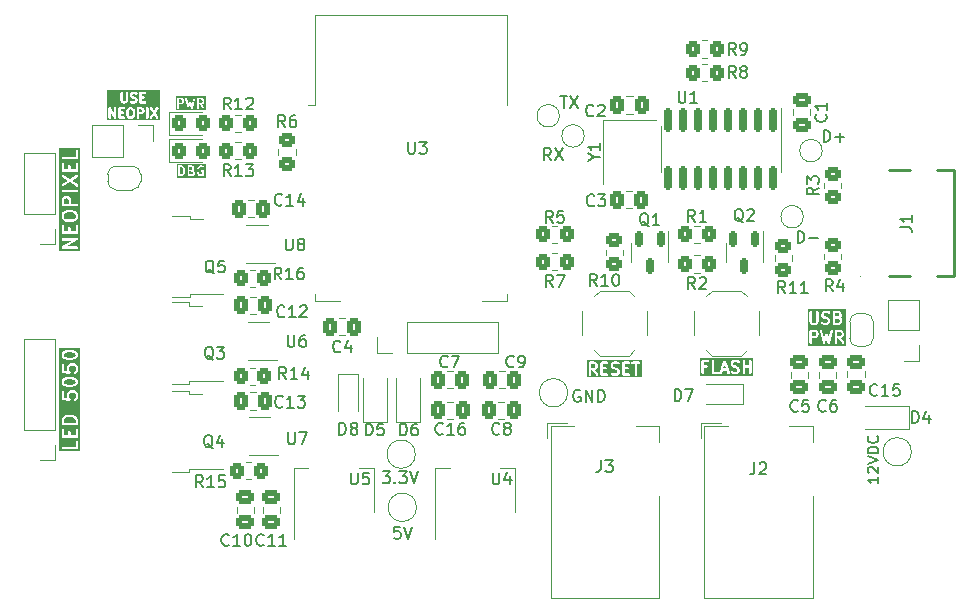
<source format=gto>
%TF.GenerationSoftware,KiCad,Pcbnew,7.0.6-1.fc37*%
%TF.CreationDate,2023-08-13T21:26:51-07:00*%
%TF.ProjectId,iot_led_strip_pcb,696f745f-6c65-4645-9f73-747269705f70,rev?*%
%TF.SameCoordinates,Original*%
%TF.FileFunction,Legend,Top*%
%TF.FilePolarity,Positive*%
%FSLAX46Y46*%
G04 Gerber Fmt 4.6, Leading zero omitted, Abs format (unit mm)*
G04 Created by KiCad (PCBNEW 7.0.6-1.fc37) date 2023-08-13 21:26:51*
%MOMM*%
%LPD*%
G01*
G04 APERTURE LIST*
G04 Aperture macros list*
%AMRoundRect*
0 Rectangle with rounded corners*
0 $1 Rounding radius*
0 $2 $3 $4 $5 $6 $7 $8 $9 X,Y pos of 4 corners*
0 Add a 4 corners polygon primitive as box body*
4,1,4,$2,$3,$4,$5,$6,$7,$8,$9,$2,$3,0*
0 Add four circle primitives for the rounded corners*
1,1,$1+$1,$2,$3*
1,1,$1+$1,$4,$5*
1,1,$1+$1,$6,$7*
1,1,$1+$1,$8,$9*
0 Add four rect primitives between the rounded corners*
20,1,$1+$1,$2,$3,$4,$5,0*
20,1,$1+$1,$4,$5,$6,$7,0*
20,1,$1+$1,$6,$7,$8,$9,0*
20,1,$1+$1,$8,$9,$2,$3,0*%
%AMFreePoly0*
4,1,19,0.500000,-0.750000,0.000000,-0.750000,0.000000,-0.744911,-0.071157,-0.744911,-0.207708,-0.704816,-0.327430,-0.627875,-0.420627,-0.520320,-0.479746,-0.390866,-0.500000,-0.250000,-0.500000,0.250000,-0.479746,0.390866,-0.420627,0.520320,-0.327430,0.627875,-0.207708,0.704816,-0.071157,0.744911,0.000000,0.744911,0.000000,0.750000,0.500000,0.750000,0.500000,-0.750000,0.500000,-0.750000,
$1*%
%AMFreePoly1*
4,1,19,0.000000,0.744911,0.071157,0.744911,0.207708,0.704816,0.327430,0.627875,0.420627,0.520320,0.479746,0.390866,0.500000,0.250000,0.500000,-0.250000,0.479746,-0.390866,0.420627,-0.520320,0.327430,-0.627875,0.207708,-0.704816,0.071157,-0.744911,0.000000,-0.744911,0.000000,-0.750000,-0.500000,-0.750000,-0.500000,0.750000,0.000000,0.750000,0.000000,0.744911,0.000000,0.744911,
$1*%
G04 Aperture macros list end*
%ADD10C,0.150000*%
%ADD11C,0.200000*%
%ADD12C,0.120000*%
%ADD13C,0.254000*%
%ADD14C,0.059995*%
%ADD15R,1.560000X0.650000*%
%ADD16R,1.700000X1.700000*%
%ADD17O,1.700000X1.700000*%
%ADD18RoundRect,0.250000X0.350000X0.450000X-0.350000X0.450000X-0.350000X-0.450000X0.350000X-0.450000X0*%
%ADD19C,1.500000*%
%ADD20RoundRect,0.250000X-0.350000X-0.450000X0.350000X-0.450000X0.350000X0.450000X-0.350000X0.450000X0*%
%ADD21RoundRect,0.250000X0.337500X0.475000X-0.337500X0.475000X-0.337500X-0.475000X0.337500X-0.475000X0*%
%ADD22R,1.400000X1.300000*%
%ADD23FreePoly0,180.000000*%
%ADD24FreePoly1,180.000000*%
%ADD25RoundRect,0.250000X-0.475000X0.337500X-0.475000X-0.337500X0.475000X-0.337500X0.475000X0.337500X0*%
%ADD26C,2.000000*%
%ADD27RoundRect,0.250000X0.475000X-0.337500X0.475000X0.337500X-0.475000X0.337500X-0.475000X-0.337500X0*%
%ADD28R,1.700000X1.000000*%
%ADD29RoundRect,0.250000X-0.325000X-0.450000X0.325000X-0.450000X0.325000X0.450000X-0.325000X0.450000X0*%
%ADD30RoundRect,0.150000X-0.150000X0.512500X-0.150000X-0.512500X0.150000X-0.512500X0.150000X0.512500X0*%
%ADD31R,2.200000X1.200000*%
%ADD32R,6.400000X5.800000*%
%ADD33R,4.600000X2.000000*%
%ADD34O,4.200000X2.000000*%
%ADD35O,2.000000X4.200000*%
%ADD36R,2.500000X1.000000*%
%ADD37R,1.000000X1.800000*%
%ADD38R,1.800000X2.100000*%
%ADD39RoundRect,0.250000X0.450000X-0.350000X0.450000X0.350000X-0.450000X0.350000X-0.450000X-0.350000X0*%
%ADD40C,0.800000*%
%ADD41C,6.400000*%
%ADD42RoundRect,0.150000X-0.150000X0.825000X-0.150000X-0.825000X0.150000X-0.825000X0.150000X0.825000X0*%
%ADD43R,1.000000X1.000000*%
%ADD44RoundRect,0.250000X-0.337500X-0.475000X0.337500X-0.475000X0.337500X0.475000X-0.337500X0.475000X0*%
%ADD45R,1.500000X2.000000*%
%ADD46R,3.800000X2.000000*%
%ADD47FreePoly0,90.000000*%
%ADD48FreePoly1,90.000000*%
%ADD49RoundRect,0.250000X-0.450000X0.350000X-0.450000X-0.350000X0.450000X-0.350000X0.450000X0.350000X0*%
%ADD50C,1.000000*%
%ADD51R,1.300000X1.400000*%
%ADD52C,0.649987*%
%ADD53O,2.100000X1.000000*%
%ADD54O,1.800000X1.000000*%
%ADD55R,1.240005X0.600000*%
%ADD56R,1.240005X0.300000*%
G04 APERTURE END LIST*
D10*
G36*
X49525685Y-67294028D02*
G01*
X49546568Y-67314912D01*
X49571303Y-67364381D01*
X49571303Y-67443255D01*
X49546568Y-67492724D01*
X49525685Y-67513608D01*
X49476217Y-67538342D01*
X49264160Y-67538342D01*
X49264160Y-67269295D01*
X49476217Y-67269295D01*
X49525685Y-67294028D01*
G37*
G36*
X51239971Y-67294028D02*
G01*
X51260854Y-67314912D01*
X51285589Y-67364381D01*
X51285589Y-67443255D01*
X51260854Y-67492724D01*
X51239970Y-67513608D01*
X51190503Y-67538342D01*
X50978446Y-67538342D01*
X50978446Y-67269295D01*
X51190503Y-67269295D01*
X51239971Y-67294028D01*
G37*
G36*
X51549875Y-68183450D02*
G01*
X48999874Y-68183450D01*
X48999874Y-67994295D01*
X49114160Y-67994295D01*
X49131707Y-68042504D01*
X49176136Y-68068156D01*
X49226660Y-68059247D01*
X49259637Y-68019947D01*
X49264160Y-67994295D01*
X49264160Y-67688342D01*
X49493922Y-67688342D01*
X49498135Y-67686808D01*
X49502496Y-67687850D01*
X49527463Y-67680424D01*
X49603653Y-67642329D01*
X49604778Y-67641139D01*
X49623145Y-67628280D01*
X49661240Y-67590185D01*
X49661932Y-67588699D01*
X49675289Y-67570693D01*
X49713385Y-67494503D01*
X49713897Y-67490048D01*
X49716780Y-67486613D01*
X49721303Y-67460961D01*
X49721303Y-67346676D01*
X49719769Y-67342462D01*
X49720811Y-67338101D01*
X49713385Y-67313134D01*
X49675289Y-67236944D01*
X49674099Y-67235818D01*
X49661240Y-67217452D01*
X49629452Y-67185664D01*
X49838467Y-67185664D01*
X49840009Y-67211667D01*
X50030485Y-68011666D01*
X50034814Y-68018234D01*
X50035510Y-68026073D01*
X50048571Y-68039103D01*
X50058721Y-68054500D01*
X50066259Y-68056748D01*
X50071830Y-68062306D01*
X50090206Y-68063891D01*
X50107883Y-68069164D01*
X50115105Y-68066039D01*
X50122943Y-68066716D01*
X50138039Y-68056118D01*
X50154969Y-68048795D01*
X50158492Y-68041761D01*
X50164933Y-68037240D01*
X50175913Y-68013620D01*
X50255825Y-67713945D01*
X50335739Y-68013620D01*
X50340244Y-68020071D01*
X50341150Y-68027886D01*
X50354555Y-68040559D01*
X50365116Y-68055680D01*
X50372710Y-68057724D01*
X50378429Y-68063131D01*
X50396842Y-68064222D01*
X50414654Y-68069018D01*
X50421790Y-68065700D01*
X50429643Y-68066166D01*
X50444446Y-68055169D01*
X50461177Y-68047392D01*
X50464511Y-68040263D01*
X50470826Y-68035573D01*
X50481167Y-68011667D01*
X50485303Y-67994295D01*
X50828446Y-67994295D01*
X50845993Y-68042504D01*
X50890422Y-68068156D01*
X50940946Y-68059247D01*
X50973923Y-68019947D01*
X50978446Y-67994295D01*
X50978446Y-67688342D01*
X51054873Y-67688342D01*
X51299146Y-68037304D01*
X51341168Y-68066736D01*
X51392276Y-68062273D01*
X51428558Y-68026001D01*
X51433036Y-67974894D01*
X51422031Y-67951285D01*
X51234034Y-67682718D01*
X51241749Y-67680424D01*
X51317939Y-67642329D01*
X51319064Y-67641139D01*
X51337431Y-67628280D01*
X51375526Y-67590185D01*
X51376218Y-67588699D01*
X51389575Y-67570693D01*
X51427671Y-67494503D01*
X51428183Y-67490048D01*
X51431066Y-67486613D01*
X51435589Y-67460961D01*
X51435589Y-67346676D01*
X51434055Y-67342462D01*
X51435097Y-67338101D01*
X51427671Y-67313134D01*
X51389575Y-67236944D01*
X51388385Y-67235818D01*
X51375526Y-67217452D01*
X51337431Y-67179357D01*
X51335949Y-67178666D01*
X51317939Y-67165308D01*
X51241749Y-67127213D01*
X51237295Y-67126700D01*
X51233860Y-67123818D01*
X51208208Y-67119295D01*
X50903446Y-67119295D01*
X50885137Y-67125958D01*
X50865946Y-67129343D01*
X50861595Y-67134527D01*
X50855237Y-67136842D01*
X50845494Y-67153715D01*
X50832969Y-67168643D01*
X50831251Y-67178385D01*
X50829585Y-67181271D01*
X50830163Y-67184553D01*
X50828446Y-67194295D01*
X50828446Y-67994295D01*
X50485303Y-67994295D01*
X50671644Y-67211667D01*
X50665741Y-67160705D01*
X50628462Y-67125460D01*
X50577248Y-67122424D01*
X50536065Y-67153017D01*
X50525723Y-67176924D01*
X50404090Y-67687779D01*
X50328294Y-67403541D01*
X50324366Y-67397918D01*
X50323761Y-67391088D01*
X50310023Y-67377382D01*
X50298917Y-67361481D01*
X50292298Y-67359698D01*
X50287442Y-67354854D01*
X50268108Y-67353185D01*
X50249379Y-67348143D01*
X50243160Y-67351033D01*
X50236328Y-67350444D01*
X50220447Y-67361591D01*
X50202856Y-67369769D01*
X50199950Y-67375980D01*
X50194338Y-67379920D01*
X50183358Y-67403541D01*
X50107561Y-67687778D01*
X49985929Y-67176923D01*
X49957693Y-67134090D01*
X49908531Y-67119426D01*
X49861445Y-67139795D01*
X49838467Y-67185664D01*
X49629452Y-67185664D01*
X49623145Y-67179357D01*
X49621663Y-67178666D01*
X49603653Y-67165308D01*
X49527463Y-67127213D01*
X49523009Y-67126700D01*
X49519574Y-67123818D01*
X49493922Y-67119295D01*
X49189160Y-67119295D01*
X49170851Y-67125958D01*
X49151660Y-67129343D01*
X49147309Y-67134527D01*
X49140951Y-67136842D01*
X49131208Y-67153715D01*
X49118683Y-67168643D01*
X49116965Y-67178385D01*
X49115299Y-67181271D01*
X49115877Y-67184553D01*
X49114160Y-67194295D01*
X49114160Y-67994295D01*
X48999874Y-67994295D01*
X48999874Y-67005009D01*
X51549875Y-67005009D01*
X51549875Y-68183450D01*
G37*
G36*
X49553408Y-72997942D02*
G01*
X49608472Y-73053006D01*
X49637442Y-73110945D01*
X49671303Y-73246387D01*
X49671303Y-73342202D01*
X49637442Y-73477643D01*
X49608472Y-73535582D01*
X49553407Y-73590648D01*
X49467466Y-73619295D01*
X49364160Y-73619295D01*
X49364160Y-72969295D01*
X49467466Y-72969295D01*
X49553408Y-72997942D01*
G37*
G36*
X50429597Y-73378893D02*
G01*
X50446567Y-73395863D01*
X50471303Y-73445333D01*
X50471303Y-73524208D01*
X50446567Y-73573678D01*
X50425684Y-73594561D01*
X50376217Y-73619295D01*
X50164160Y-73619295D01*
X50164160Y-73350247D01*
X50343656Y-73350247D01*
X50429597Y-73378893D01*
G37*
G36*
X50387590Y-72994029D02*
G01*
X50408472Y-73014911D01*
X50433206Y-73064380D01*
X50433206Y-73105161D01*
X50408472Y-73154630D01*
X50387590Y-73175512D01*
X50338121Y-73200247D01*
X50164160Y-73200247D01*
X50164160Y-72969295D01*
X50338121Y-72969295D01*
X50387590Y-72994029D01*
G37*
G36*
X51535589Y-73883581D02*
G01*
X49099874Y-73883581D01*
X49099874Y-73694295D01*
X49214160Y-73694295D01*
X49220823Y-73712603D01*
X49224208Y-73731795D01*
X49229392Y-73736145D01*
X49231707Y-73742504D01*
X49248580Y-73752246D01*
X49263508Y-73764772D01*
X49273250Y-73766489D01*
X49276136Y-73768156D01*
X49279418Y-73767577D01*
X49289160Y-73769295D01*
X49479636Y-73769295D01*
X49481174Y-73768734D01*
X49503353Y-73765446D01*
X49617639Y-73727351D01*
X49621150Y-73724563D01*
X49625619Y-73724173D01*
X49646955Y-73709233D01*
X49661893Y-73694295D01*
X50014160Y-73694295D01*
X50020823Y-73712603D01*
X50024208Y-73731795D01*
X50029392Y-73736145D01*
X50031707Y-73742504D01*
X50048580Y-73752246D01*
X50063508Y-73764772D01*
X50073250Y-73766489D01*
X50076136Y-73768156D01*
X50079418Y-73767577D01*
X50089160Y-73769295D01*
X50393922Y-73769295D01*
X50398135Y-73767761D01*
X50402496Y-73768803D01*
X50427463Y-73761377D01*
X50503653Y-73723282D01*
X50504777Y-73722094D01*
X50523146Y-73709232D01*
X50561241Y-73671136D01*
X50561932Y-73669652D01*
X50575289Y-73651646D01*
X50613384Y-73575456D01*
X50613896Y-73571002D01*
X50616780Y-73567566D01*
X50621303Y-73541914D01*
X50621303Y-73427628D01*
X50619769Y-73423413D01*
X50620811Y-73419052D01*
X50613384Y-73394086D01*
X50592060Y-73351438D01*
X50776064Y-73351438D01*
X50777249Y-73354695D01*
X50778303Y-73369629D01*
X50816399Y-73522010D01*
X50818388Y-73524955D01*
X50822078Y-73537360D01*
X50860173Y-73613550D01*
X50861359Y-73614673D01*
X50874222Y-73633042D01*
X50950412Y-73709233D01*
X50954475Y-73711127D01*
X50956823Y-73714949D01*
X50979728Y-73727351D01*
X51094014Y-73765446D01*
X51095648Y-73765401D01*
X51117731Y-73769295D01*
X51193922Y-73769295D01*
X51195460Y-73768734D01*
X51217639Y-73765446D01*
X51331924Y-73727351D01*
X51335436Y-73724563D01*
X51339903Y-73724173D01*
X51361240Y-73709233D01*
X51399336Y-73671137D01*
X51406254Y-73656299D01*
X51416780Y-73643756D01*
X51419623Y-73627628D01*
X51421017Y-73624640D01*
X51420494Y-73622689D01*
X51421303Y-73618104D01*
X51421303Y-73351438D01*
X51414639Y-73333129D01*
X51411255Y-73313938D01*
X51406070Y-73309587D01*
X51403756Y-73303229D01*
X51386882Y-73293486D01*
X51371955Y-73280961D01*
X51362212Y-73279243D01*
X51359327Y-73277577D01*
X51356044Y-73278155D01*
X51346303Y-73276438D01*
X51193922Y-73276438D01*
X51145713Y-73293985D01*
X51120061Y-73338414D01*
X51128970Y-73388938D01*
X51168270Y-73421915D01*
X51193922Y-73426438D01*
X51271303Y-73426438D01*
X51271303Y-73587038D01*
X51267692Y-73590648D01*
X51181752Y-73619295D01*
X51129901Y-73619295D01*
X51043959Y-73590648D01*
X50988894Y-73535582D01*
X50959924Y-73477642D01*
X50926064Y-73342202D01*
X50926064Y-73246387D01*
X50959924Y-73110946D01*
X50988894Y-73053006D01*
X51043958Y-72997942D01*
X51129901Y-72969295D01*
X51214312Y-72969295D01*
X51274666Y-72999472D01*
X51325633Y-73005337D01*
X51368446Y-72977071D01*
X51383072Y-72927896D01*
X51362669Y-72880825D01*
X51341748Y-72865308D01*
X51265558Y-72827213D01*
X51261104Y-72826700D01*
X51257669Y-72823818D01*
X51232017Y-72819295D01*
X51117731Y-72819295D01*
X51116192Y-72819855D01*
X51094014Y-72823144D01*
X50979728Y-72861239D01*
X50976217Y-72864025D01*
X50971749Y-72864416D01*
X50950412Y-72879357D01*
X50874222Y-72955547D01*
X50873531Y-72957028D01*
X50860173Y-72975039D01*
X50822078Y-73051230D01*
X50821672Y-73054756D01*
X50816399Y-73066580D01*
X50778303Y-73218961D01*
X50778663Y-73222409D01*
X50776064Y-73237152D01*
X50776064Y-73351438D01*
X50592060Y-73351438D01*
X50575289Y-73317896D01*
X50574098Y-73316768D01*
X50561241Y-73298406D01*
X50523146Y-73260310D01*
X50519081Y-73258414D01*
X50518221Y-73257013D01*
X50523145Y-73252090D01*
X50523836Y-73250608D01*
X50537194Y-73232598D01*
X50575289Y-73156407D01*
X50575801Y-73151953D01*
X50578684Y-73148518D01*
X50583207Y-73122866D01*
X50583207Y-73046676D01*
X50581673Y-73042463D01*
X50582716Y-73038102D01*
X50575289Y-73013135D01*
X50537194Y-72936944D01*
X50536004Y-72935818D01*
X50523145Y-72917452D01*
X50485050Y-72879357D01*
X50483568Y-72878666D01*
X50465558Y-72865308D01*
X50389367Y-72827213D01*
X50384913Y-72826700D01*
X50381478Y-72823818D01*
X50355826Y-72819295D01*
X50089160Y-72819295D01*
X50070851Y-72825958D01*
X50051660Y-72829343D01*
X50047309Y-72834527D01*
X50040951Y-72836842D01*
X50031208Y-72853715D01*
X50018683Y-72868643D01*
X50016965Y-72878385D01*
X50015299Y-72881271D01*
X50015877Y-72884553D01*
X50014160Y-72894295D01*
X50014160Y-73694295D01*
X49661893Y-73694295D01*
X49723146Y-73633041D01*
X49723837Y-73631558D01*
X49737194Y-73613550D01*
X49775289Y-73537360D01*
X49775694Y-73533833D01*
X49780968Y-73522010D01*
X49819064Y-73369628D01*
X49818703Y-73366179D01*
X49821303Y-73351438D01*
X49821303Y-73237152D01*
X49820117Y-73233894D01*
X49819064Y-73218962D01*
X49780968Y-73066580D01*
X49778979Y-73063636D01*
X49775289Y-73051230D01*
X49737194Y-72975039D01*
X49736007Y-72973915D01*
X49723145Y-72955547D01*
X49646955Y-72879357D01*
X49642891Y-72877462D01*
X49640544Y-72873641D01*
X49617639Y-72861239D01*
X49503353Y-72823144D01*
X49501718Y-72823188D01*
X49479636Y-72819295D01*
X49289160Y-72819295D01*
X49270851Y-72825958D01*
X49251660Y-72829343D01*
X49247309Y-72834527D01*
X49240951Y-72836842D01*
X49231208Y-72853715D01*
X49218683Y-72868643D01*
X49216965Y-72878385D01*
X49215299Y-72881271D01*
X49215877Y-72884553D01*
X49214160Y-72894295D01*
X49214160Y-73694295D01*
X49099874Y-73694295D01*
X49099874Y-72705009D01*
X51535589Y-72705009D01*
X51535589Y-73883581D01*
G37*
D11*
G36*
X45302670Y-68123976D02*
G01*
X45347799Y-68169105D01*
X45376191Y-68282670D01*
X45376191Y-68524718D01*
X45347799Y-68638283D01*
X45302668Y-68683414D01*
X45262108Y-68703695D01*
X45156941Y-68703695D01*
X45116378Y-68683413D01*
X45071249Y-68638284D01*
X45042857Y-68524717D01*
X45042857Y-68282671D01*
X45071248Y-68169106D01*
X45116379Y-68123975D01*
X45156941Y-68103695D01*
X45262108Y-68103695D01*
X45302670Y-68123976D01*
G37*
G36*
X46140763Y-68123975D02*
G01*
X46155910Y-68139121D01*
X46176191Y-68179683D01*
X46176191Y-68246753D01*
X46155910Y-68287315D01*
X46140763Y-68302461D01*
X46100203Y-68322742D01*
X45919048Y-68322742D01*
X45919048Y-68103695D01*
X46100203Y-68103695D01*
X46140763Y-68123975D01*
G37*
G36*
X47671348Y-69017981D02*
G01*
X43204762Y-69017981D01*
X43204762Y-68803695D01*
X43319048Y-68803695D01*
X43338146Y-68862474D01*
X43388146Y-68898801D01*
X43449950Y-68898801D01*
X43499950Y-68862474D01*
X43519048Y-68803695D01*
X43519048Y-68380250D01*
X43789367Y-68853309D01*
X43793544Y-68857104D01*
X43795289Y-68862474D01*
X43816087Y-68877585D01*
X43835111Y-68894868D01*
X43840722Y-68895483D01*
X43845289Y-68898801D01*
X43870992Y-68898801D01*
X43896546Y-68901602D01*
X43901448Y-68898801D01*
X43907093Y-68898801D01*
X43927892Y-68883689D01*
X43950207Y-68870938D01*
X43952525Y-68865792D01*
X43957093Y-68862474D01*
X43965036Y-68838027D01*
X43975596Y-68814591D01*
X43974446Y-68809063D01*
X43976191Y-68803695D01*
X44157143Y-68803695D01*
X44162037Y-68818757D01*
X44162037Y-68834597D01*
X44171346Y-68847410D01*
X44176241Y-68862474D01*
X44189054Y-68871783D01*
X44198364Y-68884597D01*
X44213427Y-68889491D01*
X44226241Y-68898801D01*
X44242080Y-68898801D01*
X44257143Y-68903695D01*
X44638095Y-68903695D01*
X44696874Y-68884597D01*
X44733201Y-68834597D01*
X44733201Y-68772793D01*
X44696874Y-68722793D01*
X44638095Y-68703695D01*
X44357143Y-68703695D01*
X44357143Y-68537028D01*
X44842857Y-68537028D01*
X44846703Y-68548865D01*
X44845843Y-68561282D01*
X44883939Y-68713663D01*
X44898112Y-68736314D01*
X44910242Y-68760119D01*
X44986432Y-68836310D01*
X45000873Y-68843668D01*
X45012422Y-68855043D01*
X45088613Y-68893138D01*
X45111410Y-68896571D01*
X45133334Y-68903695D01*
X45285715Y-68903695D01*
X45307638Y-68896571D01*
X45330436Y-68893138D01*
X45406626Y-68855043D01*
X45418173Y-68843669D01*
X45432616Y-68836311D01*
X45465232Y-68803695D01*
X45719048Y-68803695D01*
X45738146Y-68862474D01*
X45788146Y-68898801D01*
X45849950Y-68898801D01*
X45899950Y-68862474D01*
X45919048Y-68803695D01*
X46519048Y-68803695D01*
X46538146Y-68862474D01*
X46588146Y-68898801D01*
X46649950Y-68898801D01*
X46699950Y-68862474D01*
X46717738Y-68807726D01*
X46823890Y-68807726D01*
X46845342Y-68865687D01*
X46896766Y-68899969D01*
X46958519Y-68897478D01*
X47007014Y-68859165D01*
X47190475Y-68583972D01*
X47373938Y-68859165D01*
X47422433Y-68897479D01*
X47484187Y-68899970D01*
X47535611Y-68865687D01*
X47557062Y-68807726D01*
X47540348Y-68748225D01*
X47310661Y-68403695D01*
X47540348Y-68059165D01*
X47557062Y-67999664D01*
X47535611Y-67941703D01*
X47484187Y-67907420D01*
X47422433Y-67909911D01*
X47373938Y-67948225D01*
X47190475Y-68223417D01*
X47007014Y-67948225D01*
X46958519Y-67909912D01*
X46896766Y-67907421D01*
X46845342Y-67941703D01*
X46823890Y-67999664D01*
X46840604Y-68059165D01*
X47070290Y-68403695D01*
X46840604Y-68748225D01*
X46823890Y-68807726D01*
X46717738Y-68807726D01*
X46719048Y-68803695D01*
X46719048Y-68003695D01*
X46699950Y-67944916D01*
X46649950Y-67908589D01*
X46588146Y-67908589D01*
X46538146Y-67944916D01*
X46519048Y-68003695D01*
X46519048Y-68803695D01*
X45919048Y-68803695D01*
X45919048Y-68522742D01*
X46123810Y-68522742D01*
X46145733Y-68515618D01*
X46168531Y-68512185D01*
X46244721Y-68474090D01*
X46256268Y-68462716D01*
X46270711Y-68455358D01*
X46308805Y-68417263D01*
X46316163Y-68402821D01*
X46327537Y-68391274D01*
X46365633Y-68315083D01*
X46369066Y-68292287D01*
X46376191Y-68270361D01*
X46376191Y-68156076D01*
X46369066Y-68134149D01*
X46365633Y-68111354D01*
X46327537Y-68035163D01*
X46316163Y-68023615D01*
X46308805Y-68009174D01*
X46270711Y-67971079D01*
X46256268Y-67963720D01*
X46244721Y-67952347D01*
X46168531Y-67914252D01*
X46145733Y-67910818D01*
X46123810Y-67903695D01*
X45819048Y-67903695D01*
X45803985Y-67908589D01*
X45788146Y-67908589D01*
X45775332Y-67917898D01*
X45760269Y-67922793D01*
X45750959Y-67935606D01*
X45738146Y-67944916D01*
X45733251Y-67959979D01*
X45723942Y-67972793D01*
X45723942Y-67988632D01*
X45719048Y-68003695D01*
X45719048Y-68803695D01*
X45465232Y-68803695D01*
X45508806Y-68760120D01*
X45520935Y-68736315D01*
X45535110Y-68713662D01*
X45573205Y-68561281D01*
X45572344Y-68548865D01*
X45576191Y-68537028D01*
X45576191Y-68270361D01*
X45572344Y-68258523D01*
X45573205Y-68246108D01*
X45535110Y-68093727D01*
X45520937Y-68071077D01*
X45508806Y-68047269D01*
X45432615Y-67971079D01*
X45418174Y-67963721D01*
X45406626Y-67952347D01*
X45330436Y-67914252D01*
X45307638Y-67910818D01*
X45285715Y-67903695D01*
X45133334Y-67903695D01*
X45111410Y-67910818D01*
X45088613Y-67914252D01*
X45012422Y-67952347D01*
X45000874Y-67963720D01*
X44986432Y-67971079D01*
X44910242Y-68047269D01*
X44898111Y-68071077D01*
X44883939Y-68093726D01*
X44845843Y-68246107D01*
X44846703Y-68258523D01*
X44842857Y-68270361D01*
X44842857Y-68537028D01*
X44357143Y-68537028D01*
X44357143Y-68484647D01*
X44523809Y-68484647D01*
X44582588Y-68465549D01*
X44618915Y-68415549D01*
X44618915Y-68353745D01*
X44582588Y-68303745D01*
X44523809Y-68284647D01*
X44357143Y-68284647D01*
X44357143Y-68103695D01*
X44638095Y-68103695D01*
X44696874Y-68084597D01*
X44733201Y-68034597D01*
X44733201Y-67972793D01*
X44696874Y-67922793D01*
X44638095Y-67903695D01*
X44257143Y-67903695D01*
X44242080Y-67908589D01*
X44226241Y-67908589D01*
X44213427Y-67917898D01*
X44198364Y-67922793D01*
X44189054Y-67935606D01*
X44176241Y-67944916D01*
X44171346Y-67959979D01*
X44162037Y-67972793D01*
X44162037Y-67988632D01*
X44157143Y-68003695D01*
X44157143Y-68803695D01*
X43976191Y-68803695D01*
X43976191Y-68003695D01*
X43957093Y-67944916D01*
X43907093Y-67908589D01*
X43845289Y-67908589D01*
X43795289Y-67944916D01*
X43776191Y-68003695D01*
X43776191Y-68427139D01*
X43505872Y-67954081D01*
X43501694Y-67950285D01*
X43499950Y-67944916D01*
X43479151Y-67929804D01*
X43460128Y-67912522D01*
X43454516Y-67911906D01*
X43449950Y-67908589D01*
X43424247Y-67908589D01*
X43398693Y-67905788D01*
X43393791Y-67908589D01*
X43388146Y-67908589D01*
X43367346Y-67923700D01*
X43345032Y-67936452D01*
X43342713Y-67941597D01*
X43338146Y-67944916D01*
X43330202Y-67969362D01*
X43319643Y-67992799D01*
X43320792Y-67998326D01*
X43319048Y-68003695D01*
X43319048Y-68803695D01*
X43204762Y-68803695D01*
X43204762Y-67363314D01*
X44328571Y-67363314D01*
X44335694Y-67385237D01*
X44339128Y-67408035D01*
X44377223Y-67484225D01*
X44388595Y-67495771D01*
X44395954Y-67510214D01*
X44434049Y-67548310D01*
X44448491Y-67555669D01*
X44460040Y-67567043D01*
X44536231Y-67605138D01*
X44559028Y-67608571D01*
X44580952Y-67615695D01*
X44733333Y-67615695D01*
X44755256Y-67608571D01*
X44778054Y-67605138D01*
X44854244Y-67567043D01*
X44865791Y-67555669D01*
X44880235Y-67548310D01*
X44918329Y-67510214D01*
X44925686Y-67495772D01*
X44937060Y-67484226D01*
X44975156Y-67408037D01*
X44978590Y-67385239D01*
X44985714Y-67363314D01*
X44985714Y-66944266D01*
X45128570Y-66944266D01*
X45135694Y-66966192D01*
X45139128Y-66988988D01*
X45177223Y-67065179D01*
X45188597Y-67076726D01*
X45195955Y-67091168D01*
X45234050Y-67129262D01*
X45248491Y-67136620D01*
X45260040Y-67147995D01*
X45336230Y-67186090D01*
X45347251Y-67187750D01*
X45356698Y-67193661D01*
X45498428Y-67229093D01*
X45550285Y-67255022D01*
X45565432Y-67270168D01*
X45585713Y-67310730D01*
X45585713Y-67339707D01*
X45565432Y-67380267D01*
X45550285Y-67395415D01*
X45509725Y-67415695D01*
X45359083Y-67415695D01*
X45260193Y-67382732D01*
X45198391Y-67382262D01*
X45148116Y-67418209D01*
X45128572Y-67476841D01*
X45147224Y-67535763D01*
X45196947Y-67572468D01*
X45311234Y-67610563D01*
X45327440Y-67610686D01*
X45342856Y-67615695D01*
X45533332Y-67615695D01*
X45555255Y-67608571D01*
X45578053Y-67605138D01*
X45654244Y-67567043D01*
X45665792Y-67555669D01*
X45680235Y-67548310D01*
X45712848Y-67515695D01*
X45928571Y-67515695D01*
X45933465Y-67530757D01*
X45933465Y-67546597D01*
X45942774Y-67559410D01*
X45947669Y-67574474D01*
X45960482Y-67583783D01*
X45969792Y-67596597D01*
X45984855Y-67601491D01*
X45997669Y-67610801D01*
X46013508Y-67610801D01*
X46028571Y-67615695D01*
X46409523Y-67615695D01*
X46468302Y-67596597D01*
X46504629Y-67546597D01*
X46504629Y-67484793D01*
X46468302Y-67434793D01*
X46409523Y-67415695D01*
X46128571Y-67415695D01*
X46128571Y-67196647D01*
X46295237Y-67196647D01*
X46354016Y-67177549D01*
X46390343Y-67127549D01*
X46390343Y-67065745D01*
X46354016Y-67015745D01*
X46295237Y-66996647D01*
X46128571Y-66996647D01*
X46128571Y-66815695D01*
X46409523Y-66815695D01*
X46468302Y-66796597D01*
X46504629Y-66746597D01*
X46504629Y-66684793D01*
X46468302Y-66634793D01*
X46409523Y-66615695D01*
X46028571Y-66615695D01*
X46013508Y-66620589D01*
X45997669Y-66620589D01*
X45984855Y-66629898D01*
X45969792Y-66634793D01*
X45960482Y-66647606D01*
X45947669Y-66656916D01*
X45942774Y-66671979D01*
X45933465Y-66684793D01*
X45933465Y-66700632D01*
X45928571Y-66715695D01*
X45928571Y-67515695D01*
X45712848Y-67515695D01*
X45718329Y-67510214D01*
X45725686Y-67495773D01*
X45737061Y-67484225D01*
X45775156Y-67408035D01*
X45778589Y-67385237D01*
X45785713Y-67363314D01*
X45785713Y-67287123D01*
X45778589Y-67265199D01*
X45775156Y-67242402D01*
X45737061Y-67166212D01*
X45725686Y-67154663D01*
X45718328Y-67140222D01*
X45680234Y-67102127D01*
X45665792Y-67094769D01*
X45654245Y-67083395D01*
X45578054Y-67045300D01*
X45567034Y-67043640D01*
X45557586Y-67037728D01*
X45415855Y-67002295D01*
X45363996Y-66976366D01*
X45348850Y-66961219D01*
X45328570Y-66920659D01*
X45328570Y-66891682D01*
X45348850Y-66851122D01*
X45363996Y-66835975D01*
X45404558Y-66815695D01*
X45555201Y-66815695D01*
X45654090Y-66848658D01*
X45715892Y-66849128D01*
X45766166Y-66813181D01*
X45785711Y-66754549D01*
X45767059Y-66695627D01*
X45717336Y-66658922D01*
X45603051Y-66620827D01*
X45586843Y-66620703D01*
X45571428Y-66615695D01*
X45380951Y-66615695D01*
X45359027Y-66622818D01*
X45336230Y-66626252D01*
X45260040Y-66664347D01*
X45248491Y-66675721D01*
X45234050Y-66683080D01*
X45195955Y-66721174D01*
X45188597Y-66735615D01*
X45177223Y-66747163D01*
X45139128Y-66823354D01*
X45135694Y-66846149D01*
X45128570Y-66868076D01*
X45128570Y-66944266D01*
X44985714Y-66944266D01*
X44985714Y-66715695D01*
X44966616Y-66656916D01*
X44916616Y-66620589D01*
X44854812Y-66620589D01*
X44804812Y-66656916D01*
X44785714Y-66715695D01*
X44785714Y-67339707D01*
X44765434Y-67380266D01*
X44750285Y-67395415D01*
X44709726Y-67415695D01*
X44604559Y-67415695D01*
X44563997Y-67395414D01*
X44548851Y-67380268D01*
X44528571Y-67339707D01*
X44528571Y-66715695D01*
X44509473Y-66656916D01*
X44459473Y-66620589D01*
X44397669Y-66620589D01*
X44347669Y-66656916D01*
X44328571Y-66715695D01*
X44328571Y-67363314D01*
X43204762Y-67363314D01*
X43204762Y-66501409D01*
X47671348Y-66501409D01*
X47671348Y-69017981D01*
G37*
G36*
X105329484Y-86997024D02*
G01*
X105354153Y-87021692D01*
X105383958Y-87081302D01*
X105383958Y-87176944D01*
X105354153Y-87236554D01*
X105329484Y-87261222D01*
X105269875Y-87291028D01*
X105012530Y-87291028D01*
X105012530Y-86967219D01*
X105269875Y-86967219D01*
X105329484Y-86997024D01*
G37*
G36*
X103186627Y-86997024D02*
G01*
X103211296Y-87021692D01*
X103241101Y-87081302D01*
X103241101Y-87176944D01*
X103211296Y-87236554D01*
X103186627Y-87261222D01*
X103127018Y-87291028D01*
X102869673Y-87291028D01*
X102869673Y-86967219D01*
X103127018Y-86967219D01*
X103186627Y-86997024D01*
G37*
G36*
X105191844Y-85868430D02*
G01*
X105211296Y-85887882D01*
X105241101Y-85947492D01*
X105241101Y-86043135D01*
X105211296Y-86102743D01*
X105186627Y-86127413D01*
X105127018Y-86157219D01*
X104869673Y-86157219D01*
X104869673Y-85833409D01*
X105086779Y-85833409D01*
X105191844Y-85868430D01*
G37*
G36*
X105139008Y-85387024D02*
G01*
X105163677Y-85411692D01*
X105193482Y-85471302D01*
X105193482Y-85519326D01*
X105163677Y-85578935D01*
X105139008Y-85603603D01*
X105079399Y-85633409D01*
X104869673Y-85633409D01*
X104869673Y-85357219D01*
X105079399Y-85357219D01*
X105139008Y-85387024D01*
G37*
G36*
X105726815Y-88109933D02*
G01*
X102526816Y-88109933D01*
X102526816Y-87867219D01*
X102669673Y-87867219D01*
X102688771Y-87925998D01*
X102738771Y-87962325D01*
X102800575Y-87962325D01*
X102850575Y-87925998D01*
X102869673Y-87867219D01*
X102869673Y-87491028D01*
X103150625Y-87491028D01*
X103172548Y-87483904D01*
X103195346Y-87480471D01*
X103290584Y-87432852D01*
X103302131Y-87421478D01*
X103316574Y-87414120D01*
X103364192Y-87366501D01*
X103371550Y-87352059D01*
X103382925Y-87340511D01*
X103430544Y-87245274D01*
X103433977Y-87222475D01*
X103441101Y-87200552D01*
X103441101Y-87057695D01*
X103433977Y-87035771D01*
X103430544Y-87012973D01*
X103382925Y-86917736D01*
X103371550Y-86906187D01*
X103364192Y-86891746D01*
X103362827Y-86890381D01*
X103577154Y-86890381D01*
X103815249Y-87890381D01*
X103818845Y-87896274D01*
X103819215Y-87903168D01*
X103834667Y-87922204D01*
X103847442Y-87943138D01*
X103853815Y-87945792D01*
X103858166Y-87951151D01*
X103881858Y-87957469D01*
X103904497Y-87966896D01*
X103911212Y-87965297D01*
X103917883Y-87967076D01*
X103940767Y-87958260D01*
X103964620Y-87952581D01*
X103969112Y-87947340D01*
X103975555Y-87944859D01*
X103988886Y-87924276D01*
X104004846Y-87905661D01*
X104005400Y-87898779D01*
X104009154Y-87892985D01*
X104103006Y-87541038D01*
X104196859Y-87892986D01*
X104200611Y-87898779D01*
X104201166Y-87905661D01*
X104217126Y-87924277D01*
X104230457Y-87944859D01*
X104236899Y-87947340D01*
X104241392Y-87952581D01*
X104265244Y-87958260D01*
X104288129Y-87967076D01*
X104294799Y-87965297D01*
X104301515Y-87966896D01*
X104324148Y-87957471D01*
X104347846Y-87951152D01*
X104352197Y-87945791D01*
X104358569Y-87943138D01*
X104371338Y-87922211D01*
X104386798Y-87903168D01*
X104387167Y-87896272D01*
X104390763Y-87890381D01*
X104396278Y-87867219D01*
X104812530Y-87867219D01*
X104831628Y-87925998D01*
X104881628Y-87962325D01*
X104943432Y-87962325D01*
X104993432Y-87925998D01*
X105012530Y-87867219D01*
X105012530Y-87491028D01*
X105098560Y-87491028D01*
X105402035Y-87924565D01*
X105451388Y-87961767D01*
X105513182Y-87962854D01*
X105563814Y-87927412D01*
X105583943Y-87868979D01*
X105565881Y-87809873D01*
X105335576Y-87480866D01*
X105338203Y-87480471D01*
X105433441Y-87432852D01*
X105444988Y-87421478D01*
X105459431Y-87414120D01*
X105507049Y-87366501D01*
X105514407Y-87352059D01*
X105525782Y-87340511D01*
X105573401Y-87245274D01*
X105576834Y-87222475D01*
X105583958Y-87200552D01*
X105583958Y-87057695D01*
X105576834Y-87035771D01*
X105573401Y-87012973D01*
X105525782Y-86917736D01*
X105514407Y-86906187D01*
X105507049Y-86891746D01*
X105459431Y-86844127D01*
X105444988Y-86836768D01*
X105433441Y-86825395D01*
X105338203Y-86777776D01*
X105315405Y-86774342D01*
X105293482Y-86767219D01*
X104912530Y-86767219D01*
X104897467Y-86772113D01*
X104881628Y-86772113D01*
X104868814Y-86781422D01*
X104853751Y-86786317D01*
X104844441Y-86799130D01*
X104831628Y-86808440D01*
X104826733Y-86823503D01*
X104817424Y-86836317D01*
X104817424Y-86852156D01*
X104812530Y-86867219D01*
X104812530Y-87867219D01*
X104396278Y-87867219D01*
X104628859Y-86890381D01*
X104623894Y-86828777D01*
X104583668Y-86781857D01*
X104523545Y-86767542D01*
X104466490Y-86791300D01*
X104434297Y-86844057D01*
X104287993Y-87458530D01*
X104199630Y-87127167D01*
X104196618Y-87122517D01*
X104196322Y-87116984D01*
X104180055Y-87096945D01*
X104166031Y-87075293D01*
X104160862Y-87073301D01*
X104157370Y-87069000D01*
X104132435Y-87062351D01*
X104108359Y-87053076D01*
X104103006Y-87054503D01*
X104097653Y-87053076D01*
X104073571Y-87062352D01*
X104048642Y-87069001D01*
X104045151Y-87073301D01*
X104039981Y-87075293D01*
X104025953Y-87096950D01*
X104009691Y-87116984D01*
X104009394Y-87122516D01*
X104006383Y-87127166D01*
X103918018Y-87458530D01*
X103771716Y-86844057D01*
X103739523Y-86791300D01*
X103682468Y-86767542D01*
X103622345Y-86781857D01*
X103582119Y-86828777D01*
X103577154Y-86890381D01*
X103362827Y-86890381D01*
X103316574Y-86844127D01*
X103302131Y-86836768D01*
X103290584Y-86825395D01*
X103195346Y-86777776D01*
X103172548Y-86774342D01*
X103150625Y-86767219D01*
X102769673Y-86767219D01*
X102754610Y-86772113D01*
X102738771Y-86772113D01*
X102725957Y-86781422D01*
X102710894Y-86786317D01*
X102701584Y-86799130D01*
X102688771Y-86808440D01*
X102683876Y-86823503D01*
X102674567Y-86836317D01*
X102674567Y-86852156D01*
X102669673Y-86867219D01*
X102669673Y-87867219D01*
X102526816Y-87867219D01*
X102526816Y-86066742D01*
X102669673Y-86066742D01*
X102676796Y-86088665D01*
X102680230Y-86111463D01*
X102727849Y-86206701D01*
X102739222Y-86218248D01*
X102746581Y-86232690D01*
X102794199Y-86280310D01*
X102808642Y-86287669D01*
X102820190Y-86299043D01*
X102915427Y-86346662D01*
X102938225Y-86350095D01*
X102960149Y-86357219D01*
X103150625Y-86357219D01*
X103172548Y-86350095D01*
X103195346Y-86346662D01*
X103290584Y-86299043D01*
X103302132Y-86287668D01*
X103316574Y-86280310D01*
X103364193Y-86232690D01*
X103371550Y-86218249D01*
X103382925Y-86206701D01*
X103430544Y-86111464D01*
X103433977Y-86088665D01*
X103441101Y-86066742D01*
X103441101Y-85542933D01*
X103669673Y-85542933D01*
X103676796Y-85564856D01*
X103680230Y-85587654D01*
X103727849Y-85682892D01*
X103739222Y-85694439D01*
X103746581Y-85708882D01*
X103794200Y-85756500D01*
X103808641Y-85763858D01*
X103820190Y-85775233D01*
X103915427Y-85822852D01*
X103926448Y-85824512D01*
X103935895Y-85830423D01*
X104115720Y-85875379D01*
X104186627Y-85910833D01*
X104211296Y-85935501D01*
X104241101Y-85995111D01*
X104241101Y-86043135D01*
X104211296Y-86102743D01*
X104186627Y-86127413D01*
X104127018Y-86157219D01*
X103928756Y-86157219D01*
X103801296Y-86114732D01*
X103739494Y-86114262D01*
X103689220Y-86150209D01*
X103669675Y-86208841D01*
X103688327Y-86267763D01*
X103738050Y-86304468D01*
X103880907Y-86352087D01*
X103897114Y-86352210D01*
X103912530Y-86357219D01*
X104150625Y-86357219D01*
X104172548Y-86350095D01*
X104195346Y-86346662D01*
X104290584Y-86299043D01*
X104302132Y-86287668D01*
X104316574Y-86280310D01*
X104339665Y-86257219D01*
X104669673Y-86257219D01*
X104674567Y-86272281D01*
X104674567Y-86288121D01*
X104683876Y-86300934D01*
X104688771Y-86315998D01*
X104701584Y-86325307D01*
X104710894Y-86338121D01*
X104725957Y-86343015D01*
X104738771Y-86352325D01*
X104754610Y-86352325D01*
X104769673Y-86357219D01*
X105150625Y-86357219D01*
X105172548Y-86350095D01*
X105195346Y-86346662D01*
X105290584Y-86299043D01*
X105302132Y-86287668D01*
X105316574Y-86280310D01*
X105364193Y-86232690D01*
X105371550Y-86218249D01*
X105382925Y-86206701D01*
X105430544Y-86111464D01*
X105433977Y-86088665D01*
X105441101Y-86066742D01*
X105441101Y-85923885D01*
X105433977Y-85901961D01*
X105430544Y-85879163D01*
X105382925Y-85783926D01*
X105371550Y-85772377D01*
X105364192Y-85757936D01*
X105316574Y-85710317D01*
X105315622Y-85709832D01*
X105316573Y-85708882D01*
X105323931Y-85694440D01*
X105335306Y-85682892D01*
X105382925Y-85587655D01*
X105386358Y-85564856D01*
X105393482Y-85542933D01*
X105393482Y-85447695D01*
X105386358Y-85425771D01*
X105382925Y-85402973D01*
X105335306Y-85307736D01*
X105323931Y-85296187D01*
X105316573Y-85281746D01*
X105268955Y-85234127D01*
X105254512Y-85226768D01*
X105242965Y-85215395D01*
X105147727Y-85167776D01*
X105124929Y-85164342D01*
X105103006Y-85157219D01*
X104769673Y-85157219D01*
X104754610Y-85162113D01*
X104738771Y-85162113D01*
X104725957Y-85171422D01*
X104710894Y-85176317D01*
X104701584Y-85189130D01*
X104688771Y-85198440D01*
X104683876Y-85213503D01*
X104674567Y-85226317D01*
X104674567Y-85242156D01*
X104669673Y-85257219D01*
X104669673Y-86257219D01*
X104339665Y-86257219D01*
X104364193Y-86232690D01*
X104371550Y-86218249D01*
X104382925Y-86206701D01*
X104430544Y-86111464D01*
X104433977Y-86088665D01*
X104441101Y-86066742D01*
X104441101Y-85971504D01*
X104433977Y-85949580D01*
X104430544Y-85926782D01*
X104382925Y-85831545D01*
X104371550Y-85819996D01*
X104364192Y-85805555D01*
X104316574Y-85757936D01*
X104302131Y-85750577D01*
X104290584Y-85739204D01*
X104195346Y-85691585D01*
X104184324Y-85689924D01*
X104174878Y-85684014D01*
X103995053Y-85639057D01*
X103924146Y-85603604D01*
X103899478Y-85578935D01*
X103869673Y-85519325D01*
X103869673Y-85471302D01*
X103899478Y-85411692D01*
X103924146Y-85387023D01*
X103983756Y-85357219D01*
X104182017Y-85357219D01*
X104309478Y-85399706D01*
X104371280Y-85400176D01*
X104421554Y-85364229D01*
X104441098Y-85305597D01*
X104422447Y-85246675D01*
X104372723Y-85209970D01*
X104229867Y-85162351D01*
X104213659Y-85162227D01*
X104198244Y-85157219D01*
X103960149Y-85157219D01*
X103938225Y-85164342D01*
X103915427Y-85167776D01*
X103820190Y-85215395D01*
X103808641Y-85226769D01*
X103794200Y-85234128D01*
X103746581Y-85281746D01*
X103739222Y-85296188D01*
X103727849Y-85307736D01*
X103680230Y-85402974D01*
X103676796Y-85425771D01*
X103669673Y-85447695D01*
X103669673Y-85542933D01*
X103441101Y-85542933D01*
X103441101Y-85257219D01*
X103422003Y-85198440D01*
X103372003Y-85162113D01*
X103310199Y-85162113D01*
X103260199Y-85198440D01*
X103241101Y-85257219D01*
X103241101Y-86043134D01*
X103211296Y-86102743D01*
X103186627Y-86127413D01*
X103127018Y-86157219D01*
X102983756Y-86157219D01*
X102924146Y-86127414D01*
X102899479Y-86102746D01*
X102869673Y-86043134D01*
X102869673Y-85257219D01*
X102850575Y-85198440D01*
X102800575Y-85162113D01*
X102738771Y-85162113D01*
X102688771Y-85198440D01*
X102669673Y-85257219D01*
X102669673Y-86066742D01*
X102526816Y-86066742D01*
X102526816Y-85014362D01*
X105726815Y-85014362D01*
X105726815Y-88109933D01*
G37*
D10*
X58338095Y-79054819D02*
X58338095Y-79864342D01*
X58338095Y-79864342D02*
X58385714Y-79959580D01*
X58385714Y-79959580D02*
X58433333Y-80007200D01*
X58433333Y-80007200D02*
X58528571Y-80054819D01*
X58528571Y-80054819D02*
X58719047Y-80054819D01*
X58719047Y-80054819D02*
X58814285Y-80007200D01*
X58814285Y-80007200D02*
X58861904Y-79959580D01*
X58861904Y-79959580D02*
X58909523Y-79864342D01*
X58909523Y-79864342D02*
X58909523Y-79054819D01*
X59528571Y-79483390D02*
X59433333Y-79435771D01*
X59433333Y-79435771D02*
X59385714Y-79388152D01*
X59385714Y-79388152D02*
X59338095Y-79292914D01*
X59338095Y-79292914D02*
X59338095Y-79245295D01*
X59338095Y-79245295D02*
X59385714Y-79150057D01*
X59385714Y-79150057D02*
X59433333Y-79102438D01*
X59433333Y-79102438D02*
X59528571Y-79054819D01*
X59528571Y-79054819D02*
X59719047Y-79054819D01*
X59719047Y-79054819D02*
X59814285Y-79102438D01*
X59814285Y-79102438D02*
X59861904Y-79150057D01*
X59861904Y-79150057D02*
X59909523Y-79245295D01*
X59909523Y-79245295D02*
X59909523Y-79292914D01*
X59909523Y-79292914D02*
X59861904Y-79388152D01*
X59861904Y-79388152D02*
X59814285Y-79435771D01*
X59814285Y-79435771D02*
X59719047Y-79483390D01*
X59719047Y-79483390D02*
X59528571Y-79483390D01*
X59528571Y-79483390D02*
X59433333Y-79531009D01*
X59433333Y-79531009D02*
X59385714Y-79578628D01*
X59385714Y-79578628D02*
X59338095Y-79673866D01*
X59338095Y-79673866D02*
X59338095Y-79864342D01*
X59338095Y-79864342D02*
X59385714Y-79959580D01*
X59385714Y-79959580D02*
X59433333Y-80007200D01*
X59433333Y-80007200D02*
X59528571Y-80054819D01*
X59528571Y-80054819D02*
X59719047Y-80054819D01*
X59719047Y-80054819D02*
X59814285Y-80007200D01*
X59814285Y-80007200D02*
X59861904Y-79959580D01*
X59861904Y-79959580D02*
X59909523Y-79864342D01*
X59909523Y-79864342D02*
X59909523Y-79673866D01*
X59909523Y-79673866D02*
X59861904Y-79578628D01*
X59861904Y-79578628D02*
X59814285Y-79531009D01*
X59814285Y-79531009D02*
X59719047Y-79483390D01*
D11*
G36*
X40324123Y-94194350D02*
G01*
X40414079Y-94239328D01*
X40500197Y-94325445D01*
X40544742Y-94459082D01*
X40544742Y-94628570D01*
X39544742Y-94628570D01*
X39544742Y-94459082D01*
X39589287Y-94325445D01*
X39675405Y-94239328D01*
X39765362Y-94194350D01*
X39971338Y-94142856D01*
X40118147Y-94142856D01*
X40324123Y-94194350D01*
G37*
G36*
X40381266Y-90994350D02*
G01*
X40471222Y-91039328D01*
X40505414Y-91073520D01*
X40544742Y-91152176D01*
X40544742Y-91219249D01*
X40505414Y-91297905D01*
X40471221Y-91332098D01*
X40381266Y-91377076D01*
X40175290Y-91428570D01*
X39914195Y-91428570D01*
X39708219Y-91377075D01*
X39618262Y-91332097D01*
X39584070Y-91297906D01*
X39544742Y-91219249D01*
X39544742Y-91152177D01*
X39584070Y-91073519D01*
X39618262Y-91039328D01*
X39708219Y-90994350D01*
X39914195Y-90942856D01*
X40175290Y-90942856D01*
X40381266Y-90994350D01*
G37*
G36*
X40381266Y-88708636D02*
G01*
X40471221Y-88753613D01*
X40505414Y-88787806D01*
X40544742Y-88866462D01*
X40544742Y-88933535D01*
X40505414Y-89012191D01*
X40471221Y-89046384D01*
X40381266Y-89091362D01*
X40175290Y-89142856D01*
X39914195Y-89142856D01*
X39708219Y-89091361D01*
X39618262Y-89046383D01*
X39584070Y-89012192D01*
X39544742Y-88933535D01*
X39544742Y-88866463D01*
X39584070Y-88787805D01*
X39618262Y-88753614D01*
X39708219Y-88708636D01*
X39914195Y-88657142D01*
X40175290Y-88657142D01*
X40381266Y-88708636D01*
G37*
G36*
X40916171Y-97057142D02*
G01*
X39173313Y-97057142D01*
X39173313Y-96816615D01*
X39349636Y-96816615D01*
X39385963Y-96866615D01*
X39444742Y-96885713D01*
X40644742Y-96885713D01*
X40659805Y-96880819D01*
X40675644Y-96880819D01*
X40688457Y-96871509D01*
X40703521Y-96866615D01*
X40712830Y-96853801D01*
X40725644Y-96844492D01*
X40730538Y-96829428D01*
X40739848Y-96816615D01*
X40739848Y-96800775D01*
X40744742Y-96785713D01*
X40744742Y-96214285D01*
X40725644Y-96155506D01*
X40675644Y-96119179D01*
X40613840Y-96119179D01*
X40563840Y-96155506D01*
X40544742Y-96214285D01*
X40544742Y-96685713D01*
X39444742Y-96685713D01*
X39385963Y-96704811D01*
X39349636Y-96754811D01*
X39349636Y-96816615D01*
X39173313Y-96816615D01*
X39173313Y-95814284D01*
X39344742Y-95814284D01*
X39349636Y-95829346D01*
X39349636Y-95845186D01*
X39358945Y-95857999D01*
X39363840Y-95873063D01*
X39376653Y-95882372D01*
X39385963Y-95895186D01*
X39401026Y-95900080D01*
X39413840Y-95909390D01*
X39429679Y-95909390D01*
X39444742Y-95914284D01*
X40644742Y-95914284D01*
X40659805Y-95909390D01*
X40675644Y-95909390D01*
X40688457Y-95900080D01*
X40703521Y-95895186D01*
X40712830Y-95882372D01*
X40725644Y-95873063D01*
X40730538Y-95857999D01*
X40739848Y-95845186D01*
X40739848Y-95829346D01*
X40744742Y-95814284D01*
X40744742Y-95242856D01*
X40725644Y-95184077D01*
X40675644Y-95147750D01*
X40613840Y-95147750D01*
X40563840Y-95184077D01*
X40544742Y-95242856D01*
X40544742Y-95714284D01*
X40116171Y-95714284D01*
X40116171Y-95414284D01*
X40097073Y-95355505D01*
X40047073Y-95319178D01*
X39985269Y-95319178D01*
X39935269Y-95355505D01*
X39916171Y-95414284D01*
X39916171Y-95714284D01*
X39544742Y-95714284D01*
X39544742Y-95242856D01*
X39525644Y-95184077D01*
X39475644Y-95147750D01*
X39413840Y-95147750D01*
X39363840Y-95184077D01*
X39344742Y-95242856D01*
X39344742Y-95814284D01*
X39173313Y-95814284D01*
X39173313Y-94728570D01*
X39344742Y-94728570D01*
X39349636Y-94743632D01*
X39349636Y-94759472D01*
X39358945Y-94772285D01*
X39363840Y-94787349D01*
X39376653Y-94796658D01*
X39385963Y-94809472D01*
X39401026Y-94814366D01*
X39413840Y-94823676D01*
X39429679Y-94823676D01*
X39444742Y-94828570D01*
X40644742Y-94828570D01*
X40659805Y-94823676D01*
X40675644Y-94823676D01*
X40688457Y-94814366D01*
X40703521Y-94809472D01*
X40712830Y-94796658D01*
X40725644Y-94787349D01*
X40730538Y-94772285D01*
X40739848Y-94759472D01*
X40739848Y-94743632D01*
X40744742Y-94728570D01*
X40744742Y-94442856D01*
X40739734Y-94427442D01*
X40739611Y-94411234D01*
X40682468Y-94239805D01*
X40668776Y-94221257D01*
X40658310Y-94200716D01*
X40544024Y-94086431D01*
X40529584Y-94079073D01*
X40518036Y-94067699D01*
X40403749Y-94010556D01*
X40392728Y-94008896D01*
X40383282Y-94002985D01*
X40154711Y-93945842D01*
X40142294Y-93946702D01*
X40130457Y-93942856D01*
X39959028Y-93942856D01*
X39947190Y-93946702D01*
X39934775Y-93945842D01*
X39706203Y-94002985D01*
X39696756Y-94008896D01*
X39685736Y-94010556D01*
X39571450Y-94067699D01*
X39559901Y-94079073D01*
X39545461Y-94086431D01*
X39431175Y-94200716D01*
X39420709Y-94221255D01*
X39407017Y-94239804D01*
X39349874Y-94411233D01*
X39349750Y-94427440D01*
X39344742Y-94442856D01*
X39344742Y-94728570D01*
X39173313Y-94728570D01*
X39173313Y-92614284D01*
X39344742Y-92614284D01*
X39348121Y-92624685D01*
X39347033Y-92635569D01*
X39357455Y-92653411D01*
X39363840Y-92673063D01*
X39372688Y-92679491D01*
X39378205Y-92688936D01*
X39397123Y-92697244D01*
X39413840Y-92709390D01*
X39424778Y-92709390D01*
X39434792Y-92713788D01*
X40006221Y-92770931D01*
X40033746Y-92764934D01*
X40061570Y-92760528D01*
X40063685Y-92758412D01*
X40066608Y-92757776D01*
X40085352Y-92736745D01*
X40105272Y-92716826D01*
X40105739Y-92713871D01*
X40107730Y-92711639D01*
X40110533Y-92683605D01*
X40114940Y-92655783D01*
X40113582Y-92653118D01*
X40113880Y-92650142D01*
X40099667Y-92625809D01*
X40086881Y-92600716D01*
X40041213Y-92555047D01*
X40001885Y-92476391D01*
X40001885Y-92237891D01*
X40041213Y-92159235D01*
X40075406Y-92125041D01*
X40154065Y-92085713D01*
X40392564Y-92085713D01*
X40471220Y-92125041D01*
X40505414Y-92159234D01*
X40544742Y-92237890D01*
X40544742Y-92476392D01*
X40505414Y-92555048D01*
X40459746Y-92600716D01*
X40431688Y-92655784D01*
X40441356Y-92716826D01*
X40485058Y-92760528D01*
X40546100Y-92770196D01*
X40601168Y-92742138D01*
X40658310Y-92684995D01*
X40665668Y-92670553D01*
X40677043Y-92659005D01*
X40734185Y-92544720D01*
X40737618Y-92521922D01*
X40744742Y-92499999D01*
X40744742Y-92214284D01*
X40737618Y-92192360D01*
X40734185Y-92169563D01*
X40677043Y-92055278D01*
X40665668Y-92043729D01*
X40658310Y-92029288D01*
X40601168Y-91972145D01*
X40586726Y-91964787D01*
X40575179Y-91953413D01*
X40460892Y-91896270D01*
X40438094Y-91892836D01*
X40416171Y-91885713D01*
X40130457Y-91885713D01*
X40108533Y-91892836D01*
X40085736Y-91896270D01*
X39971450Y-91953413D01*
X39959901Y-91964787D01*
X39945460Y-91972146D01*
X39888317Y-92029288D01*
X39880958Y-92043730D01*
X39869586Y-92055277D01*
X39812442Y-92169562D01*
X39809008Y-92192360D01*
X39801885Y-92214284D01*
X39801885Y-92499999D01*
X39809008Y-92521922D01*
X39812442Y-92544721D01*
X39815512Y-92550862D01*
X39544742Y-92523785D01*
X39544742Y-92042856D01*
X39525644Y-91984077D01*
X39475644Y-91947750D01*
X39413840Y-91947750D01*
X39363840Y-91984077D01*
X39344742Y-92042856D01*
X39344742Y-92614284D01*
X39173313Y-92614284D01*
X39173313Y-91242856D01*
X39344742Y-91242856D01*
X39351865Y-91264779D01*
X39355299Y-91287577D01*
X39412442Y-91401864D01*
X39423817Y-91413413D01*
X39431175Y-91427853D01*
X39488318Y-91484996D01*
X39502760Y-91492354D01*
X39514307Y-91503727D01*
X39628593Y-91560870D01*
X39639613Y-91562529D01*
X39649060Y-91568441D01*
X39877632Y-91625584D01*
X39890047Y-91624723D01*
X39901885Y-91628570D01*
X40187600Y-91628570D01*
X40199437Y-91624723D01*
X40211854Y-91625584D01*
X40440425Y-91568441D01*
X40449871Y-91562529D01*
X40460892Y-91560870D01*
X40575179Y-91503727D01*
X40586727Y-91492352D01*
X40601167Y-91484995D01*
X40658310Y-91427853D01*
X40665668Y-91413412D01*
X40677043Y-91401863D01*
X40734185Y-91287577D01*
X40737618Y-91264779D01*
X40744742Y-91242856D01*
X40744742Y-91128570D01*
X40737618Y-91106646D01*
X40734185Y-91083849D01*
X40677043Y-90969563D01*
X40665668Y-90958013D01*
X40658310Y-90943573D01*
X40601167Y-90886431D01*
X40586727Y-90879073D01*
X40575179Y-90867699D01*
X40460892Y-90810556D01*
X40449871Y-90808896D01*
X40440425Y-90802985D01*
X40211854Y-90745842D01*
X40199437Y-90746702D01*
X40187600Y-90742856D01*
X39901885Y-90742856D01*
X39890047Y-90746702D01*
X39877632Y-90745842D01*
X39649060Y-90802985D01*
X39639613Y-90808896D01*
X39628593Y-90810556D01*
X39514307Y-90867699D01*
X39502760Y-90879071D01*
X39488318Y-90886430D01*
X39431175Y-90943573D01*
X39423817Y-90958012D01*
X39412442Y-90969562D01*
X39355299Y-91083849D01*
X39351865Y-91106646D01*
X39344742Y-91128570D01*
X39344742Y-91242856D01*
X39173313Y-91242856D01*
X39173313Y-90328570D01*
X39344742Y-90328570D01*
X39348121Y-90338971D01*
X39347033Y-90349855D01*
X39357455Y-90367697D01*
X39363840Y-90387349D01*
X39372688Y-90393777D01*
X39378205Y-90403222D01*
X39397123Y-90411530D01*
X39413840Y-90423676D01*
X39424778Y-90423676D01*
X39434792Y-90428074D01*
X40006221Y-90485217D01*
X40033746Y-90479220D01*
X40061570Y-90474814D01*
X40063685Y-90472698D01*
X40066608Y-90472062D01*
X40085352Y-90451031D01*
X40105272Y-90431112D01*
X40105739Y-90428157D01*
X40107730Y-90425925D01*
X40110533Y-90397891D01*
X40114940Y-90370069D01*
X40113582Y-90367404D01*
X40113880Y-90364428D01*
X40099667Y-90340095D01*
X40086881Y-90315002D01*
X40041213Y-90269333D01*
X40001885Y-90190677D01*
X40001885Y-89952177D01*
X40041213Y-89873521D01*
X40075406Y-89839327D01*
X40154065Y-89799999D01*
X40392564Y-89799999D01*
X40471220Y-89839327D01*
X40505414Y-89873520D01*
X40544742Y-89952176D01*
X40544742Y-90190678D01*
X40505414Y-90269334D01*
X40459746Y-90315002D01*
X40431688Y-90370070D01*
X40441356Y-90431112D01*
X40485058Y-90474814D01*
X40546100Y-90484482D01*
X40601168Y-90456424D01*
X40658310Y-90399281D01*
X40665668Y-90384839D01*
X40677043Y-90373291D01*
X40734185Y-90259006D01*
X40737618Y-90236208D01*
X40744742Y-90214285D01*
X40744742Y-89928570D01*
X40737618Y-89906646D01*
X40734185Y-89883849D01*
X40677043Y-89769564D01*
X40665668Y-89758015D01*
X40658310Y-89743574D01*
X40601168Y-89686431D01*
X40586726Y-89679073D01*
X40575179Y-89667699D01*
X40460892Y-89610556D01*
X40438094Y-89607122D01*
X40416171Y-89599999D01*
X40130457Y-89599999D01*
X40108533Y-89607122D01*
X40085736Y-89610556D01*
X39971450Y-89667699D01*
X39959901Y-89679073D01*
X39945460Y-89686432D01*
X39888317Y-89743574D01*
X39880958Y-89758016D01*
X39869586Y-89769563D01*
X39812442Y-89883848D01*
X39809008Y-89906646D01*
X39801885Y-89928570D01*
X39801885Y-90214285D01*
X39809008Y-90236208D01*
X39812442Y-90259007D01*
X39815512Y-90265148D01*
X39544742Y-90238071D01*
X39544742Y-89757142D01*
X39525644Y-89698363D01*
X39475644Y-89662036D01*
X39413840Y-89662036D01*
X39363840Y-89698363D01*
X39344742Y-89757142D01*
X39344742Y-90328570D01*
X39173313Y-90328570D01*
X39173313Y-88957142D01*
X39344742Y-88957142D01*
X39351865Y-88979065D01*
X39355299Y-89001863D01*
X39412442Y-89116150D01*
X39423817Y-89127699D01*
X39431175Y-89142139D01*
X39488318Y-89199282D01*
X39502760Y-89206640D01*
X39514307Y-89218013D01*
X39628593Y-89275156D01*
X39639613Y-89276815D01*
X39649060Y-89282727D01*
X39877632Y-89339870D01*
X39890047Y-89339009D01*
X39901885Y-89342856D01*
X40187600Y-89342856D01*
X40199437Y-89339009D01*
X40211854Y-89339870D01*
X40440425Y-89282727D01*
X40449871Y-89276815D01*
X40460892Y-89275156D01*
X40575179Y-89218013D01*
X40586727Y-89206638D01*
X40601167Y-89199281D01*
X40658310Y-89142139D01*
X40665668Y-89127698D01*
X40677043Y-89116149D01*
X40734185Y-89001863D01*
X40737618Y-88979065D01*
X40744742Y-88957142D01*
X40744742Y-88842856D01*
X40737618Y-88820932D01*
X40734185Y-88798135D01*
X40677043Y-88683849D01*
X40665668Y-88672299D01*
X40658310Y-88657859D01*
X40601167Y-88600717D01*
X40586727Y-88593359D01*
X40575179Y-88581985D01*
X40460892Y-88524842D01*
X40449871Y-88523182D01*
X40440425Y-88517271D01*
X40211854Y-88460128D01*
X40199437Y-88460988D01*
X40187600Y-88457142D01*
X39901885Y-88457142D01*
X39890047Y-88460988D01*
X39877632Y-88460128D01*
X39649060Y-88517271D01*
X39639613Y-88523182D01*
X39628593Y-88524842D01*
X39514307Y-88581985D01*
X39502760Y-88593357D01*
X39488318Y-88600716D01*
X39431175Y-88657859D01*
X39423817Y-88672298D01*
X39412442Y-88683848D01*
X39355299Y-88798135D01*
X39351865Y-88820932D01*
X39344742Y-88842856D01*
X39344742Y-88957142D01*
X39173313Y-88957142D01*
X39173313Y-88285713D01*
X40916171Y-88285713D01*
X40916171Y-97057142D01*
G37*
D10*
X96433333Y-63504819D02*
X96100000Y-63028628D01*
X95861905Y-63504819D02*
X95861905Y-62504819D01*
X95861905Y-62504819D02*
X96242857Y-62504819D01*
X96242857Y-62504819D02*
X96338095Y-62552438D01*
X96338095Y-62552438D02*
X96385714Y-62600057D01*
X96385714Y-62600057D02*
X96433333Y-62695295D01*
X96433333Y-62695295D02*
X96433333Y-62838152D01*
X96433333Y-62838152D02*
X96385714Y-62933390D01*
X96385714Y-62933390D02*
X96338095Y-62981009D01*
X96338095Y-62981009D02*
X96242857Y-63028628D01*
X96242857Y-63028628D02*
X95861905Y-63028628D01*
X96909524Y-63504819D02*
X97100000Y-63504819D01*
X97100000Y-63504819D02*
X97195238Y-63457200D01*
X97195238Y-63457200D02*
X97242857Y-63409580D01*
X97242857Y-63409580D02*
X97338095Y-63266723D01*
X97338095Y-63266723D02*
X97385714Y-63076247D01*
X97385714Y-63076247D02*
X97385714Y-62695295D01*
X97385714Y-62695295D02*
X97338095Y-62600057D01*
X97338095Y-62600057D02*
X97290476Y-62552438D01*
X97290476Y-62552438D02*
X97195238Y-62504819D01*
X97195238Y-62504819D02*
X97004762Y-62504819D01*
X97004762Y-62504819D02*
X96909524Y-62552438D01*
X96909524Y-62552438D02*
X96861905Y-62600057D01*
X96861905Y-62600057D02*
X96814286Y-62695295D01*
X96814286Y-62695295D02*
X96814286Y-62933390D01*
X96814286Y-62933390D02*
X96861905Y-63028628D01*
X96861905Y-63028628D02*
X96909524Y-63076247D01*
X96909524Y-63076247D02*
X97004762Y-63123866D01*
X97004762Y-63123866D02*
X97195238Y-63123866D01*
X97195238Y-63123866D02*
X97290476Y-63076247D01*
X97290476Y-63076247D02*
X97338095Y-63028628D01*
X97338095Y-63028628D02*
X97385714Y-62933390D01*
X101669048Y-79404819D02*
X101669048Y-78404819D01*
X101669048Y-78404819D02*
X101907143Y-78404819D01*
X101907143Y-78404819D02*
X102050000Y-78452438D01*
X102050000Y-78452438D02*
X102145238Y-78547676D01*
X102145238Y-78547676D02*
X102192857Y-78642914D01*
X102192857Y-78642914D02*
X102240476Y-78833390D01*
X102240476Y-78833390D02*
X102240476Y-78976247D01*
X102240476Y-78976247D02*
X102192857Y-79166723D01*
X102192857Y-79166723D02*
X102145238Y-79261961D01*
X102145238Y-79261961D02*
X102050000Y-79357200D01*
X102050000Y-79357200D02*
X101907143Y-79404819D01*
X101907143Y-79404819D02*
X101669048Y-79404819D01*
X102669048Y-79023866D02*
X103430953Y-79023866D01*
X53657142Y-68104819D02*
X53323809Y-67628628D01*
X53085714Y-68104819D02*
X53085714Y-67104819D01*
X53085714Y-67104819D02*
X53466666Y-67104819D01*
X53466666Y-67104819D02*
X53561904Y-67152438D01*
X53561904Y-67152438D02*
X53609523Y-67200057D01*
X53609523Y-67200057D02*
X53657142Y-67295295D01*
X53657142Y-67295295D02*
X53657142Y-67438152D01*
X53657142Y-67438152D02*
X53609523Y-67533390D01*
X53609523Y-67533390D02*
X53561904Y-67581009D01*
X53561904Y-67581009D02*
X53466666Y-67628628D01*
X53466666Y-67628628D02*
X53085714Y-67628628D01*
X54609523Y-68104819D02*
X54038095Y-68104819D01*
X54323809Y-68104819D02*
X54323809Y-67104819D01*
X54323809Y-67104819D02*
X54228571Y-67247676D01*
X54228571Y-67247676D02*
X54133333Y-67342914D01*
X54133333Y-67342914D02*
X54038095Y-67390533D01*
X54990476Y-67200057D02*
X55038095Y-67152438D01*
X55038095Y-67152438D02*
X55133333Y-67104819D01*
X55133333Y-67104819D02*
X55371428Y-67104819D01*
X55371428Y-67104819D02*
X55466666Y-67152438D01*
X55466666Y-67152438D02*
X55514285Y-67200057D01*
X55514285Y-67200057D02*
X55561904Y-67295295D01*
X55561904Y-67295295D02*
X55561904Y-67390533D01*
X55561904Y-67390533D02*
X55514285Y-67533390D01*
X55514285Y-67533390D02*
X54942857Y-68104819D01*
X54942857Y-68104819D02*
X55561904Y-68104819D01*
X53657142Y-73754819D02*
X53323809Y-73278628D01*
X53085714Y-73754819D02*
X53085714Y-72754819D01*
X53085714Y-72754819D02*
X53466666Y-72754819D01*
X53466666Y-72754819D02*
X53561904Y-72802438D01*
X53561904Y-72802438D02*
X53609523Y-72850057D01*
X53609523Y-72850057D02*
X53657142Y-72945295D01*
X53657142Y-72945295D02*
X53657142Y-73088152D01*
X53657142Y-73088152D02*
X53609523Y-73183390D01*
X53609523Y-73183390D02*
X53561904Y-73231009D01*
X53561904Y-73231009D02*
X53466666Y-73278628D01*
X53466666Y-73278628D02*
X53085714Y-73278628D01*
X54609523Y-73754819D02*
X54038095Y-73754819D01*
X54323809Y-73754819D02*
X54323809Y-72754819D01*
X54323809Y-72754819D02*
X54228571Y-72897676D01*
X54228571Y-72897676D02*
X54133333Y-72992914D01*
X54133333Y-72992914D02*
X54038095Y-73040533D01*
X54942857Y-72754819D02*
X55561904Y-72754819D01*
X55561904Y-72754819D02*
X55228571Y-73135771D01*
X55228571Y-73135771D02*
X55371428Y-73135771D01*
X55371428Y-73135771D02*
X55466666Y-73183390D01*
X55466666Y-73183390D02*
X55514285Y-73231009D01*
X55514285Y-73231009D02*
X55561904Y-73326247D01*
X55561904Y-73326247D02*
X55561904Y-73564342D01*
X55561904Y-73564342D02*
X55514285Y-73659580D01*
X55514285Y-73659580D02*
X55466666Y-73707200D01*
X55466666Y-73707200D02*
X55371428Y-73754819D01*
X55371428Y-73754819D02*
X55085714Y-73754819D01*
X55085714Y-73754819D02*
X54990476Y-73707200D01*
X54990476Y-73707200D02*
X54942857Y-73659580D01*
X71619642Y-95559580D02*
X71572023Y-95607200D01*
X71572023Y-95607200D02*
X71429166Y-95654819D01*
X71429166Y-95654819D02*
X71333928Y-95654819D01*
X71333928Y-95654819D02*
X71191071Y-95607200D01*
X71191071Y-95607200D02*
X71095833Y-95511961D01*
X71095833Y-95511961D02*
X71048214Y-95416723D01*
X71048214Y-95416723D02*
X71000595Y-95226247D01*
X71000595Y-95226247D02*
X71000595Y-95083390D01*
X71000595Y-95083390D02*
X71048214Y-94892914D01*
X71048214Y-94892914D02*
X71095833Y-94797676D01*
X71095833Y-94797676D02*
X71191071Y-94702438D01*
X71191071Y-94702438D02*
X71333928Y-94654819D01*
X71333928Y-94654819D02*
X71429166Y-94654819D01*
X71429166Y-94654819D02*
X71572023Y-94702438D01*
X71572023Y-94702438D02*
X71619642Y-94750057D01*
X72572023Y-95654819D02*
X72000595Y-95654819D01*
X72286309Y-95654819D02*
X72286309Y-94654819D01*
X72286309Y-94654819D02*
X72191071Y-94797676D01*
X72191071Y-94797676D02*
X72095833Y-94892914D01*
X72095833Y-94892914D02*
X72000595Y-94940533D01*
X73429166Y-94654819D02*
X73238690Y-94654819D01*
X73238690Y-94654819D02*
X73143452Y-94702438D01*
X73143452Y-94702438D02*
X73095833Y-94750057D01*
X73095833Y-94750057D02*
X73000595Y-94892914D01*
X73000595Y-94892914D02*
X72952976Y-95083390D01*
X72952976Y-95083390D02*
X72952976Y-95464342D01*
X72952976Y-95464342D02*
X73000595Y-95559580D01*
X73000595Y-95559580D02*
X73048214Y-95607200D01*
X73048214Y-95607200D02*
X73143452Y-95654819D01*
X73143452Y-95654819D02*
X73333928Y-95654819D01*
X73333928Y-95654819D02*
X73429166Y-95607200D01*
X73429166Y-95607200D02*
X73476785Y-95559580D01*
X73476785Y-95559580D02*
X73524404Y-95464342D01*
X73524404Y-95464342D02*
X73524404Y-95226247D01*
X73524404Y-95226247D02*
X73476785Y-95131009D01*
X73476785Y-95131009D02*
X73429166Y-95083390D01*
X73429166Y-95083390D02*
X73333928Y-95035771D01*
X73333928Y-95035771D02*
X73143452Y-95035771D01*
X73143452Y-95035771D02*
X73048214Y-95083390D01*
X73048214Y-95083390D02*
X73000595Y-95131009D01*
X73000595Y-95131009D02*
X72952976Y-95226247D01*
X84433333Y-76209580D02*
X84385714Y-76257200D01*
X84385714Y-76257200D02*
X84242857Y-76304819D01*
X84242857Y-76304819D02*
X84147619Y-76304819D01*
X84147619Y-76304819D02*
X84004762Y-76257200D01*
X84004762Y-76257200D02*
X83909524Y-76161961D01*
X83909524Y-76161961D02*
X83861905Y-76066723D01*
X83861905Y-76066723D02*
X83814286Y-75876247D01*
X83814286Y-75876247D02*
X83814286Y-75733390D01*
X83814286Y-75733390D02*
X83861905Y-75542914D01*
X83861905Y-75542914D02*
X83909524Y-75447676D01*
X83909524Y-75447676D02*
X84004762Y-75352438D01*
X84004762Y-75352438D02*
X84147619Y-75304819D01*
X84147619Y-75304819D02*
X84242857Y-75304819D01*
X84242857Y-75304819D02*
X84385714Y-75352438D01*
X84385714Y-75352438D02*
X84433333Y-75400057D01*
X84766667Y-75304819D02*
X85385714Y-75304819D01*
X85385714Y-75304819D02*
X85052381Y-75685771D01*
X85052381Y-75685771D02*
X85195238Y-75685771D01*
X85195238Y-75685771D02*
X85290476Y-75733390D01*
X85290476Y-75733390D02*
X85338095Y-75781009D01*
X85338095Y-75781009D02*
X85385714Y-75876247D01*
X85385714Y-75876247D02*
X85385714Y-76114342D01*
X85385714Y-76114342D02*
X85338095Y-76209580D01*
X85338095Y-76209580D02*
X85290476Y-76257200D01*
X85290476Y-76257200D02*
X85195238Y-76304819D01*
X85195238Y-76304819D02*
X84909524Y-76304819D01*
X84909524Y-76304819D02*
X84814286Y-76257200D01*
X84814286Y-76257200D02*
X84766667Y-76209580D01*
X80783333Y-72404819D02*
X80450000Y-71928628D01*
X80211905Y-72404819D02*
X80211905Y-71404819D01*
X80211905Y-71404819D02*
X80592857Y-71404819D01*
X80592857Y-71404819D02*
X80688095Y-71452438D01*
X80688095Y-71452438D02*
X80735714Y-71500057D01*
X80735714Y-71500057D02*
X80783333Y-71595295D01*
X80783333Y-71595295D02*
X80783333Y-71738152D01*
X80783333Y-71738152D02*
X80735714Y-71833390D01*
X80735714Y-71833390D02*
X80688095Y-71881009D01*
X80688095Y-71881009D02*
X80592857Y-71928628D01*
X80592857Y-71928628D02*
X80211905Y-71928628D01*
X81116667Y-71404819D02*
X81783333Y-72404819D01*
X81783333Y-71404819D02*
X81116667Y-72404819D01*
X65111905Y-95704819D02*
X65111905Y-94704819D01*
X65111905Y-94704819D02*
X65350000Y-94704819D01*
X65350000Y-94704819D02*
X65492857Y-94752438D01*
X65492857Y-94752438D02*
X65588095Y-94847676D01*
X65588095Y-94847676D02*
X65635714Y-94942914D01*
X65635714Y-94942914D02*
X65683333Y-95133390D01*
X65683333Y-95133390D02*
X65683333Y-95276247D01*
X65683333Y-95276247D02*
X65635714Y-95466723D01*
X65635714Y-95466723D02*
X65588095Y-95561961D01*
X65588095Y-95561961D02*
X65492857Y-95657200D01*
X65492857Y-95657200D02*
X65350000Y-95704819D01*
X65350000Y-95704819D02*
X65111905Y-95704819D01*
X66588095Y-94704819D02*
X66111905Y-94704819D01*
X66111905Y-94704819D02*
X66064286Y-95181009D01*
X66064286Y-95181009D02*
X66111905Y-95133390D01*
X66111905Y-95133390D02*
X66207143Y-95085771D01*
X66207143Y-95085771D02*
X66445238Y-95085771D01*
X66445238Y-95085771D02*
X66540476Y-95133390D01*
X66540476Y-95133390D02*
X66588095Y-95181009D01*
X66588095Y-95181009D02*
X66635714Y-95276247D01*
X66635714Y-95276247D02*
X66635714Y-95514342D01*
X66635714Y-95514342D02*
X66588095Y-95609580D01*
X66588095Y-95609580D02*
X66540476Y-95657200D01*
X66540476Y-95657200D02*
X66445238Y-95704819D01*
X66445238Y-95704819D02*
X66207143Y-95704819D01*
X66207143Y-95704819D02*
X66111905Y-95657200D01*
X66111905Y-95657200D02*
X66064286Y-95609580D01*
X104039580Y-68529166D02*
X104087200Y-68576785D01*
X104087200Y-68576785D02*
X104134819Y-68719642D01*
X104134819Y-68719642D02*
X104134819Y-68814880D01*
X104134819Y-68814880D02*
X104087200Y-68957737D01*
X104087200Y-68957737D02*
X103991961Y-69052975D01*
X103991961Y-69052975D02*
X103896723Y-69100594D01*
X103896723Y-69100594D02*
X103706247Y-69148213D01*
X103706247Y-69148213D02*
X103563390Y-69148213D01*
X103563390Y-69148213D02*
X103372914Y-69100594D01*
X103372914Y-69100594D02*
X103277676Y-69052975D01*
X103277676Y-69052975D02*
X103182438Y-68957737D01*
X103182438Y-68957737D02*
X103134819Y-68814880D01*
X103134819Y-68814880D02*
X103134819Y-68719642D01*
X103134819Y-68719642D02*
X103182438Y-68576785D01*
X103182438Y-68576785D02*
X103230057Y-68529166D01*
X104134819Y-67576785D02*
X104134819Y-68148213D01*
X104134819Y-67862499D02*
X103134819Y-67862499D01*
X103134819Y-67862499D02*
X103277676Y-67957737D01*
X103277676Y-67957737D02*
X103372914Y-68052975D01*
X103372914Y-68052975D02*
X103420533Y-68148213D01*
X83238095Y-91902438D02*
X83142857Y-91854819D01*
X83142857Y-91854819D02*
X83000000Y-91854819D01*
X83000000Y-91854819D02*
X82857143Y-91902438D01*
X82857143Y-91902438D02*
X82761905Y-91997676D01*
X82761905Y-91997676D02*
X82714286Y-92092914D01*
X82714286Y-92092914D02*
X82666667Y-92283390D01*
X82666667Y-92283390D02*
X82666667Y-92426247D01*
X82666667Y-92426247D02*
X82714286Y-92616723D01*
X82714286Y-92616723D02*
X82761905Y-92711961D01*
X82761905Y-92711961D02*
X82857143Y-92807200D01*
X82857143Y-92807200D02*
X83000000Y-92854819D01*
X83000000Y-92854819D02*
X83095238Y-92854819D01*
X83095238Y-92854819D02*
X83238095Y-92807200D01*
X83238095Y-92807200D02*
X83285714Y-92759580D01*
X83285714Y-92759580D02*
X83285714Y-92426247D01*
X83285714Y-92426247D02*
X83095238Y-92426247D01*
X83714286Y-92854819D02*
X83714286Y-91854819D01*
X83714286Y-91854819D02*
X84285714Y-92854819D01*
X84285714Y-92854819D02*
X84285714Y-91854819D01*
X84761905Y-92854819D02*
X84761905Y-91854819D01*
X84761905Y-91854819D02*
X85000000Y-91854819D01*
X85000000Y-91854819D02*
X85142857Y-91902438D01*
X85142857Y-91902438D02*
X85238095Y-91997676D01*
X85238095Y-91997676D02*
X85285714Y-92092914D01*
X85285714Y-92092914D02*
X85333333Y-92283390D01*
X85333333Y-92283390D02*
X85333333Y-92426247D01*
X85333333Y-92426247D02*
X85285714Y-92616723D01*
X85285714Y-92616723D02*
X85238095Y-92711961D01*
X85238095Y-92711961D02*
X85142857Y-92807200D01*
X85142857Y-92807200D02*
X85000000Y-92854819D01*
X85000000Y-92854819D02*
X84761905Y-92854819D01*
X96433333Y-65454819D02*
X96100000Y-64978628D01*
X95861905Y-65454819D02*
X95861905Y-64454819D01*
X95861905Y-64454819D02*
X96242857Y-64454819D01*
X96242857Y-64454819D02*
X96338095Y-64502438D01*
X96338095Y-64502438D02*
X96385714Y-64550057D01*
X96385714Y-64550057D02*
X96433333Y-64645295D01*
X96433333Y-64645295D02*
X96433333Y-64788152D01*
X96433333Y-64788152D02*
X96385714Y-64883390D01*
X96385714Y-64883390D02*
X96338095Y-64931009D01*
X96338095Y-64931009D02*
X96242857Y-64978628D01*
X96242857Y-64978628D02*
X95861905Y-64978628D01*
X97004762Y-64883390D02*
X96909524Y-64835771D01*
X96909524Y-64835771D02*
X96861905Y-64788152D01*
X96861905Y-64788152D02*
X96814286Y-64692914D01*
X96814286Y-64692914D02*
X96814286Y-64645295D01*
X96814286Y-64645295D02*
X96861905Y-64550057D01*
X96861905Y-64550057D02*
X96909524Y-64502438D01*
X96909524Y-64502438D02*
X97004762Y-64454819D01*
X97004762Y-64454819D02*
X97195238Y-64454819D01*
X97195238Y-64454819D02*
X97290476Y-64502438D01*
X97290476Y-64502438D02*
X97338095Y-64550057D01*
X97338095Y-64550057D02*
X97385714Y-64645295D01*
X97385714Y-64645295D02*
X97385714Y-64692914D01*
X97385714Y-64692914D02*
X97338095Y-64788152D01*
X97338095Y-64788152D02*
X97290476Y-64835771D01*
X97290476Y-64835771D02*
X97195238Y-64883390D01*
X97195238Y-64883390D02*
X97004762Y-64883390D01*
X97004762Y-64883390D02*
X96909524Y-64931009D01*
X96909524Y-64931009D02*
X96861905Y-64978628D01*
X96861905Y-64978628D02*
X96814286Y-65073866D01*
X96814286Y-65073866D02*
X96814286Y-65264342D01*
X96814286Y-65264342D02*
X96861905Y-65359580D01*
X96861905Y-65359580D02*
X96909524Y-65407200D01*
X96909524Y-65407200D02*
X97004762Y-65454819D01*
X97004762Y-65454819D02*
X97195238Y-65454819D01*
X97195238Y-65454819D02*
X97290476Y-65407200D01*
X97290476Y-65407200D02*
X97338095Y-65359580D01*
X97338095Y-65359580D02*
X97385714Y-65264342D01*
X97385714Y-65264342D02*
X97385714Y-65073866D01*
X97385714Y-65073866D02*
X97338095Y-64978628D01*
X97338095Y-64978628D02*
X97290476Y-64931009D01*
X97290476Y-64931009D02*
X97195238Y-64883390D01*
X58007142Y-76159580D02*
X57959523Y-76207200D01*
X57959523Y-76207200D02*
X57816666Y-76254819D01*
X57816666Y-76254819D02*
X57721428Y-76254819D01*
X57721428Y-76254819D02*
X57578571Y-76207200D01*
X57578571Y-76207200D02*
X57483333Y-76111961D01*
X57483333Y-76111961D02*
X57435714Y-76016723D01*
X57435714Y-76016723D02*
X57388095Y-75826247D01*
X57388095Y-75826247D02*
X57388095Y-75683390D01*
X57388095Y-75683390D02*
X57435714Y-75492914D01*
X57435714Y-75492914D02*
X57483333Y-75397676D01*
X57483333Y-75397676D02*
X57578571Y-75302438D01*
X57578571Y-75302438D02*
X57721428Y-75254819D01*
X57721428Y-75254819D02*
X57816666Y-75254819D01*
X57816666Y-75254819D02*
X57959523Y-75302438D01*
X57959523Y-75302438D02*
X58007142Y-75350057D01*
X58959523Y-76254819D02*
X58388095Y-76254819D01*
X58673809Y-76254819D02*
X58673809Y-75254819D01*
X58673809Y-75254819D02*
X58578571Y-75397676D01*
X58578571Y-75397676D02*
X58483333Y-75492914D01*
X58483333Y-75492914D02*
X58388095Y-75540533D01*
X59816666Y-75588152D02*
X59816666Y-76254819D01*
X59578571Y-75207200D02*
X59340476Y-75921485D01*
X59340476Y-75921485D02*
X59959523Y-75921485D01*
X53507142Y-104959580D02*
X53459523Y-105007200D01*
X53459523Y-105007200D02*
X53316666Y-105054819D01*
X53316666Y-105054819D02*
X53221428Y-105054819D01*
X53221428Y-105054819D02*
X53078571Y-105007200D01*
X53078571Y-105007200D02*
X52983333Y-104911961D01*
X52983333Y-104911961D02*
X52935714Y-104816723D01*
X52935714Y-104816723D02*
X52888095Y-104626247D01*
X52888095Y-104626247D02*
X52888095Y-104483390D01*
X52888095Y-104483390D02*
X52935714Y-104292914D01*
X52935714Y-104292914D02*
X52983333Y-104197676D01*
X52983333Y-104197676D02*
X53078571Y-104102438D01*
X53078571Y-104102438D02*
X53221428Y-104054819D01*
X53221428Y-104054819D02*
X53316666Y-104054819D01*
X53316666Y-104054819D02*
X53459523Y-104102438D01*
X53459523Y-104102438D02*
X53507142Y-104150057D01*
X54459523Y-105054819D02*
X53888095Y-105054819D01*
X54173809Y-105054819D02*
X54173809Y-104054819D01*
X54173809Y-104054819D02*
X54078571Y-104197676D01*
X54078571Y-104197676D02*
X53983333Y-104292914D01*
X53983333Y-104292914D02*
X53888095Y-104340533D01*
X55078571Y-104054819D02*
X55173809Y-104054819D01*
X55173809Y-104054819D02*
X55269047Y-104102438D01*
X55269047Y-104102438D02*
X55316666Y-104150057D01*
X55316666Y-104150057D02*
X55364285Y-104245295D01*
X55364285Y-104245295D02*
X55411904Y-104435771D01*
X55411904Y-104435771D02*
X55411904Y-104673866D01*
X55411904Y-104673866D02*
X55364285Y-104864342D01*
X55364285Y-104864342D02*
X55316666Y-104959580D01*
X55316666Y-104959580D02*
X55269047Y-105007200D01*
X55269047Y-105007200D02*
X55173809Y-105054819D01*
X55173809Y-105054819D02*
X55078571Y-105054819D01*
X55078571Y-105054819D02*
X54983333Y-105007200D01*
X54983333Y-105007200D02*
X54935714Y-104959580D01*
X54935714Y-104959580D02*
X54888095Y-104864342D01*
X54888095Y-104864342D02*
X54840476Y-104673866D01*
X54840476Y-104673866D02*
X54840476Y-104435771D01*
X54840476Y-104435771D02*
X54888095Y-104245295D01*
X54888095Y-104245295D02*
X54935714Y-104150057D01*
X54935714Y-104150057D02*
X54983333Y-104102438D01*
X54983333Y-104102438D02*
X55078571Y-104054819D01*
X68009523Y-103454819D02*
X67533333Y-103454819D01*
X67533333Y-103454819D02*
X67485714Y-103931009D01*
X67485714Y-103931009D02*
X67533333Y-103883390D01*
X67533333Y-103883390D02*
X67628571Y-103835771D01*
X67628571Y-103835771D02*
X67866666Y-103835771D01*
X67866666Y-103835771D02*
X67961904Y-103883390D01*
X67961904Y-103883390D02*
X68009523Y-103931009D01*
X68009523Y-103931009D02*
X68057142Y-104026247D01*
X68057142Y-104026247D02*
X68057142Y-104264342D01*
X68057142Y-104264342D02*
X68009523Y-104359580D01*
X68009523Y-104359580D02*
X67961904Y-104407200D01*
X67961904Y-104407200D02*
X67866666Y-104454819D01*
X67866666Y-104454819D02*
X67628571Y-104454819D01*
X67628571Y-104454819D02*
X67533333Y-104407200D01*
X67533333Y-104407200D02*
X67485714Y-104359580D01*
X68342857Y-103454819D02*
X68676190Y-104454819D01*
X68676190Y-104454819D02*
X69009523Y-103454819D01*
D11*
G36*
X84493144Y-89682024D02*
G01*
X84517813Y-89706692D01*
X84547618Y-89766302D01*
X84547618Y-89861945D01*
X84517813Y-89921554D01*
X84493144Y-89946222D01*
X84433535Y-89976028D01*
X84176190Y-89976028D01*
X84176190Y-89652219D01*
X84433535Y-89652219D01*
X84493144Y-89682024D01*
G37*
G36*
X88504629Y-90795076D02*
G01*
X83833333Y-90795076D01*
X83833333Y-90552219D01*
X83976190Y-90552219D01*
X83995288Y-90610998D01*
X84045288Y-90647325D01*
X84107092Y-90647325D01*
X84157092Y-90610998D01*
X84176190Y-90552219D01*
X84176190Y-90176028D01*
X84262220Y-90176028D01*
X84565695Y-90609565D01*
X84615048Y-90646767D01*
X84676842Y-90647854D01*
X84727474Y-90612412D01*
X84747603Y-90553979D01*
X84747065Y-90552219D01*
X84976190Y-90552219D01*
X84981084Y-90567281D01*
X84981084Y-90583121D01*
X84990393Y-90595934D01*
X84995288Y-90610998D01*
X85008101Y-90620307D01*
X85017411Y-90633121D01*
X85032474Y-90638015D01*
X85045288Y-90647325D01*
X85061127Y-90647325D01*
X85076190Y-90652219D01*
X85552380Y-90652219D01*
X85611159Y-90633121D01*
X85647486Y-90583121D01*
X85647486Y-90521317D01*
X85611159Y-90471317D01*
X85552380Y-90452219D01*
X85176190Y-90452219D01*
X85176190Y-90128409D01*
X85409523Y-90128409D01*
X85468302Y-90109311D01*
X85504629Y-90059311D01*
X85504629Y-89997507D01*
X85468302Y-89947507D01*
X85409523Y-89928409D01*
X85176190Y-89928409D01*
X85176190Y-89837933D01*
X85833333Y-89837933D01*
X85840456Y-89859856D01*
X85843890Y-89882654D01*
X85891509Y-89977892D01*
X85902882Y-89989439D01*
X85910241Y-90003882D01*
X85957860Y-90051500D01*
X85972301Y-90058858D01*
X85983850Y-90070233D01*
X86079087Y-90117852D01*
X86090108Y-90119512D01*
X86099555Y-90125423D01*
X86279380Y-90170379D01*
X86350287Y-90205833D01*
X86374956Y-90230501D01*
X86404761Y-90290111D01*
X86404761Y-90338135D01*
X86374956Y-90397743D01*
X86350287Y-90422413D01*
X86290678Y-90452219D01*
X86092416Y-90452219D01*
X85964956Y-90409732D01*
X85903154Y-90409262D01*
X85852880Y-90445209D01*
X85833335Y-90503841D01*
X85851987Y-90562763D01*
X85901710Y-90599468D01*
X86044567Y-90647087D01*
X86060774Y-90647210D01*
X86076190Y-90652219D01*
X86314285Y-90652219D01*
X86336208Y-90645095D01*
X86359006Y-90641662D01*
X86454244Y-90594043D01*
X86465792Y-90582668D01*
X86480234Y-90575310D01*
X86503325Y-90552219D01*
X86833333Y-90552219D01*
X86838227Y-90567281D01*
X86838227Y-90583121D01*
X86847536Y-90595934D01*
X86852431Y-90610998D01*
X86865244Y-90620307D01*
X86874554Y-90633121D01*
X86889617Y-90638015D01*
X86902431Y-90647325D01*
X86918270Y-90647325D01*
X86933333Y-90652219D01*
X87409523Y-90652219D01*
X87468302Y-90633121D01*
X87504629Y-90583121D01*
X87504629Y-90521317D01*
X87468302Y-90471317D01*
X87409523Y-90452219D01*
X87033333Y-90452219D01*
X87033333Y-90128409D01*
X87266666Y-90128409D01*
X87325445Y-90109311D01*
X87361772Y-90059311D01*
X87361772Y-89997507D01*
X87325445Y-89947507D01*
X87266666Y-89928409D01*
X87033333Y-89928409D01*
X87033333Y-89652219D01*
X87409523Y-89652219D01*
X87468302Y-89633121D01*
X87504629Y-89583121D01*
X87600132Y-89583121D01*
X87636459Y-89633121D01*
X87695238Y-89652219D01*
X87880952Y-89652219D01*
X87880952Y-90552219D01*
X87900050Y-90610998D01*
X87950050Y-90647325D01*
X88011854Y-90647325D01*
X88061854Y-90610998D01*
X88080952Y-90552219D01*
X88080952Y-89652219D01*
X88266666Y-89652219D01*
X88325445Y-89633121D01*
X88361772Y-89583121D01*
X88361772Y-89521317D01*
X88325445Y-89471317D01*
X88266666Y-89452219D01*
X87695238Y-89452219D01*
X87636459Y-89471317D01*
X87600132Y-89521317D01*
X87600132Y-89583121D01*
X87504629Y-89583121D01*
X87504629Y-89521317D01*
X87468302Y-89471317D01*
X87409523Y-89452219D01*
X86933333Y-89452219D01*
X86918270Y-89457113D01*
X86902431Y-89457113D01*
X86889617Y-89466422D01*
X86874554Y-89471317D01*
X86865244Y-89484130D01*
X86852431Y-89493440D01*
X86847536Y-89508503D01*
X86838227Y-89521317D01*
X86838227Y-89537156D01*
X86833333Y-89552219D01*
X86833333Y-90552219D01*
X86503325Y-90552219D01*
X86527853Y-90527690D01*
X86535210Y-90513249D01*
X86546585Y-90501701D01*
X86594204Y-90406464D01*
X86597637Y-90383665D01*
X86604761Y-90361742D01*
X86604761Y-90266504D01*
X86597637Y-90244580D01*
X86594204Y-90221782D01*
X86546585Y-90126545D01*
X86535210Y-90114996D01*
X86527852Y-90100555D01*
X86480234Y-90052936D01*
X86465791Y-90045577D01*
X86454244Y-90034204D01*
X86359006Y-89986585D01*
X86347984Y-89984924D01*
X86338538Y-89979014D01*
X86158713Y-89934057D01*
X86087806Y-89898604D01*
X86063138Y-89873935D01*
X86033333Y-89814325D01*
X86033333Y-89766302D01*
X86063138Y-89706692D01*
X86087806Y-89682023D01*
X86147416Y-89652219D01*
X86345677Y-89652219D01*
X86473138Y-89694706D01*
X86534940Y-89695176D01*
X86585214Y-89659229D01*
X86604758Y-89600597D01*
X86586107Y-89541675D01*
X86536383Y-89504970D01*
X86393527Y-89457351D01*
X86377319Y-89457227D01*
X86361904Y-89452219D01*
X86123809Y-89452219D01*
X86101885Y-89459342D01*
X86079087Y-89462776D01*
X85983850Y-89510395D01*
X85972301Y-89521769D01*
X85957860Y-89529128D01*
X85910241Y-89576746D01*
X85902882Y-89591188D01*
X85891509Y-89602736D01*
X85843890Y-89697974D01*
X85840456Y-89720771D01*
X85833333Y-89742695D01*
X85833333Y-89837933D01*
X85176190Y-89837933D01*
X85176190Y-89652219D01*
X85552380Y-89652219D01*
X85611159Y-89633121D01*
X85647486Y-89583121D01*
X85647486Y-89521317D01*
X85611159Y-89471317D01*
X85552380Y-89452219D01*
X85076190Y-89452219D01*
X85061127Y-89457113D01*
X85045288Y-89457113D01*
X85032474Y-89466422D01*
X85017411Y-89471317D01*
X85008101Y-89484130D01*
X84995288Y-89493440D01*
X84990393Y-89508503D01*
X84981084Y-89521317D01*
X84981084Y-89537156D01*
X84976190Y-89552219D01*
X84976190Y-90552219D01*
X84747065Y-90552219D01*
X84729541Y-90494873D01*
X84499236Y-90165866D01*
X84501863Y-90165471D01*
X84597101Y-90117852D01*
X84608648Y-90106478D01*
X84623091Y-90099120D01*
X84670709Y-90051501D01*
X84678067Y-90037059D01*
X84689442Y-90025511D01*
X84737061Y-89930274D01*
X84740494Y-89907475D01*
X84747618Y-89885552D01*
X84747618Y-89742695D01*
X84740494Y-89720771D01*
X84737061Y-89697973D01*
X84689442Y-89602736D01*
X84678067Y-89591187D01*
X84670709Y-89576746D01*
X84623091Y-89529127D01*
X84608648Y-89521768D01*
X84597101Y-89510395D01*
X84501863Y-89462776D01*
X84479065Y-89459342D01*
X84457142Y-89452219D01*
X84076190Y-89452219D01*
X84061127Y-89457113D01*
X84045288Y-89457113D01*
X84032474Y-89466422D01*
X84017411Y-89471317D01*
X84008101Y-89484130D01*
X83995288Y-89493440D01*
X83990393Y-89508503D01*
X83981084Y-89521317D01*
X83981084Y-89537156D01*
X83976190Y-89552219D01*
X83976190Y-90552219D01*
X83833333Y-90552219D01*
X83833333Y-89309362D01*
X88504629Y-89309362D01*
X88504629Y-90795076D01*
G37*
D10*
X80933333Y-83104819D02*
X80600000Y-82628628D01*
X80361905Y-83104819D02*
X80361905Y-82104819D01*
X80361905Y-82104819D02*
X80742857Y-82104819D01*
X80742857Y-82104819D02*
X80838095Y-82152438D01*
X80838095Y-82152438D02*
X80885714Y-82200057D01*
X80885714Y-82200057D02*
X80933333Y-82295295D01*
X80933333Y-82295295D02*
X80933333Y-82438152D01*
X80933333Y-82438152D02*
X80885714Y-82533390D01*
X80885714Y-82533390D02*
X80838095Y-82581009D01*
X80838095Y-82581009D02*
X80742857Y-82628628D01*
X80742857Y-82628628D02*
X80361905Y-82628628D01*
X81266667Y-82104819D02*
X81933333Y-82104819D01*
X81933333Y-82104819D02*
X81504762Y-83104819D01*
X58538095Y-95454819D02*
X58538095Y-96264342D01*
X58538095Y-96264342D02*
X58585714Y-96359580D01*
X58585714Y-96359580D02*
X58633333Y-96407200D01*
X58633333Y-96407200D02*
X58728571Y-96454819D01*
X58728571Y-96454819D02*
X58919047Y-96454819D01*
X58919047Y-96454819D02*
X59014285Y-96407200D01*
X59014285Y-96407200D02*
X59061904Y-96359580D01*
X59061904Y-96359580D02*
X59109523Y-96264342D01*
X59109523Y-96264342D02*
X59109523Y-95454819D01*
X59490476Y-95454819D02*
X60157142Y-95454819D01*
X60157142Y-95454819D02*
X59728571Y-96454819D01*
X57957142Y-82504819D02*
X57623809Y-82028628D01*
X57385714Y-82504819D02*
X57385714Y-81504819D01*
X57385714Y-81504819D02*
X57766666Y-81504819D01*
X57766666Y-81504819D02*
X57861904Y-81552438D01*
X57861904Y-81552438D02*
X57909523Y-81600057D01*
X57909523Y-81600057D02*
X57957142Y-81695295D01*
X57957142Y-81695295D02*
X57957142Y-81838152D01*
X57957142Y-81838152D02*
X57909523Y-81933390D01*
X57909523Y-81933390D02*
X57861904Y-81981009D01*
X57861904Y-81981009D02*
X57766666Y-82028628D01*
X57766666Y-82028628D02*
X57385714Y-82028628D01*
X58909523Y-82504819D02*
X58338095Y-82504819D01*
X58623809Y-82504819D02*
X58623809Y-81504819D01*
X58623809Y-81504819D02*
X58528571Y-81647676D01*
X58528571Y-81647676D02*
X58433333Y-81742914D01*
X58433333Y-81742914D02*
X58338095Y-81790533D01*
X59766666Y-81504819D02*
X59576190Y-81504819D01*
X59576190Y-81504819D02*
X59480952Y-81552438D01*
X59480952Y-81552438D02*
X59433333Y-81600057D01*
X59433333Y-81600057D02*
X59338095Y-81742914D01*
X59338095Y-81742914D02*
X59290476Y-81933390D01*
X59290476Y-81933390D02*
X59290476Y-82314342D01*
X59290476Y-82314342D02*
X59338095Y-82409580D01*
X59338095Y-82409580D02*
X59385714Y-82457200D01*
X59385714Y-82457200D02*
X59480952Y-82504819D01*
X59480952Y-82504819D02*
X59671428Y-82504819D01*
X59671428Y-82504819D02*
X59766666Y-82457200D01*
X59766666Y-82457200D02*
X59814285Y-82409580D01*
X59814285Y-82409580D02*
X59861904Y-82314342D01*
X59861904Y-82314342D02*
X59861904Y-82076247D01*
X59861904Y-82076247D02*
X59814285Y-81981009D01*
X59814285Y-81981009D02*
X59766666Y-81933390D01*
X59766666Y-81933390D02*
X59671428Y-81885771D01*
X59671428Y-81885771D02*
X59480952Y-81885771D01*
X59480952Y-81885771D02*
X59385714Y-81933390D01*
X59385714Y-81933390D02*
X59338095Y-81981009D01*
X59338095Y-81981009D02*
X59290476Y-82076247D01*
X89054761Y-78000057D02*
X88959523Y-77952438D01*
X88959523Y-77952438D02*
X88864285Y-77857200D01*
X88864285Y-77857200D02*
X88721428Y-77714342D01*
X88721428Y-77714342D02*
X88626190Y-77666723D01*
X88626190Y-77666723D02*
X88530952Y-77666723D01*
X88578571Y-77904819D02*
X88483333Y-77857200D01*
X88483333Y-77857200D02*
X88388095Y-77761961D01*
X88388095Y-77761961D02*
X88340476Y-77571485D01*
X88340476Y-77571485D02*
X88340476Y-77238152D01*
X88340476Y-77238152D02*
X88388095Y-77047676D01*
X88388095Y-77047676D02*
X88483333Y-76952438D01*
X88483333Y-76952438D02*
X88578571Y-76904819D01*
X88578571Y-76904819D02*
X88769047Y-76904819D01*
X88769047Y-76904819D02*
X88864285Y-76952438D01*
X88864285Y-76952438D02*
X88959523Y-77047676D01*
X88959523Y-77047676D02*
X89007142Y-77238152D01*
X89007142Y-77238152D02*
X89007142Y-77571485D01*
X89007142Y-77571485D02*
X88959523Y-77761961D01*
X88959523Y-77761961D02*
X88864285Y-77857200D01*
X88864285Y-77857200D02*
X88769047Y-77904819D01*
X88769047Y-77904819D02*
X88578571Y-77904819D01*
X89959523Y-77904819D02*
X89388095Y-77904819D01*
X89673809Y-77904819D02*
X89673809Y-76904819D01*
X89673809Y-76904819D02*
X89578571Y-77047676D01*
X89578571Y-77047676D02*
X89483333Y-77142914D01*
X89483333Y-77142914D02*
X89388095Y-77190533D01*
X108407142Y-92259580D02*
X108359523Y-92307200D01*
X108359523Y-92307200D02*
X108216666Y-92354819D01*
X108216666Y-92354819D02*
X108121428Y-92354819D01*
X108121428Y-92354819D02*
X107978571Y-92307200D01*
X107978571Y-92307200D02*
X107883333Y-92211961D01*
X107883333Y-92211961D02*
X107835714Y-92116723D01*
X107835714Y-92116723D02*
X107788095Y-91926247D01*
X107788095Y-91926247D02*
X107788095Y-91783390D01*
X107788095Y-91783390D02*
X107835714Y-91592914D01*
X107835714Y-91592914D02*
X107883333Y-91497676D01*
X107883333Y-91497676D02*
X107978571Y-91402438D01*
X107978571Y-91402438D02*
X108121428Y-91354819D01*
X108121428Y-91354819D02*
X108216666Y-91354819D01*
X108216666Y-91354819D02*
X108359523Y-91402438D01*
X108359523Y-91402438D02*
X108407142Y-91450057D01*
X109359523Y-92354819D02*
X108788095Y-92354819D01*
X109073809Y-92354819D02*
X109073809Y-91354819D01*
X109073809Y-91354819D02*
X108978571Y-91497676D01*
X108978571Y-91497676D02*
X108883333Y-91592914D01*
X108883333Y-91592914D02*
X108788095Y-91640533D01*
X110264285Y-91354819D02*
X109788095Y-91354819D01*
X109788095Y-91354819D02*
X109740476Y-91831009D01*
X109740476Y-91831009D02*
X109788095Y-91783390D01*
X109788095Y-91783390D02*
X109883333Y-91735771D01*
X109883333Y-91735771D02*
X110121428Y-91735771D01*
X110121428Y-91735771D02*
X110216666Y-91783390D01*
X110216666Y-91783390D02*
X110264285Y-91831009D01*
X110264285Y-91831009D02*
X110311904Y-91926247D01*
X110311904Y-91926247D02*
X110311904Y-92164342D01*
X110311904Y-92164342D02*
X110264285Y-92259580D01*
X110264285Y-92259580D02*
X110216666Y-92307200D01*
X110216666Y-92307200D02*
X110121428Y-92354819D01*
X110121428Y-92354819D02*
X109883333Y-92354819D01*
X109883333Y-92354819D02*
X109788095Y-92307200D01*
X109788095Y-92307200D02*
X109740476Y-92259580D01*
X58057142Y-93259580D02*
X58009523Y-93307200D01*
X58009523Y-93307200D02*
X57866666Y-93354819D01*
X57866666Y-93354819D02*
X57771428Y-93354819D01*
X57771428Y-93354819D02*
X57628571Y-93307200D01*
X57628571Y-93307200D02*
X57533333Y-93211961D01*
X57533333Y-93211961D02*
X57485714Y-93116723D01*
X57485714Y-93116723D02*
X57438095Y-92926247D01*
X57438095Y-92926247D02*
X57438095Y-92783390D01*
X57438095Y-92783390D02*
X57485714Y-92592914D01*
X57485714Y-92592914D02*
X57533333Y-92497676D01*
X57533333Y-92497676D02*
X57628571Y-92402438D01*
X57628571Y-92402438D02*
X57771428Y-92354819D01*
X57771428Y-92354819D02*
X57866666Y-92354819D01*
X57866666Y-92354819D02*
X58009523Y-92402438D01*
X58009523Y-92402438D02*
X58057142Y-92450057D01*
X59009523Y-93354819D02*
X58438095Y-93354819D01*
X58723809Y-93354819D02*
X58723809Y-92354819D01*
X58723809Y-92354819D02*
X58628571Y-92497676D01*
X58628571Y-92497676D02*
X58533333Y-92592914D01*
X58533333Y-92592914D02*
X58438095Y-92640533D01*
X59342857Y-92354819D02*
X59961904Y-92354819D01*
X59961904Y-92354819D02*
X59628571Y-92735771D01*
X59628571Y-92735771D02*
X59771428Y-92735771D01*
X59771428Y-92735771D02*
X59866666Y-92783390D01*
X59866666Y-92783390D02*
X59914285Y-92831009D01*
X59914285Y-92831009D02*
X59961904Y-92926247D01*
X59961904Y-92926247D02*
X59961904Y-93164342D01*
X59961904Y-93164342D02*
X59914285Y-93259580D01*
X59914285Y-93259580D02*
X59866666Y-93307200D01*
X59866666Y-93307200D02*
X59771428Y-93354819D01*
X59771428Y-93354819D02*
X59485714Y-93354819D01*
X59485714Y-93354819D02*
X59390476Y-93307200D01*
X59390476Y-93307200D02*
X59342857Y-93259580D01*
X52254761Y-82000057D02*
X52159523Y-81952438D01*
X52159523Y-81952438D02*
X52064285Y-81857200D01*
X52064285Y-81857200D02*
X51921428Y-81714342D01*
X51921428Y-81714342D02*
X51826190Y-81666723D01*
X51826190Y-81666723D02*
X51730952Y-81666723D01*
X51778571Y-81904819D02*
X51683333Y-81857200D01*
X51683333Y-81857200D02*
X51588095Y-81761961D01*
X51588095Y-81761961D02*
X51540476Y-81571485D01*
X51540476Y-81571485D02*
X51540476Y-81238152D01*
X51540476Y-81238152D02*
X51588095Y-81047676D01*
X51588095Y-81047676D02*
X51683333Y-80952438D01*
X51683333Y-80952438D02*
X51778571Y-80904819D01*
X51778571Y-80904819D02*
X51969047Y-80904819D01*
X51969047Y-80904819D02*
X52064285Y-80952438D01*
X52064285Y-80952438D02*
X52159523Y-81047676D01*
X52159523Y-81047676D02*
X52207142Y-81238152D01*
X52207142Y-81238152D02*
X52207142Y-81571485D01*
X52207142Y-81571485D02*
X52159523Y-81761961D01*
X52159523Y-81761961D02*
X52064285Y-81857200D01*
X52064285Y-81857200D02*
X51969047Y-81904819D01*
X51969047Y-81904819D02*
X51778571Y-81904819D01*
X53111904Y-80904819D02*
X52635714Y-80904819D01*
X52635714Y-80904819D02*
X52588095Y-81381009D01*
X52588095Y-81381009D02*
X52635714Y-81333390D01*
X52635714Y-81333390D02*
X52730952Y-81285771D01*
X52730952Y-81285771D02*
X52969047Y-81285771D01*
X52969047Y-81285771D02*
X53064285Y-81333390D01*
X53064285Y-81333390D02*
X53111904Y-81381009D01*
X53111904Y-81381009D02*
X53159523Y-81476247D01*
X53159523Y-81476247D02*
X53159523Y-81714342D01*
X53159523Y-81714342D02*
X53111904Y-81809580D01*
X53111904Y-81809580D02*
X53064285Y-81857200D01*
X53064285Y-81857200D02*
X52969047Y-81904819D01*
X52969047Y-81904819D02*
X52730952Y-81904819D01*
X52730952Y-81904819D02*
X52635714Y-81857200D01*
X52635714Y-81857200D02*
X52588095Y-81809580D01*
X103869048Y-70854819D02*
X103869048Y-69854819D01*
X103869048Y-69854819D02*
X104107143Y-69854819D01*
X104107143Y-69854819D02*
X104250000Y-69902438D01*
X104250000Y-69902438D02*
X104345238Y-69997676D01*
X104345238Y-69997676D02*
X104392857Y-70092914D01*
X104392857Y-70092914D02*
X104440476Y-70283390D01*
X104440476Y-70283390D02*
X104440476Y-70426247D01*
X104440476Y-70426247D02*
X104392857Y-70616723D01*
X104392857Y-70616723D02*
X104345238Y-70711961D01*
X104345238Y-70711961D02*
X104250000Y-70807200D01*
X104250000Y-70807200D02*
X104107143Y-70854819D01*
X104107143Y-70854819D02*
X103869048Y-70854819D01*
X104869048Y-70473866D02*
X105630953Y-70473866D01*
X105250000Y-70854819D02*
X105250000Y-70092914D01*
X85016666Y-97804819D02*
X85016666Y-98519104D01*
X85016666Y-98519104D02*
X84969047Y-98661961D01*
X84969047Y-98661961D02*
X84873809Y-98757200D01*
X84873809Y-98757200D02*
X84730952Y-98804819D01*
X84730952Y-98804819D02*
X84635714Y-98804819D01*
X85397619Y-97804819D02*
X86016666Y-97804819D01*
X86016666Y-97804819D02*
X85683333Y-98185771D01*
X85683333Y-98185771D02*
X85826190Y-98185771D01*
X85826190Y-98185771D02*
X85921428Y-98233390D01*
X85921428Y-98233390D02*
X85969047Y-98281009D01*
X85969047Y-98281009D02*
X86016666Y-98376247D01*
X86016666Y-98376247D02*
X86016666Y-98614342D01*
X86016666Y-98614342D02*
X85969047Y-98709580D01*
X85969047Y-98709580D02*
X85921428Y-98757200D01*
X85921428Y-98757200D02*
X85826190Y-98804819D01*
X85826190Y-98804819D02*
X85540476Y-98804819D01*
X85540476Y-98804819D02*
X85445238Y-98757200D01*
X85445238Y-98757200D02*
X85397619Y-98709580D01*
X58367142Y-90924819D02*
X58033809Y-90448628D01*
X57795714Y-90924819D02*
X57795714Y-89924819D01*
X57795714Y-89924819D02*
X58176666Y-89924819D01*
X58176666Y-89924819D02*
X58271904Y-89972438D01*
X58271904Y-89972438D02*
X58319523Y-90020057D01*
X58319523Y-90020057D02*
X58367142Y-90115295D01*
X58367142Y-90115295D02*
X58367142Y-90258152D01*
X58367142Y-90258152D02*
X58319523Y-90353390D01*
X58319523Y-90353390D02*
X58271904Y-90401009D01*
X58271904Y-90401009D02*
X58176666Y-90448628D01*
X58176666Y-90448628D02*
X57795714Y-90448628D01*
X59319523Y-90924819D02*
X58748095Y-90924819D01*
X59033809Y-90924819D02*
X59033809Y-89924819D01*
X59033809Y-89924819D02*
X58938571Y-90067676D01*
X58938571Y-90067676D02*
X58843333Y-90162914D01*
X58843333Y-90162914D02*
X58748095Y-90210533D01*
X60176666Y-90258152D02*
X60176666Y-90924819D01*
X59938571Y-89877200D02*
X59700476Y-90591485D01*
X59700476Y-90591485D02*
X60319523Y-90591485D01*
X68688095Y-70854819D02*
X68688095Y-71664342D01*
X68688095Y-71664342D02*
X68735714Y-71759580D01*
X68735714Y-71759580D02*
X68783333Y-71807200D01*
X68783333Y-71807200D02*
X68878571Y-71854819D01*
X68878571Y-71854819D02*
X69069047Y-71854819D01*
X69069047Y-71854819D02*
X69164285Y-71807200D01*
X69164285Y-71807200D02*
X69211904Y-71759580D01*
X69211904Y-71759580D02*
X69259523Y-71664342D01*
X69259523Y-71664342D02*
X69259523Y-70854819D01*
X69640476Y-70854819D02*
X70259523Y-70854819D01*
X70259523Y-70854819D02*
X69926190Y-71235771D01*
X69926190Y-71235771D02*
X70069047Y-71235771D01*
X70069047Y-71235771D02*
X70164285Y-71283390D01*
X70164285Y-71283390D02*
X70211904Y-71331009D01*
X70211904Y-71331009D02*
X70259523Y-71426247D01*
X70259523Y-71426247D02*
X70259523Y-71664342D01*
X70259523Y-71664342D02*
X70211904Y-71759580D01*
X70211904Y-71759580D02*
X70164285Y-71807200D01*
X70164285Y-71807200D02*
X70069047Y-71854819D01*
X70069047Y-71854819D02*
X69783333Y-71854819D01*
X69783333Y-71854819D02*
X69688095Y-71807200D01*
X69688095Y-71807200D02*
X69640476Y-71759580D01*
X68011905Y-95704819D02*
X68011905Y-94704819D01*
X68011905Y-94704819D02*
X68250000Y-94704819D01*
X68250000Y-94704819D02*
X68392857Y-94752438D01*
X68392857Y-94752438D02*
X68488095Y-94847676D01*
X68488095Y-94847676D02*
X68535714Y-94942914D01*
X68535714Y-94942914D02*
X68583333Y-95133390D01*
X68583333Y-95133390D02*
X68583333Y-95276247D01*
X68583333Y-95276247D02*
X68535714Y-95466723D01*
X68535714Y-95466723D02*
X68488095Y-95561961D01*
X68488095Y-95561961D02*
X68392857Y-95657200D01*
X68392857Y-95657200D02*
X68250000Y-95704819D01*
X68250000Y-95704819D02*
X68011905Y-95704819D01*
X69440476Y-94704819D02*
X69250000Y-94704819D01*
X69250000Y-94704819D02*
X69154762Y-94752438D01*
X69154762Y-94752438D02*
X69107143Y-94800057D01*
X69107143Y-94800057D02*
X69011905Y-94942914D01*
X69011905Y-94942914D02*
X68964286Y-95133390D01*
X68964286Y-95133390D02*
X68964286Y-95514342D01*
X68964286Y-95514342D02*
X69011905Y-95609580D01*
X69011905Y-95609580D02*
X69059524Y-95657200D01*
X69059524Y-95657200D02*
X69154762Y-95704819D01*
X69154762Y-95704819D02*
X69345238Y-95704819D01*
X69345238Y-95704819D02*
X69440476Y-95657200D01*
X69440476Y-95657200D02*
X69488095Y-95609580D01*
X69488095Y-95609580D02*
X69535714Y-95514342D01*
X69535714Y-95514342D02*
X69535714Y-95276247D01*
X69535714Y-95276247D02*
X69488095Y-95181009D01*
X69488095Y-95181009D02*
X69440476Y-95133390D01*
X69440476Y-95133390D02*
X69345238Y-95085771D01*
X69345238Y-95085771D02*
X69154762Y-95085771D01*
X69154762Y-95085771D02*
X69059524Y-95133390D01*
X69059524Y-95133390D02*
X69011905Y-95181009D01*
X69011905Y-95181009D02*
X68964286Y-95276247D01*
X84428628Y-72176190D02*
X84904819Y-72176190D01*
X83904819Y-72509523D02*
X84428628Y-72176190D01*
X84428628Y-72176190D02*
X83904819Y-71842857D01*
X84904819Y-70985714D02*
X84904819Y-71557142D01*
X84904819Y-71271428D02*
X83904819Y-71271428D01*
X83904819Y-71271428D02*
X84047676Y-71366666D01*
X84047676Y-71366666D02*
X84142914Y-71461904D01*
X84142914Y-71461904D02*
X84190533Y-71557142D01*
X103449700Y-74721783D02*
X102973509Y-75055116D01*
X103449700Y-75293211D02*
X102449700Y-75293211D01*
X102449700Y-75293211D02*
X102449700Y-74912259D01*
X102449700Y-74912259D02*
X102497319Y-74817021D01*
X102497319Y-74817021D02*
X102544938Y-74769402D01*
X102544938Y-74769402D02*
X102640176Y-74721783D01*
X102640176Y-74721783D02*
X102783033Y-74721783D01*
X102783033Y-74721783D02*
X102878271Y-74769402D01*
X102878271Y-74769402D02*
X102925890Y-74817021D01*
X102925890Y-74817021D02*
X102973509Y-74912259D01*
X102973509Y-74912259D02*
X102973509Y-75293211D01*
X102449700Y-74388449D02*
X102449700Y-73769402D01*
X102449700Y-73769402D02*
X102830652Y-74102735D01*
X102830652Y-74102735D02*
X102830652Y-73959878D01*
X102830652Y-73959878D02*
X102878271Y-73864640D01*
X102878271Y-73864640D02*
X102925890Y-73817021D01*
X102925890Y-73817021D02*
X103021128Y-73769402D01*
X103021128Y-73769402D02*
X103259223Y-73769402D01*
X103259223Y-73769402D02*
X103354461Y-73817021D01*
X103354461Y-73817021D02*
X103402081Y-73864640D01*
X103402081Y-73864640D02*
X103449700Y-73959878D01*
X103449700Y-73959878D02*
X103449700Y-74245592D01*
X103449700Y-74245592D02*
X103402081Y-74340830D01*
X103402081Y-74340830D02*
X103354461Y-74388449D01*
X91588095Y-66554819D02*
X91588095Y-67364342D01*
X91588095Y-67364342D02*
X91635714Y-67459580D01*
X91635714Y-67459580D02*
X91683333Y-67507200D01*
X91683333Y-67507200D02*
X91778571Y-67554819D01*
X91778571Y-67554819D02*
X91969047Y-67554819D01*
X91969047Y-67554819D02*
X92064285Y-67507200D01*
X92064285Y-67507200D02*
X92111904Y-67459580D01*
X92111904Y-67459580D02*
X92159523Y-67364342D01*
X92159523Y-67364342D02*
X92159523Y-66554819D01*
X93159523Y-67554819D02*
X92588095Y-67554819D01*
X92873809Y-67554819D02*
X92873809Y-66554819D01*
X92873809Y-66554819D02*
X92778571Y-66697676D01*
X92778571Y-66697676D02*
X92683333Y-66792914D01*
X92683333Y-66792914D02*
X92588095Y-66840533D01*
X66523810Y-98754819D02*
X67142857Y-98754819D01*
X67142857Y-98754819D02*
X66809524Y-99135771D01*
X66809524Y-99135771D02*
X66952381Y-99135771D01*
X66952381Y-99135771D02*
X67047619Y-99183390D01*
X67047619Y-99183390D02*
X67095238Y-99231009D01*
X67095238Y-99231009D02*
X67142857Y-99326247D01*
X67142857Y-99326247D02*
X67142857Y-99564342D01*
X67142857Y-99564342D02*
X67095238Y-99659580D01*
X67095238Y-99659580D02*
X67047619Y-99707200D01*
X67047619Y-99707200D02*
X66952381Y-99754819D01*
X66952381Y-99754819D02*
X66666667Y-99754819D01*
X66666667Y-99754819D02*
X66571429Y-99707200D01*
X66571429Y-99707200D02*
X66523810Y-99659580D01*
X67571429Y-99659580D02*
X67619048Y-99707200D01*
X67619048Y-99707200D02*
X67571429Y-99754819D01*
X67571429Y-99754819D02*
X67523810Y-99707200D01*
X67523810Y-99707200D02*
X67571429Y-99659580D01*
X67571429Y-99659580D02*
X67571429Y-99754819D01*
X67952381Y-98754819D02*
X68571428Y-98754819D01*
X68571428Y-98754819D02*
X68238095Y-99135771D01*
X68238095Y-99135771D02*
X68380952Y-99135771D01*
X68380952Y-99135771D02*
X68476190Y-99183390D01*
X68476190Y-99183390D02*
X68523809Y-99231009D01*
X68523809Y-99231009D02*
X68571428Y-99326247D01*
X68571428Y-99326247D02*
X68571428Y-99564342D01*
X68571428Y-99564342D02*
X68523809Y-99659580D01*
X68523809Y-99659580D02*
X68476190Y-99707200D01*
X68476190Y-99707200D02*
X68380952Y-99754819D01*
X68380952Y-99754819D02*
X68095238Y-99754819D01*
X68095238Y-99754819D02*
X68000000Y-99707200D01*
X68000000Y-99707200D02*
X67952381Y-99659580D01*
X68857143Y-98754819D02*
X69190476Y-99754819D01*
X69190476Y-99754819D02*
X69523809Y-98754819D01*
X101683333Y-93609580D02*
X101635714Y-93657200D01*
X101635714Y-93657200D02*
X101492857Y-93704819D01*
X101492857Y-93704819D02*
X101397619Y-93704819D01*
X101397619Y-93704819D02*
X101254762Y-93657200D01*
X101254762Y-93657200D02*
X101159524Y-93561961D01*
X101159524Y-93561961D02*
X101111905Y-93466723D01*
X101111905Y-93466723D02*
X101064286Y-93276247D01*
X101064286Y-93276247D02*
X101064286Y-93133390D01*
X101064286Y-93133390D02*
X101111905Y-92942914D01*
X101111905Y-92942914D02*
X101159524Y-92847676D01*
X101159524Y-92847676D02*
X101254762Y-92752438D01*
X101254762Y-92752438D02*
X101397619Y-92704819D01*
X101397619Y-92704819D02*
X101492857Y-92704819D01*
X101492857Y-92704819D02*
X101635714Y-92752438D01*
X101635714Y-92752438D02*
X101683333Y-92800057D01*
X102588095Y-92704819D02*
X102111905Y-92704819D01*
X102111905Y-92704819D02*
X102064286Y-93181009D01*
X102064286Y-93181009D02*
X102111905Y-93133390D01*
X102111905Y-93133390D02*
X102207143Y-93085771D01*
X102207143Y-93085771D02*
X102445238Y-93085771D01*
X102445238Y-93085771D02*
X102540476Y-93133390D01*
X102540476Y-93133390D02*
X102588095Y-93181009D01*
X102588095Y-93181009D02*
X102635714Y-93276247D01*
X102635714Y-93276247D02*
X102635714Y-93514342D01*
X102635714Y-93514342D02*
X102588095Y-93609580D01*
X102588095Y-93609580D02*
X102540476Y-93657200D01*
X102540476Y-93657200D02*
X102445238Y-93704819D01*
X102445238Y-93704819D02*
X102207143Y-93704819D01*
X102207143Y-93704819D02*
X102111905Y-93657200D01*
X102111905Y-93657200D02*
X102064286Y-93609580D01*
X91261905Y-92804819D02*
X91261905Y-91804819D01*
X91261905Y-91804819D02*
X91500000Y-91804819D01*
X91500000Y-91804819D02*
X91642857Y-91852438D01*
X91642857Y-91852438D02*
X91738095Y-91947676D01*
X91738095Y-91947676D02*
X91785714Y-92042914D01*
X91785714Y-92042914D02*
X91833333Y-92233390D01*
X91833333Y-92233390D02*
X91833333Y-92376247D01*
X91833333Y-92376247D02*
X91785714Y-92566723D01*
X91785714Y-92566723D02*
X91738095Y-92661961D01*
X91738095Y-92661961D02*
X91642857Y-92757200D01*
X91642857Y-92757200D02*
X91500000Y-92804819D01*
X91500000Y-92804819D02*
X91261905Y-92804819D01*
X92166667Y-91804819D02*
X92833333Y-91804819D01*
X92833333Y-91804819D02*
X92404762Y-92804819D01*
X72033333Y-89859580D02*
X71985714Y-89907200D01*
X71985714Y-89907200D02*
X71842857Y-89954819D01*
X71842857Y-89954819D02*
X71747619Y-89954819D01*
X71747619Y-89954819D02*
X71604762Y-89907200D01*
X71604762Y-89907200D02*
X71509524Y-89811961D01*
X71509524Y-89811961D02*
X71461905Y-89716723D01*
X71461905Y-89716723D02*
X71414286Y-89526247D01*
X71414286Y-89526247D02*
X71414286Y-89383390D01*
X71414286Y-89383390D02*
X71461905Y-89192914D01*
X71461905Y-89192914D02*
X71509524Y-89097676D01*
X71509524Y-89097676D02*
X71604762Y-89002438D01*
X71604762Y-89002438D02*
X71747619Y-88954819D01*
X71747619Y-88954819D02*
X71842857Y-88954819D01*
X71842857Y-88954819D02*
X71985714Y-89002438D01*
X71985714Y-89002438D02*
X72033333Y-89050057D01*
X72366667Y-88954819D02*
X73033333Y-88954819D01*
X73033333Y-88954819D02*
X72604762Y-89954819D01*
X58488095Y-87204819D02*
X58488095Y-88014342D01*
X58488095Y-88014342D02*
X58535714Y-88109580D01*
X58535714Y-88109580D02*
X58583333Y-88157200D01*
X58583333Y-88157200D02*
X58678571Y-88204819D01*
X58678571Y-88204819D02*
X58869047Y-88204819D01*
X58869047Y-88204819D02*
X58964285Y-88157200D01*
X58964285Y-88157200D02*
X59011904Y-88109580D01*
X59011904Y-88109580D02*
X59059523Y-88014342D01*
X59059523Y-88014342D02*
X59059523Y-87204819D01*
X59964285Y-87204819D02*
X59773809Y-87204819D01*
X59773809Y-87204819D02*
X59678571Y-87252438D01*
X59678571Y-87252438D02*
X59630952Y-87300057D01*
X59630952Y-87300057D02*
X59535714Y-87442914D01*
X59535714Y-87442914D02*
X59488095Y-87633390D01*
X59488095Y-87633390D02*
X59488095Y-88014342D01*
X59488095Y-88014342D02*
X59535714Y-88109580D01*
X59535714Y-88109580D02*
X59583333Y-88157200D01*
X59583333Y-88157200D02*
X59678571Y-88204819D01*
X59678571Y-88204819D02*
X59869047Y-88204819D01*
X59869047Y-88204819D02*
X59964285Y-88157200D01*
X59964285Y-88157200D02*
X60011904Y-88109580D01*
X60011904Y-88109580D02*
X60059523Y-88014342D01*
X60059523Y-88014342D02*
X60059523Y-87776247D01*
X60059523Y-87776247D02*
X60011904Y-87681009D01*
X60011904Y-87681009D02*
X59964285Y-87633390D01*
X59964285Y-87633390D02*
X59869047Y-87585771D01*
X59869047Y-87585771D02*
X59678571Y-87585771D01*
X59678571Y-87585771D02*
X59583333Y-87633390D01*
X59583333Y-87633390D02*
X59535714Y-87681009D01*
X59535714Y-87681009D02*
X59488095Y-87776247D01*
X62963333Y-88589580D02*
X62915714Y-88637200D01*
X62915714Y-88637200D02*
X62772857Y-88684819D01*
X62772857Y-88684819D02*
X62677619Y-88684819D01*
X62677619Y-88684819D02*
X62534762Y-88637200D01*
X62534762Y-88637200D02*
X62439524Y-88541961D01*
X62439524Y-88541961D02*
X62391905Y-88446723D01*
X62391905Y-88446723D02*
X62344286Y-88256247D01*
X62344286Y-88256247D02*
X62344286Y-88113390D01*
X62344286Y-88113390D02*
X62391905Y-87922914D01*
X62391905Y-87922914D02*
X62439524Y-87827676D01*
X62439524Y-87827676D02*
X62534762Y-87732438D01*
X62534762Y-87732438D02*
X62677619Y-87684819D01*
X62677619Y-87684819D02*
X62772857Y-87684819D01*
X62772857Y-87684819D02*
X62915714Y-87732438D01*
X62915714Y-87732438D02*
X62963333Y-87780057D01*
X63820476Y-88018152D02*
X63820476Y-88684819D01*
X63582381Y-87637200D02*
X63344286Y-88351485D01*
X63344286Y-88351485D02*
X63963333Y-88351485D01*
X81588095Y-67004819D02*
X82159523Y-67004819D01*
X81873809Y-68004819D02*
X81873809Y-67004819D01*
X82397619Y-67004819D02*
X83064285Y-68004819D01*
X83064285Y-67004819D02*
X82397619Y-68004819D01*
X100607142Y-83654819D02*
X100273809Y-83178628D01*
X100035714Y-83654819D02*
X100035714Y-82654819D01*
X100035714Y-82654819D02*
X100416666Y-82654819D01*
X100416666Y-82654819D02*
X100511904Y-82702438D01*
X100511904Y-82702438D02*
X100559523Y-82750057D01*
X100559523Y-82750057D02*
X100607142Y-82845295D01*
X100607142Y-82845295D02*
X100607142Y-82988152D01*
X100607142Y-82988152D02*
X100559523Y-83083390D01*
X100559523Y-83083390D02*
X100511904Y-83131009D01*
X100511904Y-83131009D02*
X100416666Y-83178628D01*
X100416666Y-83178628D02*
X100035714Y-83178628D01*
X101559523Y-83654819D02*
X100988095Y-83654819D01*
X101273809Y-83654819D02*
X101273809Y-82654819D01*
X101273809Y-82654819D02*
X101178571Y-82797676D01*
X101178571Y-82797676D02*
X101083333Y-82892914D01*
X101083333Y-82892914D02*
X100988095Y-82940533D01*
X102511904Y-83654819D02*
X101940476Y-83654819D01*
X102226190Y-83654819D02*
X102226190Y-82654819D01*
X102226190Y-82654819D02*
X102130952Y-82797676D01*
X102130952Y-82797676D02*
X102035714Y-82892914D01*
X102035714Y-82892914D02*
X101940476Y-82940533D01*
D11*
G36*
X40422187Y-76861723D02*
G01*
X40505414Y-76944950D01*
X40544742Y-77023605D01*
X40544742Y-77204964D01*
X40505413Y-77283622D01*
X40422189Y-77366845D01*
X40232432Y-77414285D01*
X39857052Y-77414285D01*
X39667295Y-77366845D01*
X39584070Y-77283621D01*
X39544742Y-77204964D01*
X39544742Y-77023607D01*
X39584070Y-76944950D01*
X39667297Y-76861723D01*
X39857052Y-76814285D01*
X40232432Y-76814285D01*
X40422187Y-76861723D01*
G37*
G36*
X39899791Y-75653613D02*
G01*
X39933984Y-75687805D01*
X39973314Y-75766462D01*
X39973314Y-76099999D01*
X39544742Y-76099999D01*
X39544742Y-75766464D01*
X39584070Y-75687807D01*
X39618263Y-75653613D01*
X39696922Y-75614285D01*
X39821135Y-75614285D01*
X39899791Y-75653613D01*
G37*
G36*
X40916171Y-80071428D02*
G01*
X39173313Y-80071428D01*
X39173313Y-79820354D01*
X39346835Y-79820354D01*
X39349636Y-79825255D01*
X39349636Y-79830901D01*
X39364747Y-79851700D01*
X39377499Y-79874015D01*
X39382644Y-79876333D01*
X39385963Y-79880901D01*
X39410409Y-79888844D01*
X39433846Y-79899404D01*
X39439373Y-79898254D01*
X39444742Y-79899999D01*
X40644742Y-79899999D01*
X40703521Y-79880901D01*
X40739848Y-79830901D01*
X40739848Y-79769097D01*
X40703521Y-79719097D01*
X40644742Y-79699999D01*
X39821298Y-79699999D01*
X40694356Y-79201109D01*
X40698151Y-79196931D01*
X40703521Y-79195187D01*
X40718632Y-79174388D01*
X40735915Y-79155365D01*
X40736530Y-79149753D01*
X40739848Y-79145187D01*
X40739848Y-79119483D01*
X40742649Y-79093930D01*
X40739848Y-79089028D01*
X40739848Y-79083383D01*
X40724736Y-79062583D01*
X40711985Y-79040269D01*
X40706839Y-79037950D01*
X40703521Y-79033383D01*
X40679074Y-79025439D01*
X40655638Y-79014880D01*
X40650110Y-79016029D01*
X40644742Y-79014285D01*
X39444742Y-79014285D01*
X39385963Y-79033383D01*
X39349636Y-79083383D01*
X39349636Y-79145187D01*
X39385963Y-79195187D01*
X39444742Y-79214285D01*
X40268186Y-79214285D01*
X39395128Y-79713175D01*
X39391332Y-79717352D01*
X39385963Y-79719097D01*
X39370851Y-79739895D01*
X39353569Y-79758919D01*
X39352953Y-79764530D01*
X39349636Y-79769097D01*
X39349636Y-79794800D01*
X39346835Y-79820354D01*
X39173313Y-79820354D01*
X39173313Y-78542856D01*
X39344742Y-78542856D01*
X39349636Y-78557918D01*
X39349636Y-78573758D01*
X39358945Y-78586571D01*
X39363840Y-78601635D01*
X39376653Y-78610944D01*
X39385963Y-78623758D01*
X39401026Y-78628652D01*
X39413840Y-78637962D01*
X39429679Y-78637962D01*
X39444742Y-78642856D01*
X40644742Y-78642856D01*
X40659805Y-78637962D01*
X40675644Y-78637962D01*
X40688457Y-78628652D01*
X40703521Y-78623758D01*
X40712830Y-78610944D01*
X40725644Y-78601635D01*
X40730538Y-78586571D01*
X40739848Y-78573758D01*
X40739848Y-78557918D01*
X40744742Y-78542856D01*
X40744742Y-77971428D01*
X40725644Y-77912649D01*
X40675644Y-77876322D01*
X40613840Y-77876322D01*
X40563840Y-77912649D01*
X40544742Y-77971428D01*
X40544742Y-78442856D01*
X40116171Y-78442856D01*
X40116171Y-78142856D01*
X40097073Y-78084077D01*
X40047073Y-78047750D01*
X39985269Y-78047750D01*
X39935269Y-78084077D01*
X39916171Y-78142856D01*
X39916171Y-78442856D01*
X39544742Y-78442856D01*
X39544742Y-77971428D01*
X39525644Y-77912649D01*
X39475644Y-77876322D01*
X39413840Y-77876322D01*
X39363840Y-77912649D01*
X39344742Y-77971428D01*
X39344742Y-78542856D01*
X39173313Y-78542856D01*
X39173313Y-77228571D01*
X39344742Y-77228571D01*
X39351865Y-77250494D01*
X39355299Y-77273292D01*
X39412442Y-77387579D01*
X39423817Y-77399128D01*
X39431175Y-77413568D01*
X39545461Y-77527853D01*
X39569265Y-77539982D01*
X39591917Y-77554156D01*
X39820489Y-77611299D01*
X39832904Y-77610438D01*
X39844742Y-77614285D01*
X40244742Y-77614285D01*
X40256579Y-77610438D01*
X40268996Y-77611299D01*
X40497568Y-77554156D01*
X40520219Y-77539982D01*
X40544024Y-77527853D01*
X40658310Y-77413568D01*
X40665668Y-77399127D01*
X40677043Y-77387578D01*
X40734185Y-77273292D01*
X40737618Y-77250494D01*
X40744742Y-77228571D01*
X40744742Y-76999999D01*
X40737618Y-76978075D01*
X40734185Y-76955278D01*
X40677043Y-76840993D01*
X40665670Y-76829446D01*
X40658311Y-76815003D01*
X40544025Y-76700717D01*
X40520216Y-76688586D01*
X40497568Y-76674414D01*
X40268996Y-76617271D01*
X40256579Y-76618131D01*
X40244742Y-76614285D01*
X39844742Y-76614285D01*
X39832904Y-76618131D01*
X39820489Y-76617271D01*
X39591917Y-76674414D01*
X39569271Y-76688583D01*
X39545460Y-76700717D01*
X39431174Y-76815003D01*
X39423815Y-76829445D01*
X39412443Y-76840992D01*
X39355299Y-76955277D01*
X39351865Y-76978075D01*
X39344742Y-76999999D01*
X39344742Y-77228571D01*
X39173313Y-77228571D01*
X39173313Y-76199999D01*
X39344742Y-76199999D01*
X39349636Y-76215061D01*
X39349636Y-76230901D01*
X39358945Y-76243714D01*
X39363840Y-76258778D01*
X39376653Y-76268087D01*
X39385963Y-76280901D01*
X39401026Y-76285795D01*
X39413840Y-76295105D01*
X39429679Y-76295105D01*
X39444742Y-76299999D01*
X40644742Y-76299999D01*
X40703521Y-76280901D01*
X40739848Y-76230901D01*
X40739848Y-76169097D01*
X40703521Y-76119097D01*
X40644742Y-76099999D01*
X40173314Y-76099999D01*
X40173314Y-75742856D01*
X40166190Y-75720932D01*
X40162757Y-75698135D01*
X40105614Y-75583849D01*
X40094238Y-75572299D01*
X40086881Y-75557860D01*
X40029739Y-75500717D01*
X40015297Y-75493359D01*
X40003750Y-75481985D01*
X39889463Y-75424842D01*
X39866665Y-75421408D01*
X39844742Y-75414285D01*
X39673314Y-75414285D01*
X39651390Y-75421408D01*
X39628593Y-75424842D01*
X39514307Y-75481985D01*
X39502758Y-75493359D01*
X39488317Y-75500718D01*
X39431174Y-75557860D01*
X39423815Y-75572302D01*
X39412443Y-75583849D01*
X39355299Y-75698134D01*
X39351865Y-75720932D01*
X39344742Y-75742856D01*
X39344742Y-76199999D01*
X39173313Y-76199999D01*
X39173313Y-75030901D01*
X39349636Y-75030901D01*
X39385963Y-75080901D01*
X39444742Y-75099999D01*
X40644742Y-75099999D01*
X40703521Y-75080901D01*
X40739848Y-75030901D01*
X40739848Y-74969097D01*
X40703521Y-74919097D01*
X40644742Y-74899999D01*
X39444742Y-74899999D01*
X39385963Y-74919097D01*
X39349636Y-74969097D01*
X39349636Y-75030901D01*
X39173313Y-75030901D01*
X39173313Y-74569899D01*
X39348468Y-74569899D01*
X39382750Y-74621323D01*
X39440711Y-74642775D01*
X39500212Y-74626061D01*
X40044742Y-74263041D01*
X40589272Y-74626061D01*
X40648773Y-74642776D01*
X40706734Y-74621324D01*
X40741017Y-74569900D01*
X40738526Y-74508146D01*
X40700212Y-74459651D01*
X40225019Y-74142856D01*
X40700212Y-73826061D01*
X40738526Y-73777566D01*
X40741017Y-73715812D01*
X40706734Y-73664388D01*
X40648773Y-73642936D01*
X40589272Y-73659651D01*
X40044742Y-74022671D01*
X39500212Y-73659651D01*
X39440711Y-73642937D01*
X39382750Y-73664389D01*
X39348468Y-73715813D01*
X39350959Y-73777566D01*
X39389272Y-73826061D01*
X39864464Y-74142856D01*
X39389272Y-74459651D01*
X39350959Y-74508146D01*
X39348468Y-74569899D01*
X39173313Y-74569899D01*
X39173313Y-73285713D01*
X39344742Y-73285713D01*
X39349636Y-73300775D01*
X39349636Y-73316615D01*
X39358945Y-73329428D01*
X39363840Y-73344492D01*
X39376653Y-73353801D01*
X39385963Y-73366615D01*
X39401026Y-73371509D01*
X39413840Y-73380819D01*
X39429679Y-73380819D01*
X39444742Y-73385713D01*
X40644742Y-73385713D01*
X40659805Y-73380819D01*
X40675644Y-73380819D01*
X40688457Y-73371509D01*
X40703521Y-73366615D01*
X40712830Y-73353801D01*
X40725644Y-73344492D01*
X40730538Y-73329428D01*
X40739848Y-73316615D01*
X40739848Y-73300775D01*
X40744742Y-73285713D01*
X40744742Y-72714285D01*
X40725644Y-72655506D01*
X40675644Y-72619179D01*
X40613840Y-72619179D01*
X40563840Y-72655506D01*
X40544742Y-72714285D01*
X40544742Y-73185713D01*
X40116171Y-73185713D01*
X40116171Y-72885713D01*
X40097073Y-72826934D01*
X40047073Y-72790607D01*
X39985269Y-72790607D01*
X39935269Y-72826934D01*
X39916171Y-72885713D01*
X39916171Y-73185713D01*
X39544742Y-73185713D01*
X39544742Y-72714285D01*
X39525644Y-72655506D01*
X39475644Y-72619179D01*
X39413840Y-72619179D01*
X39363840Y-72655506D01*
X39344742Y-72714285D01*
X39344742Y-73285713D01*
X39173313Y-73285713D01*
X39173313Y-72230901D01*
X39349636Y-72230901D01*
X39385963Y-72280901D01*
X39444742Y-72299999D01*
X40644742Y-72299999D01*
X40659805Y-72295105D01*
X40675644Y-72295105D01*
X40688457Y-72285795D01*
X40703521Y-72280901D01*
X40712830Y-72268087D01*
X40725644Y-72258778D01*
X40730538Y-72243714D01*
X40739848Y-72230901D01*
X40739848Y-72215061D01*
X40744742Y-72199999D01*
X40744742Y-71628571D01*
X40725644Y-71569792D01*
X40675644Y-71533465D01*
X40613840Y-71533465D01*
X40563840Y-71569792D01*
X40544742Y-71628571D01*
X40544742Y-72099999D01*
X39444742Y-72099999D01*
X39385963Y-72119097D01*
X39349636Y-72169097D01*
X39349636Y-72230901D01*
X39173313Y-72230901D01*
X39173313Y-71362036D01*
X40916171Y-71362036D01*
X40916171Y-80071428D01*
G37*
D10*
X75838095Y-98854819D02*
X75838095Y-99664342D01*
X75838095Y-99664342D02*
X75885714Y-99759580D01*
X75885714Y-99759580D02*
X75933333Y-99807200D01*
X75933333Y-99807200D02*
X76028571Y-99854819D01*
X76028571Y-99854819D02*
X76219047Y-99854819D01*
X76219047Y-99854819D02*
X76314285Y-99807200D01*
X76314285Y-99807200D02*
X76361904Y-99759580D01*
X76361904Y-99759580D02*
X76409523Y-99664342D01*
X76409523Y-99664342D02*
X76409523Y-98854819D01*
X77314285Y-99188152D02*
X77314285Y-99854819D01*
X77076190Y-98807200D02*
X76838095Y-99521485D01*
X76838095Y-99521485D02*
X77457142Y-99521485D01*
X92983333Y-83304819D02*
X92650000Y-82828628D01*
X92411905Y-83304819D02*
X92411905Y-82304819D01*
X92411905Y-82304819D02*
X92792857Y-82304819D01*
X92792857Y-82304819D02*
X92888095Y-82352438D01*
X92888095Y-82352438D02*
X92935714Y-82400057D01*
X92935714Y-82400057D02*
X92983333Y-82495295D01*
X92983333Y-82495295D02*
X92983333Y-82638152D01*
X92983333Y-82638152D02*
X92935714Y-82733390D01*
X92935714Y-82733390D02*
X92888095Y-82781009D01*
X92888095Y-82781009D02*
X92792857Y-82828628D01*
X92792857Y-82828628D02*
X92411905Y-82828628D01*
X93364286Y-82400057D02*
X93411905Y-82352438D01*
X93411905Y-82352438D02*
X93507143Y-82304819D01*
X93507143Y-82304819D02*
X93745238Y-82304819D01*
X93745238Y-82304819D02*
X93840476Y-82352438D01*
X93840476Y-82352438D02*
X93888095Y-82400057D01*
X93888095Y-82400057D02*
X93935714Y-82495295D01*
X93935714Y-82495295D02*
X93935714Y-82590533D01*
X93935714Y-82590533D02*
X93888095Y-82733390D01*
X93888095Y-82733390D02*
X93316667Y-83304819D01*
X93316667Y-83304819D02*
X93935714Y-83304819D01*
X62861905Y-95654819D02*
X62861905Y-94654819D01*
X62861905Y-94654819D02*
X63100000Y-94654819D01*
X63100000Y-94654819D02*
X63242857Y-94702438D01*
X63242857Y-94702438D02*
X63338095Y-94797676D01*
X63338095Y-94797676D02*
X63385714Y-94892914D01*
X63385714Y-94892914D02*
X63433333Y-95083390D01*
X63433333Y-95083390D02*
X63433333Y-95226247D01*
X63433333Y-95226247D02*
X63385714Y-95416723D01*
X63385714Y-95416723D02*
X63338095Y-95511961D01*
X63338095Y-95511961D02*
X63242857Y-95607200D01*
X63242857Y-95607200D02*
X63100000Y-95654819D01*
X63100000Y-95654819D02*
X62861905Y-95654819D01*
X64004762Y-95083390D02*
X63909524Y-95035771D01*
X63909524Y-95035771D02*
X63861905Y-94988152D01*
X63861905Y-94988152D02*
X63814286Y-94892914D01*
X63814286Y-94892914D02*
X63814286Y-94845295D01*
X63814286Y-94845295D02*
X63861905Y-94750057D01*
X63861905Y-94750057D02*
X63909524Y-94702438D01*
X63909524Y-94702438D02*
X64004762Y-94654819D01*
X64004762Y-94654819D02*
X64195238Y-94654819D01*
X64195238Y-94654819D02*
X64290476Y-94702438D01*
X64290476Y-94702438D02*
X64338095Y-94750057D01*
X64338095Y-94750057D02*
X64385714Y-94845295D01*
X64385714Y-94845295D02*
X64385714Y-94892914D01*
X64385714Y-94892914D02*
X64338095Y-94988152D01*
X64338095Y-94988152D02*
X64290476Y-95035771D01*
X64290476Y-95035771D02*
X64195238Y-95083390D01*
X64195238Y-95083390D02*
X64004762Y-95083390D01*
X64004762Y-95083390D02*
X63909524Y-95131009D01*
X63909524Y-95131009D02*
X63861905Y-95178628D01*
X63861905Y-95178628D02*
X63814286Y-95273866D01*
X63814286Y-95273866D02*
X63814286Y-95464342D01*
X63814286Y-95464342D02*
X63861905Y-95559580D01*
X63861905Y-95559580D02*
X63909524Y-95607200D01*
X63909524Y-95607200D02*
X64004762Y-95654819D01*
X64004762Y-95654819D02*
X64195238Y-95654819D01*
X64195238Y-95654819D02*
X64290476Y-95607200D01*
X64290476Y-95607200D02*
X64338095Y-95559580D01*
X64338095Y-95559580D02*
X64385714Y-95464342D01*
X64385714Y-95464342D02*
X64385714Y-95273866D01*
X64385714Y-95273866D02*
X64338095Y-95178628D01*
X64338095Y-95178628D02*
X64290476Y-95131009D01*
X64290476Y-95131009D02*
X64195238Y-95083390D01*
X108508557Y-99207142D02*
X108508557Y-99721428D01*
X108508557Y-99464285D02*
X107608557Y-99464285D01*
X107608557Y-99464285D02*
X107737128Y-99549999D01*
X107737128Y-99549999D02*
X107822842Y-99635714D01*
X107822842Y-99635714D02*
X107865700Y-99721428D01*
X107694271Y-98864285D02*
X107651414Y-98821428D01*
X107651414Y-98821428D02*
X107608557Y-98735714D01*
X107608557Y-98735714D02*
X107608557Y-98521428D01*
X107608557Y-98521428D02*
X107651414Y-98435714D01*
X107651414Y-98435714D02*
X107694271Y-98392856D01*
X107694271Y-98392856D02*
X107779985Y-98349999D01*
X107779985Y-98349999D02*
X107865700Y-98349999D01*
X107865700Y-98349999D02*
X107994271Y-98392856D01*
X107994271Y-98392856D02*
X108508557Y-98907142D01*
X108508557Y-98907142D02*
X108508557Y-98349999D01*
X107608557Y-98092856D02*
X108508557Y-97792856D01*
X108508557Y-97792856D02*
X107608557Y-97492856D01*
X108508557Y-97192856D02*
X107608557Y-97192856D01*
X107608557Y-97192856D02*
X107608557Y-96978570D01*
X107608557Y-96978570D02*
X107651414Y-96849999D01*
X107651414Y-96849999D02*
X107737128Y-96764284D01*
X107737128Y-96764284D02*
X107822842Y-96721427D01*
X107822842Y-96721427D02*
X107994271Y-96678570D01*
X107994271Y-96678570D02*
X108122842Y-96678570D01*
X108122842Y-96678570D02*
X108294271Y-96721427D01*
X108294271Y-96721427D02*
X108379985Y-96764284D01*
X108379985Y-96764284D02*
X108465700Y-96849999D01*
X108465700Y-96849999D02*
X108508557Y-96978570D01*
X108508557Y-96978570D02*
X108508557Y-97192856D01*
X108422842Y-95778570D02*
X108465700Y-95821427D01*
X108465700Y-95821427D02*
X108508557Y-95949999D01*
X108508557Y-95949999D02*
X108508557Y-96035713D01*
X108508557Y-96035713D02*
X108465700Y-96164284D01*
X108465700Y-96164284D02*
X108379985Y-96249999D01*
X108379985Y-96249999D02*
X108294271Y-96292856D01*
X108294271Y-96292856D02*
X108122842Y-96335713D01*
X108122842Y-96335713D02*
X107994271Y-96335713D01*
X107994271Y-96335713D02*
X107822842Y-96292856D01*
X107822842Y-96292856D02*
X107737128Y-96249999D01*
X107737128Y-96249999D02*
X107651414Y-96164284D01*
X107651414Y-96164284D02*
X107608557Y-96035713D01*
X107608557Y-96035713D02*
X107608557Y-95949999D01*
X107608557Y-95949999D02*
X107651414Y-95821427D01*
X107651414Y-95821427D02*
X107694271Y-95778570D01*
X58207142Y-85609580D02*
X58159523Y-85657200D01*
X58159523Y-85657200D02*
X58016666Y-85704819D01*
X58016666Y-85704819D02*
X57921428Y-85704819D01*
X57921428Y-85704819D02*
X57778571Y-85657200D01*
X57778571Y-85657200D02*
X57683333Y-85561961D01*
X57683333Y-85561961D02*
X57635714Y-85466723D01*
X57635714Y-85466723D02*
X57588095Y-85276247D01*
X57588095Y-85276247D02*
X57588095Y-85133390D01*
X57588095Y-85133390D02*
X57635714Y-84942914D01*
X57635714Y-84942914D02*
X57683333Y-84847676D01*
X57683333Y-84847676D02*
X57778571Y-84752438D01*
X57778571Y-84752438D02*
X57921428Y-84704819D01*
X57921428Y-84704819D02*
X58016666Y-84704819D01*
X58016666Y-84704819D02*
X58159523Y-84752438D01*
X58159523Y-84752438D02*
X58207142Y-84800057D01*
X59159523Y-85704819D02*
X58588095Y-85704819D01*
X58873809Y-85704819D02*
X58873809Y-84704819D01*
X58873809Y-84704819D02*
X58778571Y-84847676D01*
X58778571Y-84847676D02*
X58683333Y-84942914D01*
X58683333Y-84942914D02*
X58588095Y-84990533D01*
X59540476Y-84800057D02*
X59588095Y-84752438D01*
X59588095Y-84752438D02*
X59683333Y-84704819D01*
X59683333Y-84704819D02*
X59921428Y-84704819D01*
X59921428Y-84704819D02*
X60016666Y-84752438D01*
X60016666Y-84752438D02*
X60064285Y-84800057D01*
X60064285Y-84800057D02*
X60111904Y-84895295D01*
X60111904Y-84895295D02*
X60111904Y-84990533D01*
X60111904Y-84990533D02*
X60064285Y-85133390D01*
X60064285Y-85133390D02*
X59492857Y-85704819D01*
X59492857Y-85704819D02*
X60111904Y-85704819D01*
X52154761Y-96800057D02*
X52059523Y-96752438D01*
X52059523Y-96752438D02*
X51964285Y-96657200D01*
X51964285Y-96657200D02*
X51821428Y-96514342D01*
X51821428Y-96514342D02*
X51726190Y-96466723D01*
X51726190Y-96466723D02*
X51630952Y-96466723D01*
X51678571Y-96704819D02*
X51583333Y-96657200D01*
X51583333Y-96657200D02*
X51488095Y-96561961D01*
X51488095Y-96561961D02*
X51440476Y-96371485D01*
X51440476Y-96371485D02*
X51440476Y-96038152D01*
X51440476Y-96038152D02*
X51488095Y-95847676D01*
X51488095Y-95847676D02*
X51583333Y-95752438D01*
X51583333Y-95752438D02*
X51678571Y-95704819D01*
X51678571Y-95704819D02*
X51869047Y-95704819D01*
X51869047Y-95704819D02*
X51964285Y-95752438D01*
X51964285Y-95752438D02*
X52059523Y-95847676D01*
X52059523Y-95847676D02*
X52107142Y-96038152D01*
X52107142Y-96038152D02*
X52107142Y-96371485D01*
X52107142Y-96371485D02*
X52059523Y-96561961D01*
X52059523Y-96561961D02*
X51964285Y-96657200D01*
X51964285Y-96657200D02*
X51869047Y-96704819D01*
X51869047Y-96704819D02*
X51678571Y-96704819D01*
X52964285Y-96038152D02*
X52964285Y-96704819D01*
X52726190Y-95657200D02*
X52488095Y-96371485D01*
X52488095Y-96371485D02*
X53107142Y-96371485D01*
X84383333Y-68609580D02*
X84335714Y-68657200D01*
X84335714Y-68657200D02*
X84192857Y-68704819D01*
X84192857Y-68704819D02*
X84097619Y-68704819D01*
X84097619Y-68704819D02*
X83954762Y-68657200D01*
X83954762Y-68657200D02*
X83859524Y-68561961D01*
X83859524Y-68561961D02*
X83811905Y-68466723D01*
X83811905Y-68466723D02*
X83764286Y-68276247D01*
X83764286Y-68276247D02*
X83764286Y-68133390D01*
X83764286Y-68133390D02*
X83811905Y-67942914D01*
X83811905Y-67942914D02*
X83859524Y-67847676D01*
X83859524Y-67847676D02*
X83954762Y-67752438D01*
X83954762Y-67752438D02*
X84097619Y-67704819D01*
X84097619Y-67704819D02*
X84192857Y-67704819D01*
X84192857Y-67704819D02*
X84335714Y-67752438D01*
X84335714Y-67752438D02*
X84383333Y-67800057D01*
X84764286Y-67800057D02*
X84811905Y-67752438D01*
X84811905Y-67752438D02*
X84907143Y-67704819D01*
X84907143Y-67704819D02*
X85145238Y-67704819D01*
X85145238Y-67704819D02*
X85240476Y-67752438D01*
X85240476Y-67752438D02*
X85288095Y-67800057D01*
X85288095Y-67800057D02*
X85335714Y-67895295D01*
X85335714Y-67895295D02*
X85335714Y-67990533D01*
X85335714Y-67990533D02*
X85288095Y-68133390D01*
X85288095Y-68133390D02*
X84716667Y-68704819D01*
X84716667Y-68704819D02*
X85335714Y-68704819D01*
X56457142Y-104959580D02*
X56409523Y-105007200D01*
X56409523Y-105007200D02*
X56266666Y-105054819D01*
X56266666Y-105054819D02*
X56171428Y-105054819D01*
X56171428Y-105054819D02*
X56028571Y-105007200D01*
X56028571Y-105007200D02*
X55933333Y-104911961D01*
X55933333Y-104911961D02*
X55885714Y-104816723D01*
X55885714Y-104816723D02*
X55838095Y-104626247D01*
X55838095Y-104626247D02*
X55838095Y-104483390D01*
X55838095Y-104483390D02*
X55885714Y-104292914D01*
X55885714Y-104292914D02*
X55933333Y-104197676D01*
X55933333Y-104197676D02*
X56028571Y-104102438D01*
X56028571Y-104102438D02*
X56171428Y-104054819D01*
X56171428Y-104054819D02*
X56266666Y-104054819D01*
X56266666Y-104054819D02*
X56409523Y-104102438D01*
X56409523Y-104102438D02*
X56457142Y-104150057D01*
X57409523Y-105054819D02*
X56838095Y-105054819D01*
X57123809Y-105054819D02*
X57123809Y-104054819D01*
X57123809Y-104054819D02*
X57028571Y-104197676D01*
X57028571Y-104197676D02*
X56933333Y-104292914D01*
X56933333Y-104292914D02*
X56838095Y-104340533D01*
X58361904Y-105054819D02*
X57790476Y-105054819D01*
X58076190Y-105054819D02*
X58076190Y-104054819D01*
X58076190Y-104054819D02*
X57980952Y-104197676D01*
X57980952Y-104197676D02*
X57885714Y-104292914D01*
X57885714Y-104292914D02*
X57790476Y-104340533D01*
X84657142Y-83054819D02*
X84323809Y-82578628D01*
X84085714Y-83054819D02*
X84085714Y-82054819D01*
X84085714Y-82054819D02*
X84466666Y-82054819D01*
X84466666Y-82054819D02*
X84561904Y-82102438D01*
X84561904Y-82102438D02*
X84609523Y-82150057D01*
X84609523Y-82150057D02*
X84657142Y-82245295D01*
X84657142Y-82245295D02*
X84657142Y-82388152D01*
X84657142Y-82388152D02*
X84609523Y-82483390D01*
X84609523Y-82483390D02*
X84561904Y-82531009D01*
X84561904Y-82531009D02*
X84466666Y-82578628D01*
X84466666Y-82578628D02*
X84085714Y-82578628D01*
X85609523Y-83054819D02*
X85038095Y-83054819D01*
X85323809Y-83054819D02*
X85323809Y-82054819D01*
X85323809Y-82054819D02*
X85228571Y-82197676D01*
X85228571Y-82197676D02*
X85133333Y-82292914D01*
X85133333Y-82292914D02*
X85038095Y-82340533D01*
X86228571Y-82054819D02*
X86323809Y-82054819D01*
X86323809Y-82054819D02*
X86419047Y-82102438D01*
X86419047Y-82102438D02*
X86466666Y-82150057D01*
X86466666Y-82150057D02*
X86514285Y-82245295D01*
X86514285Y-82245295D02*
X86561904Y-82435771D01*
X86561904Y-82435771D02*
X86561904Y-82673866D01*
X86561904Y-82673866D02*
X86514285Y-82864342D01*
X86514285Y-82864342D02*
X86466666Y-82959580D01*
X86466666Y-82959580D02*
X86419047Y-83007200D01*
X86419047Y-83007200D02*
X86323809Y-83054819D01*
X86323809Y-83054819D02*
X86228571Y-83054819D01*
X86228571Y-83054819D02*
X86133333Y-83007200D01*
X86133333Y-83007200D02*
X86085714Y-82959580D01*
X86085714Y-82959580D02*
X86038095Y-82864342D01*
X86038095Y-82864342D02*
X85990476Y-82673866D01*
X85990476Y-82673866D02*
X85990476Y-82435771D01*
X85990476Y-82435771D02*
X86038095Y-82245295D01*
X86038095Y-82245295D02*
X86085714Y-82150057D01*
X86085714Y-82150057D02*
X86133333Y-82102438D01*
X86133333Y-82102438D02*
X86228571Y-82054819D01*
X104033333Y-93609580D02*
X103985714Y-93657200D01*
X103985714Y-93657200D02*
X103842857Y-93704819D01*
X103842857Y-93704819D02*
X103747619Y-93704819D01*
X103747619Y-93704819D02*
X103604762Y-93657200D01*
X103604762Y-93657200D02*
X103509524Y-93561961D01*
X103509524Y-93561961D02*
X103461905Y-93466723D01*
X103461905Y-93466723D02*
X103414286Y-93276247D01*
X103414286Y-93276247D02*
X103414286Y-93133390D01*
X103414286Y-93133390D02*
X103461905Y-92942914D01*
X103461905Y-92942914D02*
X103509524Y-92847676D01*
X103509524Y-92847676D02*
X103604762Y-92752438D01*
X103604762Y-92752438D02*
X103747619Y-92704819D01*
X103747619Y-92704819D02*
X103842857Y-92704819D01*
X103842857Y-92704819D02*
X103985714Y-92752438D01*
X103985714Y-92752438D02*
X104033333Y-92800057D01*
X104890476Y-92704819D02*
X104700000Y-92704819D01*
X104700000Y-92704819D02*
X104604762Y-92752438D01*
X104604762Y-92752438D02*
X104557143Y-92800057D01*
X104557143Y-92800057D02*
X104461905Y-92942914D01*
X104461905Y-92942914D02*
X104414286Y-93133390D01*
X104414286Y-93133390D02*
X104414286Y-93514342D01*
X104414286Y-93514342D02*
X104461905Y-93609580D01*
X104461905Y-93609580D02*
X104509524Y-93657200D01*
X104509524Y-93657200D02*
X104604762Y-93704819D01*
X104604762Y-93704819D02*
X104795238Y-93704819D01*
X104795238Y-93704819D02*
X104890476Y-93657200D01*
X104890476Y-93657200D02*
X104938095Y-93609580D01*
X104938095Y-93609580D02*
X104985714Y-93514342D01*
X104985714Y-93514342D02*
X104985714Y-93276247D01*
X104985714Y-93276247D02*
X104938095Y-93181009D01*
X104938095Y-93181009D02*
X104890476Y-93133390D01*
X104890476Y-93133390D02*
X104795238Y-93085771D01*
X104795238Y-93085771D02*
X104604762Y-93085771D01*
X104604762Y-93085771D02*
X104509524Y-93133390D01*
X104509524Y-93133390D02*
X104461905Y-93181009D01*
X104461905Y-93181009D02*
X104414286Y-93276247D01*
X111361905Y-94654819D02*
X111361905Y-93654819D01*
X111361905Y-93654819D02*
X111600000Y-93654819D01*
X111600000Y-93654819D02*
X111742857Y-93702438D01*
X111742857Y-93702438D02*
X111838095Y-93797676D01*
X111838095Y-93797676D02*
X111885714Y-93892914D01*
X111885714Y-93892914D02*
X111933333Y-94083390D01*
X111933333Y-94083390D02*
X111933333Y-94226247D01*
X111933333Y-94226247D02*
X111885714Y-94416723D01*
X111885714Y-94416723D02*
X111838095Y-94511961D01*
X111838095Y-94511961D02*
X111742857Y-94607200D01*
X111742857Y-94607200D02*
X111600000Y-94654819D01*
X111600000Y-94654819D02*
X111361905Y-94654819D01*
X112790476Y-93988152D02*
X112790476Y-94654819D01*
X112552381Y-93607200D02*
X112314286Y-94321485D01*
X112314286Y-94321485D02*
X112933333Y-94321485D01*
D11*
G36*
X95582686Y-90016504D02*
G01*
X95383981Y-90016504D01*
X95483333Y-89718446D01*
X95582686Y-90016504D01*
G37*
G36*
X97916666Y-90645076D02*
G01*
X93383333Y-90645076D01*
X93383333Y-90402219D01*
X93526190Y-90402219D01*
X93545288Y-90460998D01*
X93595288Y-90497325D01*
X93657092Y-90497325D01*
X93707092Y-90460998D01*
X93726190Y-90402219D01*
X94383333Y-90402219D01*
X94388227Y-90417281D01*
X94388227Y-90433121D01*
X94397536Y-90445934D01*
X94402431Y-90460998D01*
X94415244Y-90470307D01*
X94424554Y-90483121D01*
X94439617Y-90488015D01*
X94452431Y-90497325D01*
X94468270Y-90497325D01*
X94483333Y-90502219D01*
X94959523Y-90502219D01*
X95018302Y-90483121D01*
X95054629Y-90433121D01*
X95054629Y-90432398D01*
X95054662Y-90432398D01*
X95090609Y-90482672D01*
X95149241Y-90502217D01*
X95208163Y-90483565D01*
X95244868Y-90433842D01*
X95317314Y-90216504D01*
X95649352Y-90216504D01*
X95721798Y-90433841D01*
X95758503Y-90483565D01*
X95817425Y-90502216D01*
X95876057Y-90482672D01*
X95912004Y-90432398D01*
X95911534Y-90370596D01*
X95683980Y-89687933D01*
X96002381Y-89687933D01*
X96009504Y-89709856D01*
X96012938Y-89732654D01*
X96060557Y-89827892D01*
X96071930Y-89839439D01*
X96079289Y-89853882D01*
X96126908Y-89901500D01*
X96141349Y-89908858D01*
X96152898Y-89920233D01*
X96248135Y-89967852D01*
X96259156Y-89969512D01*
X96268603Y-89975423D01*
X96448428Y-90020379D01*
X96519335Y-90055833D01*
X96544004Y-90080501D01*
X96573809Y-90140111D01*
X96573809Y-90188134D01*
X96544004Y-90247743D01*
X96519335Y-90272413D01*
X96459726Y-90302219D01*
X96261464Y-90302219D01*
X96134004Y-90259732D01*
X96072202Y-90259262D01*
X96021928Y-90295209D01*
X96002383Y-90353841D01*
X96021035Y-90412763D01*
X96070758Y-90449468D01*
X96213615Y-90497087D01*
X96229822Y-90497210D01*
X96245238Y-90502219D01*
X96483333Y-90502219D01*
X96505256Y-90495095D01*
X96528054Y-90491662D01*
X96623292Y-90444043D01*
X96634840Y-90432668D01*
X96649282Y-90425310D01*
X96672373Y-90402219D01*
X97002381Y-90402219D01*
X97021479Y-90460998D01*
X97071479Y-90497325D01*
X97133283Y-90497325D01*
X97183283Y-90460998D01*
X97202381Y-90402219D01*
X97202381Y-89978409D01*
X97573809Y-89978409D01*
X97573809Y-90402219D01*
X97592907Y-90460998D01*
X97642907Y-90497325D01*
X97704711Y-90497325D01*
X97754711Y-90460998D01*
X97773809Y-90402219D01*
X97773809Y-89402219D01*
X97754711Y-89343440D01*
X97704711Y-89307113D01*
X97642907Y-89307113D01*
X97592907Y-89343440D01*
X97573809Y-89402219D01*
X97573809Y-89778409D01*
X97202381Y-89778409D01*
X97202381Y-89402219D01*
X97183283Y-89343440D01*
X97133283Y-89307113D01*
X97071479Y-89307113D01*
X97021479Y-89343440D01*
X97002381Y-89402219D01*
X97002381Y-90402219D01*
X96672373Y-90402219D01*
X96696901Y-90377690D01*
X96704258Y-90363249D01*
X96715633Y-90351701D01*
X96763252Y-90256464D01*
X96766685Y-90233665D01*
X96773809Y-90211742D01*
X96773809Y-90116504D01*
X96766685Y-90094580D01*
X96763252Y-90071782D01*
X96715633Y-89976545D01*
X96704258Y-89964996D01*
X96696900Y-89950555D01*
X96649282Y-89902936D01*
X96634839Y-89895577D01*
X96623292Y-89884204D01*
X96528054Y-89836585D01*
X96517032Y-89834924D01*
X96507586Y-89829014D01*
X96327761Y-89784057D01*
X96256854Y-89748604D01*
X96232186Y-89723935D01*
X96202381Y-89664325D01*
X96202381Y-89616302D01*
X96232186Y-89556692D01*
X96256854Y-89532023D01*
X96316464Y-89502219D01*
X96514725Y-89502219D01*
X96642186Y-89544706D01*
X96703988Y-89545176D01*
X96754262Y-89509229D01*
X96773806Y-89450597D01*
X96755155Y-89391675D01*
X96705431Y-89354970D01*
X96562575Y-89307351D01*
X96546367Y-89307227D01*
X96530952Y-89302219D01*
X96292857Y-89302219D01*
X96270933Y-89309342D01*
X96248135Y-89312776D01*
X96152898Y-89360395D01*
X96141349Y-89371769D01*
X96126908Y-89379128D01*
X96079289Y-89426746D01*
X96071930Y-89441188D01*
X96060557Y-89452736D01*
X96012938Y-89547974D01*
X96009504Y-89570771D01*
X96002381Y-89592695D01*
X96002381Y-89687933D01*
X95683980Y-89687933D01*
X95578201Y-89370596D01*
X95560278Y-89346317D01*
X95542724Y-89321766D01*
X95541969Y-89321514D01*
X95541496Y-89320873D01*
X95512670Y-89311748D01*
X95484092Y-89302222D01*
X95483334Y-89302461D01*
X95482574Y-89302221D01*
X95453935Y-89311767D01*
X95425170Y-89320873D01*
X95424696Y-89321514D01*
X95423942Y-89321766D01*
X95406375Y-89346333D01*
X95388465Y-89370597D01*
X95055132Y-90370596D01*
X95054662Y-90432398D01*
X95054629Y-90432398D01*
X95054629Y-90371317D01*
X95018302Y-90321317D01*
X94959523Y-90302219D01*
X94583333Y-90302219D01*
X94583333Y-89402219D01*
X94564235Y-89343440D01*
X94514235Y-89307113D01*
X94452431Y-89307113D01*
X94402431Y-89343440D01*
X94383333Y-89402219D01*
X94383333Y-90402219D01*
X93726190Y-90402219D01*
X93726190Y-89978409D01*
X93959523Y-89978409D01*
X94018302Y-89959311D01*
X94054629Y-89909311D01*
X94054629Y-89847507D01*
X94018302Y-89797507D01*
X93959523Y-89778409D01*
X93726190Y-89778409D01*
X93726190Y-89502219D01*
X94102380Y-89502219D01*
X94161159Y-89483121D01*
X94197486Y-89433121D01*
X94197486Y-89371317D01*
X94161159Y-89321317D01*
X94102380Y-89302219D01*
X93626190Y-89302219D01*
X93611127Y-89307113D01*
X93595288Y-89307113D01*
X93582474Y-89316422D01*
X93567411Y-89321317D01*
X93558101Y-89334130D01*
X93545288Y-89343440D01*
X93540393Y-89358503D01*
X93531084Y-89371317D01*
X93531084Y-89387156D01*
X93526190Y-89402219D01*
X93526190Y-90402219D01*
X93383333Y-90402219D01*
X93383333Y-89159362D01*
X97916666Y-89159362D01*
X97916666Y-90645076D01*
G37*
D10*
X76420833Y-95559580D02*
X76373214Y-95607200D01*
X76373214Y-95607200D02*
X76230357Y-95654819D01*
X76230357Y-95654819D02*
X76135119Y-95654819D01*
X76135119Y-95654819D02*
X75992262Y-95607200D01*
X75992262Y-95607200D02*
X75897024Y-95511961D01*
X75897024Y-95511961D02*
X75849405Y-95416723D01*
X75849405Y-95416723D02*
X75801786Y-95226247D01*
X75801786Y-95226247D02*
X75801786Y-95083390D01*
X75801786Y-95083390D02*
X75849405Y-94892914D01*
X75849405Y-94892914D02*
X75897024Y-94797676D01*
X75897024Y-94797676D02*
X75992262Y-94702438D01*
X75992262Y-94702438D02*
X76135119Y-94654819D01*
X76135119Y-94654819D02*
X76230357Y-94654819D01*
X76230357Y-94654819D02*
X76373214Y-94702438D01*
X76373214Y-94702438D02*
X76420833Y-94750057D01*
X76992262Y-95083390D02*
X76897024Y-95035771D01*
X76897024Y-95035771D02*
X76849405Y-94988152D01*
X76849405Y-94988152D02*
X76801786Y-94892914D01*
X76801786Y-94892914D02*
X76801786Y-94845295D01*
X76801786Y-94845295D02*
X76849405Y-94750057D01*
X76849405Y-94750057D02*
X76897024Y-94702438D01*
X76897024Y-94702438D02*
X76992262Y-94654819D01*
X76992262Y-94654819D02*
X77182738Y-94654819D01*
X77182738Y-94654819D02*
X77277976Y-94702438D01*
X77277976Y-94702438D02*
X77325595Y-94750057D01*
X77325595Y-94750057D02*
X77373214Y-94845295D01*
X77373214Y-94845295D02*
X77373214Y-94892914D01*
X77373214Y-94892914D02*
X77325595Y-94988152D01*
X77325595Y-94988152D02*
X77277976Y-95035771D01*
X77277976Y-95035771D02*
X77182738Y-95083390D01*
X77182738Y-95083390D02*
X76992262Y-95083390D01*
X76992262Y-95083390D02*
X76897024Y-95131009D01*
X76897024Y-95131009D02*
X76849405Y-95178628D01*
X76849405Y-95178628D02*
X76801786Y-95273866D01*
X76801786Y-95273866D02*
X76801786Y-95464342D01*
X76801786Y-95464342D02*
X76849405Y-95559580D01*
X76849405Y-95559580D02*
X76897024Y-95607200D01*
X76897024Y-95607200D02*
X76992262Y-95654819D01*
X76992262Y-95654819D02*
X77182738Y-95654819D01*
X77182738Y-95654819D02*
X77277976Y-95607200D01*
X77277976Y-95607200D02*
X77325595Y-95559580D01*
X77325595Y-95559580D02*
X77373214Y-95464342D01*
X77373214Y-95464342D02*
X77373214Y-95273866D01*
X77373214Y-95273866D02*
X77325595Y-95178628D01*
X77325595Y-95178628D02*
X77277976Y-95131009D01*
X77277976Y-95131009D02*
X77182738Y-95083390D01*
X52204761Y-89300057D02*
X52109523Y-89252438D01*
X52109523Y-89252438D02*
X52014285Y-89157200D01*
X52014285Y-89157200D02*
X51871428Y-89014342D01*
X51871428Y-89014342D02*
X51776190Y-88966723D01*
X51776190Y-88966723D02*
X51680952Y-88966723D01*
X51728571Y-89204819D02*
X51633333Y-89157200D01*
X51633333Y-89157200D02*
X51538095Y-89061961D01*
X51538095Y-89061961D02*
X51490476Y-88871485D01*
X51490476Y-88871485D02*
X51490476Y-88538152D01*
X51490476Y-88538152D02*
X51538095Y-88347676D01*
X51538095Y-88347676D02*
X51633333Y-88252438D01*
X51633333Y-88252438D02*
X51728571Y-88204819D01*
X51728571Y-88204819D02*
X51919047Y-88204819D01*
X51919047Y-88204819D02*
X52014285Y-88252438D01*
X52014285Y-88252438D02*
X52109523Y-88347676D01*
X52109523Y-88347676D02*
X52157142Y-88538152D01*
X52157142Y-88538152D02*
X52157142Y-88871485D01*
X52157142Y-88871485D02*
X52109523Y-89061961D01*
X52109523Y-89061961D02*
X52014285Y-89157200D01*
X52014285Y-89157200D02*
X51919047Y-89204819D01*
X51919047Y-89204819D02*
X51728571Y-89204819D01*
X52490476Y-88204819D02*
X53109523Y-88204819D01*
X53109523Y-88204819D02*
X52776190Y-88585771D01*
X52776190Y-88585771D02*
X52919047Y-88585771D01*
X52919047Y-88585771D02*
X53014285Y-88633390D01*
X53014285Y-88633390D02*
X53061904Y-88681009D01*
X53061904Y-88681009D02*
X53109523Y-88776247D01*
X53109523Y-88776247D02*
X53109523Y-89014342D01*
X53109523Y-89014342D02*
X53061904Y-89109580D01*
X53061904Y-89109580D02*
X53014285Y-89157200D01*
X53014285Y-89157200D02*
X52919047Y-89204819D01*
X52919047Y-89204819D02*
X52633333Y-89204819D01*
X52633333Y-89204819D02*
X52538095Y-89157200D01*
X52538095Y-89157200D02*
X52490476Y-89109580D01*
X97054761Y-77650057D02*
X96959523Y-77602438D01*
X96959523Y-77602438D02*
X96864285Y-77507200D01*
X96864285Y-77507200D02*
X96721428Y-77364342D01*
X96721428Y-77364342D02*
X96626190Y-77316723D01*
X96626190Y-77316723D02*
X96530952Y-77316723D01*
X96578571Y-77554819D02*
X96483333Y-77507200D01*
X96483333Y-77507200D02*
X96388095Y-77411961D01*
X96388095Y-77411961D02*
X96340476Y-77221485D01*
X96340476Y-77221485D02*
X96340476Y-76888152D01*
X96340476Y-76888152D02*
X96388095Y-76697676D01*
X96388095Y-76697676D02*
X96483333Y-76602438D01*
X96483333Y-76602438D02*
X96578571Y-76554819D01*
X96578571Y-76554819D02*
X96769047Y-76554819D01*
X96769047Y-76554819D02*
X96864285Y-76602438D01*
X96864285Y-76602438D02*
X96959523Y-76697676D01*
X96959523Y-76697676D02*
X97007142Y-76888152D01*
X97007142Y-76888152D02*
X97007142Y-77221485D01*
X97007142Y-77221485D02*
X96959523Y-77411961D01*
X96959523Y-77411961D02*
X96864285Y-77507200D01*
X96864285Y-77507200D02*
X96769047Y-77554819D01*
X96769047Y-77554819D02*
X96578571Y-77554819D01*
X97388095Y-76650057D02*
X97435714Y-76602438D01*
X97435714Y-76602438D02*
X97530952Y-76554819D01*
X97530952Y-76554819D02*
X97769047Y-76554819D01*
X97769047Y-76554819D02*
X97864285Y-76602438D01*
X97864285Y-76602438D02*
X97911904Y-76650057D01*
X97911904Y-76650057D02*
X97959523Y-76745295D01*
X97959523Y-76745295D02*
X97959523Y-76840533D01*
X97959523Y-76840533D02*
X97911904Y-76983390D01*
X97911904Y-76983390D02*
X97340476Y-77554819D01*
X97340476Y-77554819D02*
X97959523Y-77554819D01*
X92983333Y-77604819D02*
X92650000Y-77128628D01*
X92411905Y-77604819D02*
X92411905Y-76604819D01*
X92411905Y-76604819D02*
X92792857Y-76604819D01*
X92792857Y-76604819D02*
X92888095Y-76652438D01*
X92888095Y-76652438D02*
X92935714Y-76700057D01*
X92935714Y-76700057D02*
X92983333Y-76795295D01*
X92983333Y-76795295D02*
X92983333Y-76938152D01*
X92983333Y-76938152D02*
X92935714Y-77033390D01*
X92935714Y-77033390D02*
X92888095Y-77081009D01*
X92888095Y-77081009D02*
X92792857Y-77128628D01*
X92792857Y-77128628D02*
X92411905Y-77128628D01*
X93935714Y-77604819D02*
X93364286Y-77604819D01*
X93650000Y-77604819D02*
X93650000Y-76604819D01*
X93650000Y-76604819D02*
X93554762Y-76747676D01*
X93554762Y-76747676D02*
X93459524Y-76842914D01*
X93459524Y-76842914D02*
X93364286Y-76890533D01*
X77633333Y-89859580D02*
X77585714Y-89907200D01*
X77585714Y-89907200D02*
X77442857Y-89954819D01*
X77442857Y-89954819D02*
X77347619Y-89954819D01*
X77347619Y-89954819D02*
X77204762Y-89907200D01*
X77204762Y-89907200D02*
X77109524Y-89811961D01*
X77109524Y-89811961D02*
X77061905Y-89716723D01*
X77061905Y-89716723D02*
X77014286Y-89526247D01*
X77014286Y-89526247D02*
X77014286Y-89383390D01*
X77014286Y-89383390D02*
X77061905Y-89192914D01*
X77061905Y-89192914D02*
X77109524Y-89097676D01*
X77109524Y-89097676D02*
X77204762Y-89002438D01*
X77204762Y-89002438D02*
X77347619Y-88954819D01*
X77347619Y-88954819D02*
X77442857Y-88954819D01*
X77442857Y-88954819D02*
X77585714Y-89002438D01*
X77585714Y-89002438D02*
X77633333Y-89050057D01*
X78109524Y-89954819D02*
X78300000Y-89954819D01*
X78300000Y-89954819D02*
X78395238Y-89907200D01*
X78395238Y-89907200D02*
X78442857Y-89859580D01*
X78442857Y-89859580D02*
X78538095Y-89716723D01*
X78538095Y-89716723D02*
X78585714Y-89526247D01*
X78585714Y-89526247D02*
X78585714Y-89145295D01*
X78585714Y-89145295D02*
X78538095Y-89050057D01*
X78538095Y-89050057D02*
X78490476Y-89002438D01*
X78490476Y-89002438D02*
X78395238Y-88954819D01*
X78395238Y-88954819D02*
X78204762Y-88954819D01*
X78204762Y-88954819D02*
X78109524Y-89002438D01*
X78109524Y-89002438D02*
X78061905Y-89050057D01*
X78061905Y-89050057D02*
X78014286Y-89145295D01*
X78014286Y-89145295D02*
X78014286Y-89383390D01*
X78014286Y-89383390D02*
X78061905Y-89478628D01*
X78061905Y-89478628D02*
X78109524Y-89526247D01*
X78109524Y-89526247D02*
X78204762Y-89573866D01*
X78204762Y-89573866D02*
X78395238Y-89573866D01*
X78395238Y-89573866D02*
X78490476Y-89526247D01*
X78490476Y-89526247D02*
X78538095Y-89478628D01*
X78538095Y-89478628D02*
X78585714Y-89383390D01*
X80933333Y-77704819D02*
X80600000Y-77228628D01*
X80361905Y-77704819D02*
X80361905Y-76704819D01*
X80361905Y-76704819D02*
X80742857Y-76704819D01*
X80742857Y-76704819D02*
X80838095Y-76752438D01*
X80838095Y-76752438D02*
X80885714Y-76800057D01*
X80885714Y-76800057D02*
X80933333Y-76895295D01*
X80933333Y-76895295D02*
X80933333Y-77038152D01*
X80933333Y-77038152D02*
X80885714Y-77133390D01*
X80885714Y-77133390D02*
X80838095Y-77181009D01*
X80838095Y-77181009D02*
X80742857Y-77228628D01*
X80742857Y-77228628D02*
X80361905Y-77228628D01*
X81838095Y-76704819D02*
X81361905Y-76704819D01*
X81361905Y-76704819D02*
X81314286Y-77181009D01*
X81314286Y-77181009D02*
X81361905Y-77133390D01*
X81361905Y-77133390D02*
X81457143Y-77085771D01*
X81457143Y-77085771D02*
X81695238Y-77085771D01*
X81695238Y-77085771D02*
X81790476Y-77133390D01*
X81790476Y-77133390D02*
X81838095Y-77181009D01*
X81838095Y-77181009D02*
X81885714Y-77276247D01*
X81885714Y-77276247D02*
X81885714Y-77514342D01*
X81885714Y-77514342D02*
X81838095Y-77609580D01*
X81838095Y-77609580D02*
X81790476Y-77657200D01*
X81790476Y-77657200D02*
X81695238Y-77704819D01*
X81695238Y-77704819D02*
X81457143Y-77704819D01*
X81457143Y-77704819D02*
X81361905Y-77657200D01*
X81361905Y-77657200D02*
X81314286Y-77609580D01*
X110354819Y-78083396D02*
X111069104Y-78083396D01*
X111069104Y-78083396D02*
X111211961Y-78131015D01*
X111211961Y-78131015D02*
X111307200Y-78226253D01*
X111307200Y-78226253D02*
X111354819Y-78369110D01*
X111354819Y-78369110D02*
X111354819Y-78464348D01*
X111354819Y-77083396D02*
X111354819Y-77654824D01*
X111354819Y-77369110D02*
X110354819Y-77369110D01*
X110354819Y-77369110D02*
X110497676Y-77464348D01*
X110497676Y-77464348D02*
X110592914Y-77559586D01*
X110592914Y-77559586D02*
X110640533Y-77654824D01*
X104633333Y-83504819D02*
X104300000Y-83028628D01*
X104061905Y-83504819D02*
X104061905Y-82504819D01*
X104061905Y-82504819D02*
X104442857Y-82504819D01*
X104442857Y-82504819D02*
X104538095Y-82552438D01*
X104538095Y-82552438D02*
X104585714Y-82600057D01*
X104585714Y-82600057D02*
X104633333Y-82695295D01*
X104633333Y-82695295D02*
X104633333Y-82838152D01*
X104633333Y-82838152D02*
X104585714Y-82933390D01*
X104585714Y-82933390D02*
X104538095Y-82981009D01*
X104538095Y-82981009D02*
X104442857Y-83028628D01*
X104442857Y-83028628D02*
X104061905Y-83028628D01*
X105490476Y-82838152D02*
X105490476Y-83504819D01*
X105252381Y-82457200D02*
X105014286Y-83171485D01*
X105014286Y-83171485D02*
X105633333Y-83171485D01*
X51307142Y-100104819D02*
X50973809Y-99628628D01*
X50735714Y-100104819D02*
X50735714Y-99104819D01*
X50735714Y-99104819D02*
X51116666Y-99104819D01*
X51116666Y-99104819D02*
X51211904Y-99152438D01*
X51211904Y-99152438D02*
X51259523Y-99200057D01*
X51259523Y-99200057D02*
X51307142Y-99295295D01*
X51307142Y-99295295D02*
X51307142Y-99438152D01*
X51307142Y-99438152D02*
X51259523Y-99533390D01*
X51259523Y-99533390D02*
X51211904Y-99581009D01*
X51211904Y-99581009D02*
X51116666Y-99628628D01*
X51116666Y-99628628D02*
X50735714Y-99628628D01*
X52259523Y-100104819D02*
X51688095Y-100104819D01*
X51973809Y-100104819D02*
X51973809Y-99104819D01*
X51973809Y-99104819D02*
X51878571Y-99247676D01*
X51878571Y-99247676D02*
X51783333Y-99342914D01*
X51783333Y-99342914D02*
X51688095Y-99390533D01*
X53164285Y-99104819D02*
X52688095Y-99104819D01*
X52688095Y-99104819D02*
X52640476Y-99581009D01*
X52640476Y-99581009D02*
X52688095Y-99533390D01*
X52688095Y-99533390D02*
X52783333Y-99485771D01*
X52783333Y-99485771D02*
X53021428Y-99485771D01*
X53021428Y-99485771D02*
X53116666Y-99533390D01*
X53116666Y-99533390D02*
X53164285Y-99581009D01*
X53164285Y-99581009D02*
X53211904Y-99676247D01*
X53211904Y-99676247D02*
X53211904Y-99914342D01*
X53211904Y-99914342D02*
X53164285Y-100009580D01*
X53164285Y-100009580D02*
X53116666Y-100057200D01*
X53116666Y-100057200D02*
X53021428Y-100104819D01*
X53021428Y-100104819D02*
X52783333Y-100104819D01*
X52783333Y-100104819D02*
X52688095Y-100057200D01*
X52688095Y-100057200D02*
X52640476Y-100009580D01*
X63838095Y-98854819D02*
X63838095Y-99664342D01*
X63838095Y-99664342D02*
X63885714Y-99759580D01*
X63885714Y-99759580D02*
X63933333Y-99807200D01*
X63933333Y-99807200D02*
X64028571Y-99854819D01*
X64028571Y-99854819D02*
X64219047Y-99854819D01*
X64219047Y-99854819D02*
X64314285Y-99807200D01*
X64314285Y-99807200D02*
X64361904Y-99759580D01*
X64361904Y-99759580D02*
X64409523Y-99664342D01*
X64409523Y-99664342D02*
X64409523Y-98854819D01*
X65361904Y-98854819D02*
X64885714Y-98854819D01*
X64885714Y-98854819D02*
X64838095Y-99331009D01*
X64838095Y-99331009D02*
X64885714Y-99283390D01*
X64885714Y-99283390D02*
X64980952Y-99235771D01*
X64980952Y-99235771D02*
X65219047Y-99235771D01*
X65219047Y-99235771D02*
X65314285Y-99283390D01*
X65314285Y-99283390D02*
X65361904Y-99331009D01*
X65361904Y-99331009D02*
X65409523Y-99426247D01*
X65409523Y-99426247D02*
X65409523Y-99664342D01*
X65409523Y-99664342D02*
X65361904Y-99759580D01*
X65361904Y-99759580D02*
X65314285Y-99807200D01*
X65314285Y-99807200D02*
X65219047Y-99854819D01*
X65219047Y-99854819D02*
X64980952Y-99854819D01*
X64980952Y-99854819D02*
X64885714Y-99807200D01*
X64885714Y-99807200D02*
X64838095Y-99759580D01*
X58283333Y-69604819D02*
X57950000Y-69128628D01*
X57711905Y-69604819D02*
X57711905Y-68604819D01*
X57711905Y-68604819D02*
X58092857Y-68604819D01*
X58092857Y-68604819D02*
X58188095Y-68652438D01*
X58188095Y-68652438D02*
X58235714Y-68700057D01*
X58235714Y-68700057D02*
X58283333Y-68795295D01*
X58283333Y-68795295D02*
X58283333Y-68938152D01*
X58283333Y-68938152D02*
X58235714Y-69033390D01*
X58235714Y-69033390D02*
X58188095Y-69081009D01*
X58188095Y-69081009D02*
X58092857Y-69128628D01*
X58092857Y-69128628D02*
X57711905Y-69128628D01*
X59140476Y-68604819D02*
X58950000Y-68604819D01*
X58950000Y-68604819D02*
X58854762Y-68652438D01*
X58854762Y-68652438D02*
X58807143Y-68700057D01*
X58807143Y-68700057D02*
X58711905Y-68842914D01*
X58711905Y-68842914D02*
X58664286Y-69033390D01*
X58664286Y-69033390D02*
X58664286Y-69414342D01*
X58664286Y-69414342D02*
X58711905Y-69509580D01*
X58711905Y-69509580D02*
X58759524Y-69557200D01*
X58759524Y-69557200D02*
X58854762Y-69604819D01*
X58854762Y-69604819D02*
X59045238Y-69604819D01*
X59045238Y-69604819D02*
X59140476Y-69557200D01*
X59140476Y-69557200D02*
X59188095Y-69509580D01*
X59188095Y-69509580D02*
X59235714Y-69414342D01*
X59235714Y-69414342D02*
X59235714Y-69176247D01*
X59235714Y-69176247D02*
X59188095Y-69081009D01*
X59188095Y-69081009D02*
X59140476Y-69033390D01*
X59140476Y-69033390D02*
X59045238Y-68985771D01*
X59045238Y-68985771D02*
X58854762Y-68985771D01*
X58854762Y-68985771D02*
X58759524Y-69033390D01*
X58759524Y-69033390D02*
X58711905Y-69081009D01*
X58711905Y-69081009D02*
X58664286Y-69176247D01*
X98016666Y-98004819D02*
X98016666Y-98719104D01*
X98016666Y-98719104D02*
X97969047Y-98861961D01*
X97969047Y-98861961D02*
X97873809Y-98957200D01*
X97873809Y-98957200D02*
X97730952Y-99004819D01*
X97730952Y-99004819D02*
X97635714Y-99004819D01*
X98445238Y-98100057D02*
X98492857Y-98052438D01*
X98492857Y-98052438D02*
X98588095Y-98004819D01*
X98588095Y-98004819D02*
X98826190Y-98004819D01*
X98826190Y-98004819D02*
X98921428Y-98052438D01*
X98921428Y-98052438D02*
X98969047Y-98100057D01*
X98969047Y-98100057D02*
X99016666Y-98195295D01*
X99016666Y-98195295D02*
X99016666Y-98290533D01*
X99016666Y-98290533D02*
X98969047Y-98433390D01*
X98969047Y-98433390D02*
X98397619Y-99004819D01*
X98397619Y-99004819D02*
X99016666Y-99004819D01*
D12*
%TO.C,U8*%
X56800000Y-77890000D02*
X55000000Y-77890000D01*
X55000000Y-81110000D02*
X57450000Y-81110000D01*
%TO.C,J4*%
X38830000Y-97830000D02*
X37500000Y-97830000D01*
X38830000Y-96500000D02*
X38830000Y-97830000D01*
X38830000Y-95230000D02*
X38830000Y-87550000D01*
X38830000Y-95230000D02*
X36170000Y-95230000D01*
X38830000Y-87550000D02*
X36170000Y-87550000D01*
X36170000Y-95230000D02*
X36170000Y-87550000D01*
%TO.C,R9*%
X94027064Y-63735000D02*
X93572936Y-63735000D01*
X94027064Y-62265000D02*
X93572936Y-62265000D01*
%TO.C,TP2*%
X102150000Y-77200000D02*
G75*
G03*
X102150000Y-77200000I-950000J0D01*
G01*
%TO.C,R12*%
X54072936Y-68565000D02*
X54527064Y-68565000D01*
X54072936Y-70035000D02*
X54527064Y-70035000D01*
%TO.C,R13*%
X54072936Y-70865000D02*
X54527064Y-70865000D01*
X54072936Y-72335000D02*
X54527064Y-72335000D01*
%TO.C,C16*%
X72523752Y-94335000D02*
X72001248Y-94335000D01*
X72523752Y-92865000D02*
X72001248Y-92865000D01*
%TO.C,C3*%
X87661252Y-76481800D02*
X87138748Y-76481800D01*
X87661252Y-75011800D02*
X87138748Y-75011800D01*
%TO.C,TP3*%
X83600000Y-70350000D02*
G75*
G03*
X83600000Y-70350000I-950000J0D01*
G01*
%TO.C,D5*%
X64850970Y-94561250D02*
X66870970Y-94561250D01*
X64850970Y-94561250D02*
X64850970Y-90881250D01*
X66870970Y-94561250D02*
X66870970Y-90881250D01*
%TO.C,JP3*%
X46050000Y-73600000D02*
X46050000Y-74200000D01*
X45350000Y-74900000D02*
X43950000Y-74900000D01*
X43950000Y-72900000D02*
X45350000Y-72900000D01*
X43250000Y-74200000D02*
X43250000Y-73600000D01*
X45350000Y-74900000D02*
G75*
G03*
X46050000Y-74200000I1J699999D01*
G01*
X46050000Y-73600000D02*
G75*
G03*
X45350000Y-72900000I-699999J1D01*
G01*
X43250000Y-74200000D02*
G75*
G03*
X43950000Y-74900000I700000J0D01*
G01*
X43950000Y-72900000D02*
G75*
G03*
X43250000Y-73600000I0J-700000D01*
G01*
%TO.C,C1*%
X102735000Y-68101248D02*
X102735000Y-68623752D01*
X101265000Y-68101248D02*
X101265000Y-68623752D01*
%TO.C,TP8*%
X82200000Y-92100000D02*
G75*
G03*
X82200000Y-92100000I-1200000J0D01*
G01*
%TO.C,R8*%
X94027064Y-65735000D02*
X93572936Y-65735000D01*
X94027064Y-64265000D02*
X93572936Y-64265000D01*
%TO.C,C14*%
X55661252Y-77235000D02*
X55138748Y-77235000D01*
X55661252Y-75765000D02*
X55138748Y-75765000D01*
%TO.C,C10*%
X54165000Y-102261252D02*
X54165000Y-101738748D01*
X55635000Y-102261252D02*
X55635000Y-101738748D01*
%TO.C,TP6*%
X69400000Y-101800000D02*
G75*
G03*
X69400000Y-101800000I-1200000J0D01*
G01*
%TO.C,SW1*%
X88900000Y-87200000D02*
X88900000Y-85200000D01*
X87850000Y-88500000D02*
X87400000Y-88950000D01*
X87850000Y-83900000D02*
X87400000Y-83450000D01*
X87400000Y-88950000D02*
X84900000Y-88950000D01*
X87400000Y-83450000D02*
X84900000Y-83450000D01*
X84450000Y-88500000D02*
X84900000Y-88950000D01*
X84450000Y-83900000D02*
X84900000Y-83450000D01*
X83400000Y-87200000D02*
X83400000Y-85200000D01*
%TO.C,R7*%
X81327064Y-81735000D02*
X80872936Y-81735000D01*
X81327064Y-80265000D02*
X80872936Y-80265000D01*
%TO.C,JP4*%
X47130000Y-69470000D02*
X47130000Y-70800000D01*
X45800000Y-69470000D02*
X47130000Y-69470000D01*
X44530000Y-69470000D02*
X41930000Y-69470000D01*
X44530000Y-69470000D02*
X44530000Y-72130000D01*
X41930000Y-69470000D02*
X41930000Y-72130000D01*
X44530000Y-72130000D02*
X41930000Y-72130000D01*
%TO.C,D3*%
X48415000Y-68340000D02*
X48415000Y-70260000D01*
X48415000Y-70260000D02*
X51275000Y-70260000D01*
X51275000Y-68340000D02*
X48415000Y-68340000D01*
%TO.C,U7*%
X57000000Y-94140000D02*
X55200000Y-94140000D01*
X55200000Y-97360000D02*
X57650000Y-97360000D01*
%TO.C,R16*%
X55727064Y-83135000D02*
X55272936Y-83135000D01*
X55727064Y-81665000D02*
X55272936Y-81665000D01*
%TO.C,Q1*%
X90710000Y-80200000D02*
X90710000Y-78400000D01*
X90710000Y-80200000D02*
X90710000Y-81000000D01*
X87590000Y-80200000D02*
X87590000Y-79400000D01*
X87590000Y-80200000D02*
X87590000Y-81000000D01*
%TO.C,C15*%
X105865000Y-90798752D02*
X105865000Y-90276248D01*
X107335000Y-90798752D02*
X107335000Y-90276248D01*
%TO.C,C13*%
X55823752Y-93535000D02*
X55301248Y-93535000D01*
X55823752Y-92065000D02*
X55301248Y-92065000D01*
%TO.C,Q5*%
X50195000Y-84025000D02*
X50195000Y-83755000D01*
X50195000Y-83755000D02*
X53025000Y-83755000D01*
X50195000Y-77395000D02*
X51295000Y-77395000D01*
X50195000Y-77125000D02*
X50195000Y-77395000D01*
X48695000Y-84025000D02*
X50195000Y-84025000D01*
X48695000Y-77125000D02*
X50195000Y-77125000D01*
%TO.C,J5*%
X66030000Y-88730000D02*
X66030000Y-87400000D01*
X67360000Y-88730000D02*
X66030000Y-88730000D01*
X68630000Y-88730000D02*
X76310000Y-88730000D01*
X68630000Y-88730000D02*
X68630000Y-86070000D01*
X76310000Y-88730000D02*
X76310000Y-86070000D01*
X68630000Y-86070000D02*
X76310000Y-86070000D01*
%TO.C,TP1*%
X103750000Y-71600000D02*
G75*
G03*
X103750000Y-71600000I-950000J0D01*
G01*
%TO.C,J3*%
X80450000Y-94650000D02*
X80450000Y-95950000D01*
X80750000Y-94950000D02*
X82750000Y-94950000D01*
X80750000Y-109450000D02*
X80750000Y-94950000D01*
X82150000Y-94650000D02*
X80450000Y-94650000D01*
X87950000Y-94950000D02*
X89950000Y-94950000D01*
X89950000Y-94950000D02*
X89950000Y-96250000D01*
X89950000Y-100850000D02*
X89950000Y-109450000D01*
X89950000Y-109450000D02*
X80750000Y-109450000D01*
%TO.C,R14*%
X55727064Y-91435000D02*
X55272936Y-91435000D01*
X55727064Y-89965000D02*
X55272936Y-89965000D01*
%TO.C,U3*%
X60812500Y-60104500D02*
X77052500Y-60104500D01*
X60812500Y-67724500D02*
X60202500Y-67724500D01*
X60812500Y-67724500D02*
X60812500Y-60104500D01*
X60812500Y-84344500D02*
X60812500Y-83724500D01*
X62932500Y-84344500D02*
X60812500Y-84344500D01*
X77052500Y-60104500D02*
X77052500Y-67724500D01*
X77052500Y-83724500D02*
X77052500Y-84344500D01*
X77052500Y-84344500D02*
X74932500Y-84344500D01*
%TO.C,D6*%
X67652500Y-94561250D02*
X69672500Y-94561250D01*
X67652500Y-94561250D02*
X67652500Y-90881250D01*
X69672500Y-94561250D02*
X69672500Y-90881250D01*
%TO.C,Y1*%
X89650000Y-69046800D02*
X85150000Y-69046800D01*
X85150000Y-69046800D02*
X85150000Y-74446800D01*
%TO.C,R3*%
X103909881Y-74782181D02*
X103909881Y-74328053D01*
X105379881Y-74782181D02*
X105379881Y-74328053D01*
%TO.C,U1*%
X100235000Y-71475000D02*
X100235000Y-68025000D01*
X100235000Y-71475000D02*
X100235000Y-73425000D01*
X90115000Y-71475000D02*
X90115000Y-69525000D01*
X90115000Y-71475000D02*
X90115000Y-73425000D01*
%TO.C,TP7*%
X69300000Y-97300000D02*
G75*
G03*
X69300000Y-97300000I-1200000J0D01*
G01*
%TO.C,C5*%
X101065000Y-90823752D02*
X101065000Y-90301248D01*
X102535000Y-90823752D02*
X102535000Y-90301248D01*
%TO.C,D7*%
X97050000Y-93050000D02*
X97050000Y-91350000D01*
X97050000Y-93050000D02*
X93900000Y-93050000D01*
X97050000Y-91350000D02*
X93900000Y-91350000D01*
%TO.C,C7*%
X72486252Y-91735000D02*
X71963748Y-91735000D01*
X72486252Y-90265000D02*
X71963748Y-90265000D01*
%TO.C,U6*%
X56900000Y-86090000D02*
X55100000Y-86090000D01*
X55100000Y-89310000D02*
X57550000Y-89310000D01*
%TO.C,C4*%
X62838748Y-85765000D02*
X63361252Y-85765000D01*
X62838748Y-87235000D02*
X63361252Y-87235000D01*
%TO.C,TP4*%
X81500000Y-68650000D02*
G75*
G03*
X81500000Y-68650000I-950000J0D01*
G01*
%TO.C,R11*%
X99715000Y-80927064D02*
X99715000Y-80472936D01*
X101185000Y-80927064D02*
X101185000Y-80472936D01*
%TO.C,J7*%
X38830000Y-79530000D02*
X37500000Y-79530000D01*
X38830000Y-78200000D02*
X38830000Y-79530000D01*
X38830000Y-76930000D02*
X38830000Y-71790000D01*
X38830000Y-76930000D02*
X36170000Y-76930000D01*
X38830000Y-71790000D02*
X36170000Y-71790000D01*
X36170000Y-76930000D02*
X36170000Y-71790000D01*
%TO.C,U4*%
X70940000Y-104450000D02*
X70940000Y-98440000D01*
X77760000Y-102200000D02*
X77760000Y-98440000D01*
X70940000Y-98440000D02*
X72200000Y-98440000D01*
X77760000Y-98440000D02*
X76500000Y-98440000D01*
%TO.C,R2*%
X93377064Y-81935000D02*
X92922936Y-81935000D01*
X93377064Y-80465000D02*
X92922936Y-80465000D01*
%TO.C,D1*%
X48415000Y-70640000D02*
X48415000Y-72560000D01*
X48415000Y-72560000D02*
X51275000Y-72560000D01*
X51275000Y-70640000D02*
X48415000Y-70640000D01*
%TO.C,D8*%
X64412500Y-90531250D02*
X62712500Y-90531250D01*
X64412500Y-90531250D02*
X64412500Y-93681250D01*
X62712500Y-90531250D02*
X62712500Y-93681250D01*
%TO.C,TP5*%
X111300000Y-97100000D02*
G75*
G03*
X111300000Y-97100000I-1200000J0D01*
G01*
%TO.C,JP2*%
X107372163Y-88182170D02*
X106772163Y-88182170D01*
X106072163Y-87482170D02*
X106072163Y-86082170D01*
X108072163Y-86082170D02*
X108072163Y-87482170D01*
X106772163Y-85382170D02*
X107372163Y-85382170D01*
X106072163Y-87482170D02*
G75*
G03*
X106772163Y-88182170I699999J-1D01*
G01*
X107372163Y-88182170D02*
G75*
G03*
X108072163Y-87482170I1J699999D01*
G01*
X106772163Y-85382170D02*
G75*
G03*
X106072163Y-86082170I0J-700000D01*
G01*
X108072163Y-86082170D02*
G75*
G03*
X107372163Y-85382170I-700000J0D01*
G01*
%TO.C,C12*%
X55823752Y-85435000D02*
X55301248Y-85435000D01*
X55823752Y-83965000D02*
X55301248Y-83965000D01*
%TO.C,Q4*%
X50170000Y-98850000D02*
X50170000Y-98580000D01*
X50170000Y-98580000D02*
X53000000Y-98580000D01*
X50170000Y-92220000D02*
X51270000Y-92220000D01*
X50170000Y-91950000D02*
X50170000Y-92220000D01*
X48670000Y-98850000D02*
X50170000Y-98850000D01*
X48670000Y-91950000D02*
X50170000Y-91950000D01*
%TO.C,C2*%
X87176248Y-67011800D02*
X87698752Y-67011800D01*
X87176248Y-68481800D02*
X87698752Y-68481800D01*
%TO.C,C11*%
X56367000Y-102261252D02*
X56367000Y-101738748D01*
X57837000Y-102261252D02*
X57837000Y-101738748D01*
%TO.C,R10*%
X86885000Y-79972936D02*
X86885000Y-80427064D01*
X85415000Y-79972936D02*
X85415000Y-80427064D01*
%TO.C,C6*%
X103465000Y-90823752D02*
X103465000Y-90301248D01*
X104935000Y-90823752D02*
X104935000Y-90301248D01*
%TO.C,D4*%
X111080000Y-95210000D02*
X111080000Y-93190000D01*
X111080000Y-95210000D02*
X107400000Y-95210000D01*
X111080000Y-93190000D02*
X107400000Y-93190000D01*
%TO.C,SW2*%
X98400000Y-87200000D02*
X98400000Y-85200000D01*
X97350000Y-88500000D02*
X96900000Y-88950000D01*
X97350000Y-83900000D02*
X96900000Y-83450000D01*
X96900000Y-88950000D02*
X94400000Y-88950000D01*
X96900000Y-83450000D02*
X94400000Y-83450000D01*
X93950000Y-88500000D02*
X94400000Y-88950000D01*
X93950000Y-83900000D02*
X94400000Y-83450000D01*
X92900000Y-87200000D02*
X92900000Y-85200000D01*
%TO.C,C8*%
X76326248Y-92865000D02*
X76848752Y-92865000D01*
X76326248Y-94335000D02*
X76848752Y-94335000D01*
%TO.C,Q3*%
X50170000Y-91350000D02*
X50170000Y-91080000D01*
X50170000Y-91080000D02*
X53000000Y-91080000D01*
X50170000Y-84720000D02*
X51270000Y-84720000D01*
X50170000Y-84450000D02*
X50170000Y-84720000D01*
X48670000Y-91350000D02*
X50170000Y-91350000D01*
X48670000Y-84450000D02*
X50170000Y-84450000D01*
%TO.C,Q2*%
X98710000Y-80200000D02*
X98710000Y-78400000D01*
X98710000Y-80200000D02*
X98710000Y-81000000D01*
X95590000Y-80200000D02*
X95590000Y-79400000D01*
X95590000Y-80200000D02*
X95590000Y-81000000D01*
%TO.C,R1*%
X92922936Y-77965000D02*
X93377064Y-77965000D01*
X92922936Y-79435000D02*
X93377064Y-79435000D01*
%TO.C,C9*%
X76363748Y-90265000D02*
X76886252Y-90265000D01*
X76363748Y-91735000D02*
X76886252Y-91735000D01*
%TO.C,R5*%
X81327064Y-79435000D02*
X80872936Y-79435000D01*
X81327064Y-77965000D02*
X80872936Y-77965000D01*
%TO.C,JP1*%
X111974881Y-89425117D02*
X110644881Y-89425117D01*
X111974881Y-88095117D02*
X111974881Y-89425117D01*
X111974881Y-86825117D02*
X111974881Y-84225117D01*
X111974881Y-86825117D02*
X109314881Y-86825117D01*
X111974881Y-84225117D02*
X109314881Y-84225117D01*
X109314881Y-86825117D02*
X109314881Y-84225117D01*
D13*
%TO.C,J1*%
X111221590Y-82250089D02*
X109392076Y-82250089D01*
X114930150Y-82250089D02*
X113456076Y-82250089D01*
X111221590Y-73250063D02*
X109392076Y-73250063D01*
X114930150Y-73250063D02*
X114930150Y-82250089D01*
X114930150Y-73250063D02*
X113456076Y-73250063D01*
D14*
X107030073Y-82220091D02*
G75*
G03*
X107030073Y-82220091I-29997J0D01*
G01*
D12*
%TO.C,R4*%
X105379881Y-80328053D02*
X105379881Y-80782181D01*
X103909881Y-80328053D02*
X103909881Y-80782181D01*
%TO.C,R15*%
X55427064Y-99435000D02*
X54972936Y-99435000D01*
X55427064Y-97965000D02*
X54972936Y-97965000D01*
%TO.C,U5*%
X58990000Y-104450000D02*
X58990000Y-98440000D01*
X65810000Y-102200000D02*
X65810000Y-98440000D01*
X58990000Y-98440000D02*
X60250000Y-98440000D01*
X65810000Y-98440000D02*
X64550000Y-98440000D01*
%TO.C,R6*%
X59167500Y-71497436D02*
X59167500Y-71951564D01*
X57697500Y-71497436D02*
X57697500Y-71951564D01*
%TO.C,J2*%
X93450000Y-94650000D02*
X93450000Y-95950000D01*
X93750000Y-94950000D02*
X95750000Y-94950000D01*
X93750000Y-109450000D02*
X93750000Y-94950000D01*
X95150000Y-94650000D02*
X93450000Y-94650000D01*
X100950000Y-94950000D02*
X102950000Y-94950000D01*
X102950000Y-94950000D02*
X102950000Y-96250000D01*
X102950000Y-100850000D02*
X102950000Y-109450000D01*
X102950000Y-109450000D02*
X93750000Y-109450000D01*
%TD*%
%LPC*%
D15*
%TO.C,U8*%
X57250000Y-80450000D03*
X57250000Y-79500000D03*
X57250000Y-78550000D03*
X54550000Y-78550000D03*
X54550000Y-80450000D03*
%TD*%
D16*
%TO.C,J4*%
X37500000Y-96500000D03*
D17*
X37500000Y-93960000D03*
X37500000Y-91420000D03*
X37500000Y-88880000D03*
%TD*%
D18*
%TO.C,R9*%
X94800000Y-63000000D03*
X92800000Y-63000000D03*
%TD*%
D19*
%TO.C,TP2*%
X101200000Y-77200000D03*
%TD*%
D20*
%TO.C,R12*%
X53300000Y-69300000D03*
X55300000Y-69300000D03*
%TD*%
%TO.C,R13*%
X53300000Y-71600000D03*
X55300000Y-71600000D03*
%TD*%
D21*
%TO.C,C16*%
X73300000Y-93600000D03*
X71225000Y-93600000D03*
%TD*%
%TO.C,C3*%
X88437500Y-75746800D03*
X86362500Y-75746800D03*
%TD*%
D19*
%TO.C,TP3*%
X82650000Y-70350000D03*
%TD*%
D22*
%TO.C,D5*%
X65860970Y-93731250D03*
X65860970Y-90831250D03*
%TD*%
D23*
%TO.C,JP3*%
X45300000Y-73900000D03*
D24*
X44000000Y-73900000D03*
%TD*%
D25*
%TO.C,C1*%
X102000000Y-67325000D03*
X102000000Y-69400000D03*
%TD*%
D26*
%TO.C,TP8*%
X81000000Y-92100000D03*
%TD*%
D18*
%TO.C,R8*%
X94800000Y-65000000D03*
X92800000Y-65000000D03*
%TD*%
D21*
%TO.C,C14*%
X56437500Y-76500000D03*
X54362500Y-76500000D03*
%TD*%
D27*
%TO.C,C10*%
X54900000Y-103037500D03*
X54900000Y-100962500D03*
%TD*%
D26*
%TO.C,TP6*%
X68200000Y-101800000D03*
%TD*%
D28*
%TO.C,SW1*%
X89300000Y-88100000D03*
X83000000Y-88100000D03*
X89300000Y-84300000D03*
X83000000Y-84300000D03*
%TD*%
D18*
%TO.C,R7*%
X82100000Y-81000000D03*
X80100000Y-81000000D03*
%TD*%
D16*
%TO.C,JP4*%
X45800000Y-70800000D03*
D17*
X43260000Y-70800000D03*
%TD*%
D29*
%TO.C,D3*%
X49250000Y-69300000D03*
X51300000Y-69300000D03*
%TD*%
D15*
%TO.C,U7*%
X57450000Y-96700000D03*
X57450000Y-95750000D03*
X57450000Y-94800000D03*
X54750000Y-94800000D03*
X54750000Y-96700000D03*
%TD*%
D18*
%TO.C,R16*%
X56500000Y-82400000D03*
X54500000Y-82400000D03*
%TD*%
D30*
%TO.C,Q1*%
X90100000Y-79062500D03*
X88200000Y-79062500D03*
X89150000Y-81337500D03*
%TD*%
D27*
%TO.C,C15*%
X106600000Y-91575000D03*
X106600000Y-89500000D03*
%TD*%
D21*
%TO.C,C13*%
X56600000Y-92800000D03*
X54525000Y-92800000D03*
%TD*%
D31*
%TO.C,Q5*%
X51925000Y-82855000D03*
D32*
X45625000Y-80575000D03*
D31*
X51925000Y-78295000D03*
%TD*%
D16*
%TO.C,J5*%
X67360000Y-87400000D03*
D17*
X69900000Y-87400000D03*
X72440000Y-87400000D03*
X74980000Y-87400000D03*
%TD*%
D19*
%TO.C,TP1*%
X102800000Y-71600000D03*
%TD*%
D33*
%TO.C,J3*%
X85350000Y-95650000D03*
D34*
X85350000Y-101950000D03*
D35*
X90150000Y-98550000D03*
%TD*%
D18*
%TO.C,R14*%
X56500000Y-90700000D03*
X54500000Y-90700000D03*
%TD*%
D36*
%TO.C,U3*%
X61332500Y-68724500D03*
X61332500Y-70724500D03*
X61332500Y-72724500D03*
X61332500Y-74724500D03*
X61332500Y-76724500D03*
X61332500Y-78724500D03*
X61332500Y-80724500D03*
X61332500Y-82724500D03*
D37*
X63932500Y-84224500D03*
X65932500Y-84224500D03*
X67932500Y-84224500D03*
X69932500Y-84224500D03*
X71932500Y-84224500D03*
X73932500Y-84224500D03*
D36*
X76532500Y-82724500D03*
X76532500Y-80724500D03*
X76532500Y-78724500D03*
X76532500Y-76724500D03*
X76532500Y-74724500D03*
X76532500Y-72724500D03*
X76532500Y-70724500D03*
X76532500Y-68724500D03*
%TD*%
D22*
%TO.C,D6*%
X68662500Y-93731250D03*
X68662500Y-90831250D03*
%TD*%
D38*
%TO.C,Y1*%
X86250000Y-70296800D03*
X86250000Y-73196800D03*
X88550000Y-73196800D03*
X88550000Y-70296800D03*
%TD*%
D39*
%TO.C,R3*%
X104644881Y-75555117D03*
X104644881Y-73555117D03*
%TD*%
D40*
%TO.C,H4*%
X107600000Y-105000000D03*
X108302944Y-103302944D03*
X108302944Y-106697056D03*
X110000000Y-102600000D03*
D41*
X110000000Y-105000000D03*
D40*
X110000000Y-107400000D03*
X111697056Y-103302944D03*
X111697056Y-106697056D03*
X112400000Y-105000000D03*
%TD*%
D42*
%TO.C,U1*%
X99620000Y-69000000D03*
X98350000Y-69000000D03*
X97080000Y-69000000D03*
X95810000Y-69000000D03*
X94540000Y-69000000D03*
X93270000Y-69000000D03*
X92000000Y-69000000D03*
X90730000Y-69000000D03*
X90730000Y-73950000D03*
X92000000Y-73950000D03*
X93270000Y-73950000D03*
X94540000Y-73950000D03*
X95810000Y-73950000D03*
X97080000Y-73950000D03*
X98350000Y-73950000D03*
X99620000Y-73950000D03*
%TD*%
D26*
%TO.C,TP7*%
X68100000Y-97300000D03*
%TD*%
D27*
%TO.C,C5*%
X101800000Y-91600000D03*
X101800000Y-89525000D03*
%TD*%
D43*
%TO.C,D7*%
X96400000Y-92200000D03*
X93900000Y-92200000D03*
%TD*%
D21*
%TO.C,C7*%
X73262500Y-91000000D03*
X71187500Y-91000000D03*
%TD*%
D15*
%TO.C,U6*%
X57350000Y-88650000D03*
X57350000Y-87700000D03*
X57350000Y-86750000D03*
X54650000Y-86750000D03*
X54650000Y-88650000D03*
%TD*%
D44*
%TO.C,C4*%
X62062500Y-86500000D03*
X64137500Y-86500000D03*
%TD*%
D19*
%TO.C,TP4*%
X80550000Y-68650000D03*
%TD*%
D39*
%TO.C,R11*%
X100450000Y-81700000D03*
X100450000Y-79700000D03*
%TD*%
D16*
%TO.C,J7*%
X37500000Y-78200000D03*
D17*
X37500000Y-75660000D03*
X37500000Y-73120000D03*
%TD*%
D45*
%TO.C,U4*%
X72050000Y-103500000D03*
X74350000Y-103500000D03*
D46*
X74350000Y-97200000D03*
D45*
X76650000Y-103500000D03*
%TD*%
D18*
%TO.C,R2*%
X94150000Y-81200000D03*
X92150000Y-81200000D03*
%TD*%
D29*
%TO.C,D1*%
X49250000Y-71600000D03*
X51300000Y-71600000D03*
%TD*%
D43*
%TO.C,D8*%
X63562500Y-91181250D03*
X63562500Y-93681250D03*
%TD*%
D26*
%TO.C,TP5*%
X110100000Y-97100000D03*
%TD*%
D47*
%TO.C,JP2*%
X107072163Y-87432170D03*
D48*
X107072163Y-86132170D03*
%TD*%
D21*
%TO.C,C12*%
X56600000Y-84700000D03*
X54525000Y-84700000D03*
%TD*%
D31*
%TO.C,Q4*%
X51900000Y-97680000D03*
D32*
X45600000Y-95400000D03*
D31*
X51900000Y-93120000D03*
%TD*%
D44*
%TO.C,C2*%
X86400000Y-67746800D03*
X88475000Y-67746800D03*
%TD*%
D27*
%TO.C,C11*%
X57102000Y-103037500D03*
X57102000Y-100962500D03*
%TD*%
D40*
%TO.C,H1*%
X37600000Y-65000000D03*
X38302944Y-63302944D03*
X38302944Y-66697056D03*
X40000000Y-62600000D03*
D41*
X40000000Y-65000000D03*
D40*
X40000000Y-67400000D03*
X41697056Y-63302944D03*
X41697056Y-66697056D03*
X42400000Y-65000000D03*
%TD*%
D49*
%TO.C,R10*%
X86150000Y-79200000D03*
X86150000Y-81200000D03*
%TD*%
D50*
%TO.C,FID3*%
X110000000Y-70000000D03*
%TD*%
D27*
%TO.C,C6*%
X104200000Y-91600000D03*
X104200000Y-89525000D03*
%TD*%
D51*
%TO.C,D4*%
X110250000Y-94200000D03*
X107350000Y-94200000D03*
%TD*%
D28*
%TO.C,SW2*%
X98800000Y-88100000D03*
X92500000Y-88100000D03*
X98800000Y-84300000D03*
X92500000Y-84300000D03*
%TD*%
D44*
%TO.C,C8*%
X75550000Y-93600000D03*
X77625000Y-93600000D03*
%TD*%
D31*
%TO.C,Q3*%
X51900000Y-90180000D03*
D32*
X45600000Y-87900000D03*
D31*
X51900000Y-85620000D03*
%TD*%
D30*
%TO.C,Q2*%
X98100000Y-79062500D03*
X96200000Y-79062500D03*
X97150000Y-81337500D03*
%TD*%
D40*
%TO.C,H3*%
X37600000Y-105000000D03*
X38302944Y-103302944D03*
X38302944Y-106697056D03*
X40000000Y-102600000D03*
D41*
X40000000Y-105000000D03*
D40*
X40000000Y-107400000D03*
X41697056Y-103302944D03*
X41697056Y-106697056D03*
X42400000Y-105000000D03*
%TD*%
D20*
%TO.C,R1*%
X92150000Y-78700000D03*
X94150000Y-78700000D03*
%TD*%
D40*
%TO.C,H2*%
X107600000Y-65000000D03*
X108302944Y-63302944D03*
X108302944Y-66697056D03*
X110000000Y-62600000D03*
D41*
X110000000Y-65000000D03*
D40*
X110000000Y-67400000D03*
X111697056Y-63302944D03*
X111697056Y-66697056D03*
X112400000Y-65000000D03*
%TD*%
D44*
%TO.C,C9*%
X75587500Y-91000000D03*
X77662500Y-91000000D03*
%TD*%
D18*
%TO.C,R5*%
X82100000Y-78700000D03*
X80100000Y-78700000D03*
%TD*%
D16*
%TO.C,JP1*%
X110644881Y-88095117D03*
D17*
X110644881Y-85555117D03*
%TD*%
D50*
%TO.C,FID1*%
X110000000Y-100000000D03*
%TD*%
%TO.C,FID2*%
X40000000Y-70000000D03*
%TD*%
D52*
%TO.C,J1*%
X108619939Y-80649987D03*
X108619939Y-74860046D03*
D53*
X108120066Y-82070104D03*
X108120066Y-73430023D03*
D54*
X112300152Y-73430023D03*
X112300152Y-82070104D03*
D55*
X107500051Y-80949962D03*
X107500051Y-80150114D03*
D56*
X107500051Y-79000000D03*
X107500051Y-78000000D03*
X107500051Y-77500127D03*
X107500051Y-76500127D03*
D55*
X107500051Y-74550165D03*
X107500051Y-75350013D03*
D56*
X107500051Y-76000000D03*
X107500051Y-77000000D03*
X107500051Y-78500127D03*
X107500051Y-79500127D03*
%TD*%
D49*
%TO.C,R4*%
X104644881Y-79555117D03*
X104644881Y-81555117D03*
%TD*%
D18*
%TO.C,R15*%
X56200000Y-98700000D03*
X54200000Y-98700000D03*
%TD*%
D45*
%TO.C,U5*%
X60100000Y-103500000D03*
X62400000Y-103500000D03*
D46*
X62400000Y-97200000D03*
D45*
X64700000Y-103500000D03*
%TD*%
D49*
%TO.C,R6*%
X58432500Y-70724500D03*
X58432500Y-72724500D03*
%TD*%
D33*
%TO.C,J2*%
X98350000Y-95650000D03*
D34*
X98350000Y-101950000D03*
D35*
X103150000Y-98550000D03*
%TD*%
%LPD*%
M02*

</source>
